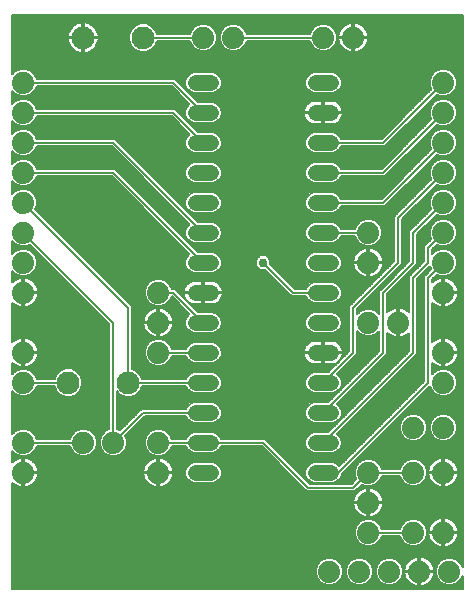
<source format=gbl>
G75*
%MOIN*%
%OFA0B0*%
%FSLAX25Y25*%
%IPPOS*%
%LPD*%
%AMOC8*
5,1,8,0,0,1.08239X$1,22.5*
%
%ADD10C,0.07400*%
%ADD11C,0.05200*%
%ADD12C,0.07600*%
%ADD13C,0.00600*%
%ADD14C,0.00800*%
%ADD15C,0.02978*%
D10*
X0009333Y0047275D03*
X0009333Y0057275D03*
X0009333Y0077275D03*
X0009333Y0087275D03*
X0009333Y0107275D03*
X0009333Y0117275D03*
X0009333Y0127275D03*
X0009333Y0137275D03*
X0009333Y0147275D03*
X0009333Y0157275D03*
X0009333Y0167275D03*
X0009333Y0177275D03*
X0054333Y0107275D03*
X0054333Y0097275D03*
X0054333Y0087275D03*
X0054333Y0057275D03*
X0054333Y0047275D03*
X0039333Y0057275D03*
X0029333Y0057275D03*
X0111333Y0014275D03*
X0121333Y0014275D03*
X0131333Y0014275D03*
X0141333Y0014275D03*
X0151333Y0014275D03*
X0149333Y0027275D03*
X0139333Y0027275D03*
X0124333Y0027275D03*
X0124333Y0037275D03*
X0124333Y0047275D03*
X0139333Y0047275D03*
X0149333Y0047275D03*
X0149333Y0062275D03*
X0139333Y0062275D03*
X0149333Y0077275D03*
X0149333Y0087275D03*
X0134333Y0097275D03*
X0124333Y0097275D03*
X0124333Y0117275D03*
X0124333Y0127275D03*
X0149333Y0127275D03*
X0149333Y0117275D03*
X0149333Y0107275D03*
X0149333Y0137275D03*
X0149333Y0147275D03*
X0149333Y0157275D03*
X0149333Y0167275D03*
X0149333Y0177275D03*
X0119333Y0192275D03*
X0109333Y0192275D03*
X0079333Y0192275D03*
X0069333Y0192275D03*
D11*
X0066733Y0177275D02*
X0071933Y0177275D01*
X0071933Y0167275D02*
X0066733Y0167275D01*
X0066733Y0157275D02*
X0071933Y0157275D01*
X0071933Y0147275D02*
X0066733Y0147275D01*
X0066733Y0137275D02*
X0071933Y0137275D01*
X0071933Y0127275D02*
X0066733Y0127275D01*
X0066733Y0117275D02*
X0071933Y0117275D01*
X0071933Y0107275D02*
X0066733Y0107275D01*
X0066733Y0097275D02*
X0071933Y0097275D01*
X0071933Y0087275D02*
X0066733Y0087275D01*
X0066733Y0077275D02*
X0071933Y0077275D01*
X0071933Y0067275D02*
X0066733Y0067275D01*
X0066733Y0057275D02*
X0071933Y0057275D01*
X0071933Y0047275D02*
X0066733Y0047275D01*
X0106733Y0047275D02*
X0111933Y0047275D01*
X0111933Y0057275D02*
X0106733Y0057275D01*
X0106733Y0067275D02*
X0111933Y0067275D01*
X0111933Y0077275D02*
X0106733Y0077275D01*
X0106733Y0087275D02*
X0111933Y0087275D01*
X0111933Y0097275D02*
X0106733Y0097275D01*
X0106733Y0107275D02*
X0111933Y0107275D01*
X0111933Y0117275D02*
X0106733Y0117275D01*
X0106733Y0127275D02*
X0111933Y0127275D01*
X0111933Y0137275D02*
X0106733Y0137275D01*
X0106733Y0147275D02*
X0111933Y0147275D01*
X0111933Y0157275D02*
X0106733Y0157275D01*
X0106733Y0167275D02*
X0111933Y0167275D01*
X0111933Y0177275D02*
X0106733Y0177275D01*
D12*
X0049333Y0192275D03*
X0029333Y0192275D03*
X0024333Y0077275D03*
X0044333Y0077275D03*
D13*
X0005633Y0043904D02*
X0005633Y0008575D01*
X0155734Y0008575D01*
X0155734Y0012880D01*
X0155233Y0011670D01*
X0153939Y0010376D01*
X0152248Y0009675D01*
X0150418Y0009675D01*
X0148728Y0010376D01*
X0147434Y0011670D01*
X0146733Y0013360D01*
X0146733Y0015190D01*
X0147434Y0016881D01*
X0148728Y0018175D01*
X0150418Y0018875D01*
X0152248Y0018875D01*
X0153939Y0018175D01*
X0155233Y0016881D01*
X0155734Y0015671D01*
X0155734Y0199936D01*
X0005633Y0199936D01*
X0005633Y0180081D01*
X0006728Y0181175D01*
X0008418Y0181875D01*
X0010248Y0181875D01*
X0011939Y0181175D01*
X0013233Y0179881D01*
X0013774Y0178575D01*
X0059872Y0178575D01*
X0067672Y0170775D01*
X0072630Y0170775D01*
X0073916Y0170243D01*
X0074900Y0169258D01*
X0075433Y0167972D01*
X0075433Y0166579D01*
X0074900Y0165293D01*
X0073916Y0164308D01*
X0072630Y0163775D01*
X0066037Y0163775D01*
X0064751Y0164308D01*
X0063766Y0165293D01*
X0063233Y0166579D01*
X0063233Y0167972D01*
X0063766Y0169258D01*
X0064639Y0170131D01*
X0058795Y0175975D01*
X0013774Y0175975D01*
X0013233Y0174670D01*
X0011939Y0173376D01*
X0010248Y0172675D01*
X0008418Y0172675D01*
X0006728Y0173376D01*
X0005633Y0174470D01*
X0005633Y0170081D01*
X0006728Y0171175D01*
X0008418Y0171875D01*
X0010248Y0171875D01*
X0011939Y0171175D01*
X0013233Y0169881D01*
X0013774Y0168575D01*
X0059872Y0168575D01*
X0067672Y0160775D01*
X0072630Y0160775D01*
X0073916Y0160243D01*
X0074900Y0159258D01*
X0075433Y0157972D01*
X0075433Y0156579D01*
X0074900Y0155293D01*
X0073916Y0154308D01*
X0072630Y0153775D01*
X0066037Y0153775D01*
X0064751Y0154308D01*
X0063766Y0155293D01*
X0063233Y0156579D01*
X0063233Y0157972D01*
X0063766Y0159258D01*
X0064639Y0160131D01*
X0058795Y0165975D01*
X0013774Y0165975D01*
X0013233Y0164670D01*
X0011939Y0163376D01*
X0010248Y0162675D01*
X0008418Y0162675D01*
X0006728Y0163376D01*
X0005633Y0164470D01*
X0005633Y0160081D01*
X0006728Y0161175D01*
X0008418Y0161875D01*
X0010248Y0161875D01*
X0011939Y0161175D01*
X0013233Y0159881D01*
X0013774Y0158575D01*
X0039872Y0158575D01*
X0067672Y0130775D01*
X0072630Y0130775D01*
X0073916Y0130243D01*
X0074900Y0129258D01*
X0075433Y0127972D01*
X0075433Y0126579D01*
X0074900Y0125293D01*
X0073916Y0124308D01*
X0072630Y0123775D01*
X0066037Y0123775D01*
X0064751Y0124308D01*
X0063766Y0125293D01*
X0063233Y0126579D01*
X0063233Y0127972D01*
X0063766Y0129258D01*
X0064639Y0130131D01*
X0038795Y0155975D01*
X0013774Y0155975D01*
X0013233Y0154670D01*
X0011939Y0153376D01*
X0010248Y0152675D01*
X0008418Y0152675D01*
X0006728Y0153376D01*
X0005633Y0154470D01*
X0005633Y0150081D01*
X0006728Y0151175D01*
X0008418Y0151875D01*
X0010248Y0151875D01*
X0011939Y0151175D01*
X0013233Y0149881D01*
X0013774Y0148575D01*
X0039872Y0148575D01*
X0067672Y0120775D01*
X0072630Y0120775D01*
X0073916Y0120243D01*
X0074900Y0119258D01*
X0075433Y0117972D01*
X0075433Y0116579D01*
X0074900Y0115293D01*
X0073916Y0114308D01*
X0072630Y0113775D01*
X0066037Y0113775D01*
X0064751Y0114308D01*
X0063766Y0115293D01*
X0063233Y0116579D01*
X0063233Y0117972D01*
X0063766Y0119258D01*
X0064639Y0120131D01*
X0038795Y0145975D01*
X0013774Y0145975D01*
X0013233Y0144670D01*
X0011939Y0143376D01*
X0010248Y0142675D01*
X0008418Y0142675D01*
X0006728Y0143376D01*
X0005633Y0144470D01*
X0005633Y0140081D01*
X0006728Y0141175D01*
X0008418Y0141875D01*
X0010248Y0141875D01*
X0011939Y0141175D01*
X0013233Y0139881D01*
X0013933Y0138190D01*
X0013933Y0136360D01*
X0013392Y0135055D01*
X0044872Y0103575D01*
X0045633Y0102814D01*
X0045633Y0081824D01*
X0046996Y0081260D01*
X0048318Y0079938D01*
X0048882Y0078575D01*
X0063483Y0078575D01*
X0063766Y0079258D01*
X0064751Y0080243D01*
X0066037Y0080775D01*
X0072630Y0080775D01*
X0073916Y0080243D01*
X0074900Y0079258D01*
X0075433Y0077972D01*
X0075433Y0076579D01*
X0074900Y0075293D01*
X0073916Y0074308D01*
X0072630Y0073775D01*
X0066037Y0073775D01*
X0064751Y0074308D01*
X0063766Y0075293D01*
X0063483Y0075975D01*
X0048882Y0075975D01*
X0048318Y0074613D01*
X0046996Y0073291D01*
X0045268Y0072575D01*
X0043398Y0072575D01*
X0041671Y0073291D01*
X0040633Y0074329D01*
X0040633Y0061716D01*
X0041554Y0061335D01*
X0048033Y0067814D01*
X0048795Y0068575D01*
X0063483Y0068575D01*
X0063766Y0069258D01*
X0064751Y0070243D01*
X0066037Y0070775D01*
X0072630Y0070775D01*
X0073916Y0070243D01*
X0074900Y0069258D01*
X0075433Y0067972D01*
X0075433Y0066579D01*
X0074900Y0065293D01*
X0073916Y0064308D01*
X0072630Y0063775D01*
X0066037Y0063775D01*
X0064751Y0064308D01*
X0063766Y0065293D01*
X0063483Y0065975D01*
X0049872Y0065975D01*
X0043392Y0059496D01*
X0043933Y0058190D01*
X0043933Y0056360D01*
X0043233Y0054670D01*
X0041939Y0053376D01*
X0040248Y0052675D01*
X0038418Y0052675D01*
X0036728Y0053376D01*
X0035434Y0054670D01*
X0034733Y0056360D01*
X0034733Y0058190D01*
X0035434Y0059881D01*
X0036728Y0061175D01*
X0038033Y0061716D01*
X0038033Y0096737D01*
X0011554Y0123216D01*
X0010248Y0122675D01*
X0008418Y0122675D01*
X0006728Y0123376D01*
X0005633Y0124470D01*
X0005633Y0120081D01*
X0006728Y0121175D01*
X0008418Y0121875D01*
X0010248Y0121875D01*
X0011939Y0121175D01*
X0013233Y0119881D01*
X0013933Y0118190D01*
X0013933Y0116360D01*
X0013233Y0114670D01*
X0011939Y0113376D01*
X0010248Y0112675D01*
X0008418Y0112675D01*
X0006728Y0113376D01*
X0005633Y0114470D01*
X0005633Y0110647D01*
X0006076Y0111089D01*
X0006713Y0111552D01*
X0007414Y0111909D01*
X0008162Y0112152D01*
X0008940Y0112275D01*
X0009033Y0112275D01*
X0009033Y0107576D01*
X0009633Y0107576D01*
X0009633Y0112275D01*
X0009727Y0112275D01*
X0010504Y0112152D01*
X0011253Y0111909D01*
X0011954Y0111552D01*
X0012591Y0111089D01*
X0013147Y0110533D01*
X0013610Y0109896D01*
X0013967Y0109195D01*
X0014210Y0108446D01*
X0014333Y0107669D01*
X0014333Y0107575D01*
X0009633Y0107575D01*
X0009633Y0106975D01*
X0009633Y0102275D01*
X0009727Y0102275D01*
X0010504Y0102399D01*
X0011253Y0102642D01*
X0011954Y0102999D01*
X0012591Y0103462D01*
X0013147Y0104018D01*
X0013610Y0104655D01*
X0013967Y0105356D01*
X0014210Y0106105D01*
X0014333Y0106882D01*
X0014333Y0106975D01*
X0009633Y0106975D01*
X0009033Y0106975D01*
X0009033Y0102275D01*
X0008940Y0102275D01*
X0008162Y0102399D01*
X0007414Y0102642D01*
X0006713Y0102999D01*
X0006076Y0103462D01*
X0005633Y0103904D01*
X0005633Y0090647D01*
X0006076Y0091089D01*
X0006713Y0091552D01*
X0007414Y0091909D01*
X0008162Y0092152D01*
X0008940Y0092275D01*
X0009033Y0092275D01*
X0009033Y0087576D01*
X0009633Y0087576D01*
X0009633Y0092275D01*
X0009727Y0092275D01*
X0010504Y0092152D01*
X0011253Y0091909D01*
X0011954Y0091552D01*
X0012591Y0091089D01*
X0013147Y0090533D01*
X0013610Y0089896D01*
X0013967Y0089195D01*
X0014210Y0088446D01*
X0014333Y0087669D01*
X0014333Y0087575D01*
X0009633Y0087575D01*
X0009633Y0086975D01*
X0009633Y0082275D01*
X0009727Y0082275D01*
X0010504Y0082399D01*
X0011253Y0082642D01*
X0011954Y0082999D01*
X0012591Y0083462D01*
X0013147Y0084018D01*
X0013610Y0084655D01*
X0013967Y0085356D01*
X0014210Y0086105D01*
X0014333Y0086882D01*
X0014333Y0086975D01*
X0009633Y0086975D01*
X0009033Y0086975D01*
X0009033Y0082275D01*
X0008940Y0082275D01*
X0008162Y0082399D01*
X0007414Y0082642D01*
X0006713Y0082999D01*
X0006076Y0083462D01*
X0005633Y0083904D01*
X0005633Y0080081D01*
X0006728Y0081175D01*
X0008418Y0081875D01*
X0010248Y0081875D01*
X0011939Y0081175D01*
X0013233Y0079881D01*
X0013774Y0078575D01*
X0019785Y0078575D01*
X0020349Y0079938D01*
X0021671Y0081260D01*
X0023398Y0081975D01*
X0025268Y0081975D01*
X0026996Y0081260D01*
X0028318Y0079938D01*
X0029033Y0078210D01*
X0029033Y0076341D01*
X0028318Y0074613D01*
X0026996Y0073291D01*
X0025268Y0072575D01*
X0023398Y0072575D01*
X0021671Y0073291D01*
X0020349Y0074613D01*
X0019785Y0075975D01*
X0013774Y0075975D01*
X0013233Y0074670D01*
X0011939Y0073376D01*
X0010248Y0072675D01*
X0008418Y0072675D01*
X0006728Y0073376D01*
X0005633Y0074470D01*
X0005633Y0060081D01*
X0006728Y0061175D01*
X0008418Y0061875D01*
X0010248Y0061875D01*
X0011939Y0061175D01*
X0013233Y0059881D01*
X0013774Y0058575D01*
X0024893Y0058575D01*
X0025434Y0059881D01*
X0026728Y0061175D01*
X0028418Y0061875D01*
X0030248Y0061875D01*
X0031939Y0061175D01*
X0033233Y0059881D01*
X0033933Y0058190D01*
X0033933Y0056360D01*
X0033233Y0054670D01*
X0031939Y0053376D01*
X0030248Y0052675D01*
X0028418Y0052675D01*
X0026728Y0053376D01*
X0025434Y0054670D01*
X0024893Y0055975D01*
X0013774Y0055975D01*
X0013233Y0054670D01*
X0011939Y0053376D01*
X0010248Y0052675D01*
X0008418Y0052675D01*
X0006728Y0053376D01*
X0005633Y0054470D01*
X0005633Y0050647D01*
X0006076Y0051089D01*
X0006713Y0051552D01*
X0007414Y0051909D01*
X0008162Y0052152D01*
X0008940Y0052275D01*
X0009033Y0052275D01*
X0009033Y0047576D01*
X0009633Y0047576D01*
X0009633Y0052275D01*
X0009727Y0052275D01*
X0010504Y0052152D01*
X0011253Y0051909D01*
X0011954Y0051552D01*
X0012591Y0051089D01*
X0013147Y0050533D01*
X0013610Y0049896D01*
X0013967Y0049195D01*
X0014210Y0048446D01*
X0014333Y0047669D01*
X0014333Y0047575D01*
X0009633Y0047575D01*
X0009633Y0046975D01*
X0009633Y0042275D01*
X0009727Y0042275D01*
X0010504Y0042399D01*
X0011253Y0042642D01*
X0011954Y0042999D01*
X0012591Y0043462D01*
X0013147Y0044018D01*
X0013610Y0044655D01*
X0013967Y0045356D01*
X0014210Y0046105D01*
X0014333Y0046882D01*
X0014333Y0046975D01*
X0009633Y0046975D01*
X0009033Y0046975D01*
X0009033Y0042275D01*
X0008940Y0042275D01*
X0008162Y0042399D01*
X0007414Y0042642D01*
X0006713Y0042999D01*
X0006076Y0043462D01*
X0005633Y0043904D01*
X0005633Y0043777D02*
X0005761Y0043777D01*
X0005633Y0043179D02*
X0006466Y0043179D01*
X0005633Y0042580D02*
X0007604Y0042580D01*
X0009033Y0042580D02*
X0009633Y0042580D01*
X0009633Y0043179D02*
X0009033Y0043179D01*
X0009033Y0043777D02*
X0009633Y0043777D01*
X0009633Y0044376D02*
X0009033Y0044376D01*
X0009033Y0044974D02*
X0009633Y0044974D01*
X0009633Y0045573D02*
X0009033Y0045573D01*
X0009033Y0046171D02*
X0009633Y0046171D01*
X0009633Y0046770D02*
X0009033Y0046770D01*
X0009633Y0047368D02*
X0054033Y0047368D01*
X0054033Y0047575D02*
X0054033Y0046975D01*
X0054633Y0046975D01*
X0054633Y0042275D01*
X0054727Y0042275D01*
X0055504Y0042399D01*
X0056253Y0042642D01*
X0056954Y0042999D01*
X0057591Y0043462D01*
X0058147Y0044018D01*
X0058610Y0044655D01*
X0058967Y0045356D01*
X0059210Y0046105D01*
X0059333Y0046882D01*
X0059333Y0046975D01*
X0054633Y0046975D01*
X0054633Y0047575D01*
X0059333Y0047575D01*
X0059333Y0047669D01*
X0059210Y0048446D01*
X0058967Y0049195D01*
X0058610Y0049896D01*
X0058147Y0050533D01*
X0057591Y0051089D01*
X0056954Y0051552D01*
X0056253Y0051909D01*
X0055504Y0052152D01*
X0054727Y0052275D01*
X0054633Y0052275D01*
X0054633Y0047576D01*
X0054033Y0047576D01*
X0054033Y0052275D01*
X0053940Y0052275D01*
X0053162Y0052152D01*
X0052414Y0051909D01*
X0051713Y0051552D01*
X0051076Y0051089D01*
X0050520Y0050533D01*
X0050057Y0049896D01*
X0049700Y0049195D01*
X0049456Y0048446D01*
X0049333Y0047669D01*
X0049333Y0047575D01*
X0054033Y0047575D01*
X0054033Y0047967D02*
X0054633Y0047967D01*
X0054633Y0048565D02*
X0054033Y0048565D01*
X0054033Y0049164D02*
X0054633Y0049164D01*
X0054633Y0049762D02*
X0054033Y0049762D01*
X0054033Y0050361D02*
X0054633Y0050361D01*
X0054633Y0050959D02*
X0054033Y0050959D01*
X0054033Y0051558D02*
X0054633Y0051558D01*
X0054633Y0052156D02*
X0054033Y0052156D01*
X0053418Y0052675D02*
X0055248Y0052675D01*
X0056939Y0053376D01*
X0058233Y0054670D01*
X0058774Y0055975D01*
X0063483Y0055975D01*
X0063766Y0055293D01*
X0064751Y0054308D01*
X0066037Y0053775D01*
X0072630Y0053775D01*
X0073916Y0054308D01*
X0074900Y0055293D01*
X0075183Y0055975D01*
X0088795Y0055975D01*
X0103033Y0041737D01*
X0103795Y0040975D01*
X0119872Y0040975D01*
X0122113Y0043216D01*
X0123418Y0042675D01*
X0125248Y0042675D01*
X0126939Y0043376D01*
X0128233Y0044670D01*
X0128774Y0045975D01*
X0134893Y0045975D01*
X0135434Y0044670D01*
X0136728Y0043376D01*
X0138418Y0042675D01*
X0140248Y0042675D01*
X0141939Y0043376D01*
X0143233Y0044670D01*
X0143933Y0046360D01*
X0143933Y0048190D01*
X0143233Y0049881D01*
X0141939Y0051175D01*
X0140248Y0051875D01*
X0138418Y0051875D01*
X0136728Y0051175D01*
X0135434Y0049881D01*
X0134893Y0048575D01*
X0128774Y0048575D01*
X0128233Y0049881D01*
X0126939Y0051175D01*
X0125248Y0051875D01*
X0123418Y0051875D01*
X0121728Y0051175D01*
X0120434Y0049881D01*
X0119733Y0048190D01*
X0119733Y0046360D01*
X0120274Y0045055D01*
X0118795Y0043575D01*
X0104872Y0043575D01*
X0089872Y0058575D01*
X0075183Y0058575D01*
X0074900Y0059258D01*
X0073916Y0060243D01*
X0072630Y0060775D01*
X0066037Y0060775D01*
X0064751Y0060243D01*
X0063766Y0059258D01*
X0063483Y0058575D01*
X0058774Y0058575D01*
X0058233Y0059881D01*
X0056939Y0061175D01*
X0055248Y0061875D01*
X0053418Y0061875D01*
X0051728Y0061175D01*
X0050434Y0059881D01*
X0049733Y0058190D01*
X0049733Y0056360D01*
X0050434Y0054670D01*
X0051728Y0053376D01*
X0053418Y0052675D01*
X0053227Y0052755D02*
X0040440Y0052755D01*
X0041885Y0053353D02*
X0051782Y0053353D01*
X0051152Y0053952D02*
X0042515Y0053952D01*
X0043114Y0054550D02*
X0050553Y0054550D01*
X0050235Y0055149D02*
X0043431Y0055149D01*
X0043679Y0055747D02*
X0049987Y0055747D01*
X0049739Y0056346D02*
X0043927Y0056346D01*
X0043933Y0056944D02*
X0049733Y0056944D01*
X0049733Y0057543D02*
X0043933Y0057543D01*
X0043933Y0058141D02*
X0049733Y0058141D01*
X0049961Y0058740D02*
X0043706Y0058740D01*
X0043458Y0059339D02*
X0050209Y0059339D01*
X0050490Y0059937D02*
X0043833Y0059937D01*
X0044432Y0060536D02*
X0051088Y0060536D01*
X0051687Y0061134D02*
X0045030Y0061134D01*
X0045629Y0061733D02*
X0053073Y0061733D01*
X0055593Y0061733D02*
X0111952Y0061733D01*
X0112550Y0062331D02*
X0046227Y0062331D01*
X0046826Y0062930D02*
X0113149Y0062930D01*
X0113747Y0063528D02*
X0047424Y0063528D01*
X0048023Y0064127D02*
X0065189Y0064127D01*
X0064334Y0064725D02*
X0048621Y0064725D01*
X0049220Y0065324D02*
X0063753Y0065324D01*
X0063506Y0065922D02*
X0049818Y0065922D01*
X0047937Y0067718D02*
X0040633Y0067718D01*
X0040633Y0068316D02*
X0048536Y0068316D01*
X0047339Y0067119D02*
X0040633Y0067119D01*
X0040633Y0066521D02*
X0046740Y0066521D01*
X0046142Y0065922D02*
X0040633Y0065922D01*
X0040633Y0065324D02*
X0045543Y0065324D01*
X0044945Y0064725D02*
X0040633Y0064725D01*
X0040633Y0064127D02*
X0044346Y0064127D01*
X0043747Y0063528D02*
X0040633Y0063528D01*
X0040633Y0062930D02*
X0043149Y0062930D01*
X0042550Y0062331D02*
X0040633Y0062331D01*
X0040633Y0061733D02*
X0041952Y0061733D01*
X0038033Y0061733D02*
X0030593Y0061733D01*
X0031980Y0061134D02*
X0036687Y0061134D01*
X0036088Y0060536D02*
X0032579Y0060536D01*
X0033177Y0059937D02*
X0035490Y0059937D01*
X0035209Y0059339D02*
X0033458Y0059339D01*
X0033706Y0058740D02*
X0034961Y0058740D01*
X0034733Y0058141D02*
X0033933Y0058141D01*
X0033933Y0057543D02*
X0034733Y0057543D01*
X0034733Y0056944D02*
X0033933Y0056944D01*
X0033927Y0056346D02*
X0034739Y0056346D01*
X0034987Y0055747D02*
X0033679Y0055747D01*
X0033431Y0055149D02*
X0035235Y0055149D01*
X0035553Y0054550D02*
X0033114Y0054550D01*
X0032515Y0053952D02*
X0036152Y0053952D01*
X0036782Y0053353D02*
X0031885Y0053353D01*
X0030440Y0052755D02*
X0038227Y0052755D01*
X0038033Y0062331D02*
X0005633Y0062331D01*
X0005633Y0061733D02*
X0008073Y0061733D01*
X0006687Y0061134D02*
X0005633Y0061134D01*
X0005633Y0060536D02*
X0006088Y0060536D01*
X0005633Y0062930D02*
X0038033Y0062930D01*
X0038033Y0063528D02*
X0005633Y0063528D01*
X0005633Y0064127D02*
X0038033Y0064127D01*
X0038033Y0064725D02*
X0005633Y0064725D01*
X0005633Y0065324D02*
X0038033Y0065324D01*
X0038033Y0065922D02*
X0005633Y0065922D01*
X0005633Y0066521D02*
X0038033Y0066521D01*
X0038033Y0067119D02*
X0005633Y0067119D01*
X0005633Y0067718D02*
X0038033Y0067718D01*
X0038033Y0068316D02*
X0005633Y0068316D01*
X0005633Y0068915D02*
X0038033Y0068915D01*
X0038033Y0069513D02*
X0005633Y0069513D01*
X0005633Y0070112D02*
X0038033Y0070112D01*
X0038033Y0070710D02*
X0005633Y0070710D01*
X0005633Y0071309D02*
X0038033Y0071309D01*
X0038033Y0071907D02*
X0005633Y0071907D01*
X0005633Y0072506D02*
X0038033Y0072506D01*
X0038033Y0073104D02*
X0026545Y0073104D01*
X0027407Y0073703D02*
X0038033Y0073703D01*
X0038033Y0074301D02*
X0028006Y0074301D01*
X0028437Y0074900D02*
X0038033Y0074900D01*
X0038033Y0075498D02*
X0028684Y0075498D01*
X0028932Y0076097D02*
X0038033Y0076097D01*
X0038033Y0076695D02*
X0029033Y0076695D01*
X0029033Y0077294D02*
X0038033Y0077294D01*
X0038033Y0077892D02*
X0029033Y0077892D01*
X0028917Y0078491D02*
X0038033Y0078491D01*
X0038033Y0079089D02*
X0028669Y0079089D01*
X0028421Y0079688D02*
X0038033Y0079688D01*
X0038033Y0080286D02*
X0027969Y0080286D01*
X0027371Y0080885D02*
X0038033Y0080885D01*
X0038033Y0081483D02*
X0026456Y0081483D01*
X0022211Y0081483D02*
X0011195Y0081483D01*
X0012229Y0080885D02*
X0021296Y0080885D01*
X0020697Y0080286D02*
X0012828Y0080286D01*
X0013313Y0079688D02*
X0020245Y0079688D01*
X0019997Y0079089D02*
X0013561Y0079089D01*
X0013576Y0075498D02*
X0019982Y0075498D01*
X0020230Y0074900D02*
X0013328Y0074900D01*
X0012865Y0074301D02*
X0020661Y0074301D01*
X0021259Y0073703D02*
X0012266Y0073703D01*
X0011284Y0073104D02*
X0022122Y0073104D01*
X0028073Y0061733D02*
X0010593Y0061733D01*
X0011980Y0061134D02*
X0026687Y0061134D01*
X0026088Y0060536D02*
X0012579Y0060536D01*
X0013177Y0059937D02*
X0025490Y0059937D01*
X0025209Y0059339D02*
X0013458Y0059339D01*
X0013706Y0058740D02*
X0024961Y0058740D01*
X0024987Y0055747D02*
X0013679Y0055747D01*
X0013431Y0055149D02*
X0025235Y0055149D01*
X0025553Y0054550D02*
X0013114Y0054550D01*
X0012515Y0053952D02*
X0026152Y0053952D01*
X0026782Y0053353D02*
X0011885Y0053353D01*
X0010440Y0052755D02*
X0028227Y0052755D01*
X0040633Y0068915D02*
X0063624Y0068915D01*
X0064021Y0069513D02*
X0040633Y0069513D01*
X0040633Y0070112D02*
X0064620Y0070112D01*
X0065880Y0070710D02*
X0040633Y0070710D01*
X0040633Y0071309D02*
X0111528Y0071309D01*
X0110995Y0070775D02*
X0106037Y0070775D01*
X0104751Y0070243D01*
X0103766Y0069258D01*
X0103233Y0067972D01*
X0103233Y0066579D01*
X0103766Y0065293D01*
X0104751Y0064308D01*
X0106037Y0063775D01*
X0112630Y0063775D01*
X0113916Y0064308D01*
X0114900Y0065293D01*
X0115433Y0066579D01*
X0115433Y0067972D01*
X0114900Y0069258D01*
X0114027Y0070131D01*
X0129872Y0085975D01*
X0130633Y0086737D01*
X0130633Y0093904D01*
X0131076Y0093462D01*
X0131713Y0092999D01*
X0132414Y0092642D01*
X0133162Y0092399D01*
X0133940Y0092275D01*
X0134033Y0092275D01*
X0134033Y0096975D01*
X0134633Y0096975D01*
X0134633Y0092275D01*
X0134727Y0092275D01*
X0135504Y0092399D01*
X0136253Y0092642D01*
X0136954Y0092999D01*
X0137591Y0093462D01*
X0138033Y0093904D01*
X0138033Y0087814D01*
X0110995Y0060775D01*
X0106037Y0060775D01*
X0104751Y0060243D01*
X0103766Y0059258D01*
X0103233Y0057972D01*
X0103233Y0056579D01*
X0103766Y0055293D01*
X0104751Y0054308D01*
X0106037Y0053775D01*
X0112630Y0053775D01*
X0113916Y0054308D01*
X0114900Y0055293D01*
X0115433Y0056579D01*
X0115433Y0057972D01*
X0114900Y0059258D01*
X0114027Y0060131D01*
X0139872Y0085975D01*
X0140633Y0086737D01*
X0140633Y0111737D01*
X0144872Y0115975D01*
X0144887Y0115990D01*
X0145274Y0115055D01*
X0143795Y0113575D01*
X0143795Y0113575D01*
X0143033Y0112814D01*
X0143033Y0077814D01*
X0114689Y0049470D01*
X0113916Y0050243D01*
X0112630Y0050775D01*
X0106037Y0050775D01*
X0104751Y0050243D01*
X0103766Y0049258D01*
X0103233Y0047972D01*
X0103233Y0046579D01*
X0103766Y0045293D01*
X0104751Y0044308D01*
X0106037Y0043775D01*
X0112630Y0043775D01*
X0113916Y0044308D01*
X0114900Y0045293D01*
X0115403Y0046507D01*
X0115633Y0046737D01*
X0144887Y0075990D01*
X0145434Y0074670D01*
X0146728Y0073376D01*
X0148418Y0072675D01*
X0150248Y0072675D01*
X0151939Y0073376D01*
X0153233Y0074670D01*
X0153933Y0076360D01*
X0153933Y0078190D01*
X0153233Y0079881D01*
X0151939Y0081175D01*
X0150248Y0081875D01*
X0148418Y0081875D01*
X0146728Y0081175D01*
X0145633Y0080081D01*
X0145633Y0083904D01*
X0146076Y0083462D01*
X0146713Y0082999D01*
X0147414Y0082642D01*
X0148162Y0082399D01*
X0148940Y0082275D01*
X0149033Y0082275D01*
X0149033Y0086975D01*
X0149633Y0086975D01*
X0149633Y0082275D01*
X0149727Y0082275D01*
X0150504Y0082399D01*
X0151253Y0082642D01*
X0151954Y0082999D01*
X0152591Y0083462D01*
X0153147Y0084018D01*
X0153610Y0084655D01*
X0153967Y0085356D01*
X0154210Y0086105D01*
X0154333Y0086882D01*
X0154333Y0086975D01*
X0149633Y0086975D01*
X0149633Y0087575D01*
X0154333Y0087575D01*
X0154333Y0087669D01*
X0154210Y0088446D01*
X0153967Y0089195D01*
X0153610Y0089896D01*
X0153147Y0090533D01*
X0152591Y0091089D01*
X0151954Y0091552D01*
X0151253Y0091909D01*
X0150504Y0092152D01*
X0149727Y0092275D01*
X0149633Y0092275D01*
X0149633Y0087576D01*
X0149033Y0087576D01*
X0149033Y0092275D01*
X0148940Y0092275D01*
X0148162Y0092152D01*
X0147414Y0091909D01*
X0146713Y0091552D01*
X0146076Y0091089D01*
X0145633Y0090647D01*
X0145633Y0103904D01*
X0146076Y0103462D01*
X0146713Y0102999D01*
X0147414Y0102642D01*
X0148162Y0102399D01*
X0148940Y0102275D01*
X0149033Y0102275D01*
X0149033Y0106975D01*
X0149633Y0106975D01*
X0149633Y0102275D01*
X0149727Y0102275D01*
X0150504Y0102399D01*
X0151253Y0102642D01*
X0151954Y0102999D01*
X0152591Y0103462D01*
X0153147Y0104018D01*
X0153610Y0104655D01*
X0153967Y0105356D01*
X0154210Y0106105D01*
X0154333Y0106882D01*
X0154333Y0106975D01*
X0149633Y0106975D01*
X0149633Y0107575D01*
X0154333Y0107575D01*
X0154333Y0107669D01*
X0154210Y0108446D01*
X0153967Y0109195D01*
X0153610Y0109896D01*
X0153147Y0110533D01*
X0152591Y0111089D01*
X0151954Y0111552D01*
X0151253Y0111909D01*
X0150504Y0112152D01*
X0149727Y0112275D01*
X0149633Y0112275D01*
X0149633Y0107576D01*
X0149033Y0107576D01*
X0149033Y0112275D01*
X0148940Y0112275D01*
X0148162Y0112152D01*
X0147414Y0111909D01*
X0146713Y0111552D01*
X0146076Y0111089D01*
X0145633Y0110647D01*
X0145633Y0111737D01*
X0147113Y0113216D01*
X0148418Y0112675D01*
X0150248Y0112675D01*
X0151939Y0113376D01*
X0153233Y0114670D01*
X0153933Y0116360D01*
X0153933Y0118190D01*
X0153233Y0119881D01*
X0151939Y0121175D01*
X0150248Y0121875D01*
X0148418Y0121875D01*
X0146728Y0121175D01*
X0145633Y0120081D01*
X0145633Y0121737D01*
X0147113Y0123216D01*
X0148418Y0122675D01*
X0150248Y0122675D01*
X0151939Y0123376D01*
X0153233Y0124670D01*
X0153933Y0126360D01*
X0153933Y0128190D01*
X0153233Y0129881D01*
X0151939Y0131175D01*
X0150248Y0131875D01*
X0148418Y0131875D01*
X0146728Y0131175D01*
X0145434Y0129881D01*
X0144733Y0128190D01*
X0144733Y0126360D01*
X0145274Y0125055D01*
X0143033Y0122814D01*
X0143033Y0117814D01*
X0138033Y0112814D01*
X0138033Y0100647D01*
X0137591Y0101089D01*
X0136954Y0101552D01*
X0136253Y0101909D01*
X0135504Y0102152D01*
X0134727Y0102275D01*
X0134633Y0102275D01*
X0134633Y0097576D01*
X0134033Y0097576D01*
X0134033Y0102275D01*
X0133940Y0102275D01*
X0133162Y0102152D01*
X0132414Y0101909D01*
X0131713Y0101552D01*
X0131076Y0101089D01*
X0130633Y0100647D01*
X0130633Y0106737D01*
X0139872Y0115975D01*
X0140633Y0116737D01*
X0140633Y0126737D01*
X0147113Y0133216D01*
X0148418Y0132675D01*
X0150248Y0132675D01*
X0151939Y0133376D01*
X0153233Y0134670D01*
X0153933Y0136360D01*
X0153933Y0138190D01*
X0153233Y0139881D01*
X0151939Y0141175D01*
X0150248Y0141875D01*
X0148418Y0141875D01*
X0146728Y0141175D01*
X0145434Y0139881D01*
X0144733Y0138190D01*
X0144733Y0136360D01*
X0145274Y0135055D01*
X0138033Y0127814D01*
X0138033Y0117814D01*
X0128795Y0108575D01*
X0128033Y0107814D01*
X0128033Y0100081D01*
X0126939Y0101175D01*
X0125248Y0101875D01*
X0123418Y0101875D01*
X0121728Y0101175D01*
X0120633Y0100081D01*
X0120633Y0101737D01*
X0134872Y0115975D01*
X0135633Y0116737D01*
X0135633Y0131737D01*
X0147113Y0143216D01*
X0148418Y0142675D01*
X0150248Y0142675D01*
X0151939Y0143376D01*
X0153233Y0144670D01*
X0153933Y0146360D01*
X0153933Y0148190D01*
X0153233Y0149881D01*
X0151939Y0151175D01*
X0150248Y0151875D01*
X0148418Y0151875D01*
X0146728Y0151175D01*
X0145434Y0149881D01*
X0144733Y0148190D01*
X0144733Y0146360D01*
X0145274Y0145055D01*
X0133033Y0132814D01*
X0133033Y0117814D01*
X0118033Y0102814D01*
X0118033Y0087814D01*
X0110995Y0080775D01*
X0106037Y0080775D01*
X0104751Y0080243D01*
X0103766Y0079258D01*
X0103233Y0077972D01*
X0103233Y0076579D01*
X0103766Y0075293D01*
X0104751Y0074308D01*
X0106037Y0073775D01*
X0112630Y0073775D01*
X0113916Y0074308D01*
X0114900Y0075293D01*
X0115433Y0076579D01*
X0115433Y0077972D01*
X0114900Y0079258D01*
X0114027Y0080131D01*
X0119872Y0085975D01*
X0120633Y0086737D01*
X0120633Y0094470D01*
X0121728Y0093376D01*
X0123418Y0092675D01*
X0125248Y0092675D01*
X0126939Y0093376D01*
X0128033Y0094470D01*
X0128033Y0087814D01*
X0110995Y0070775D01*
X0112127Y0071907D02*
X0040633Y0071907D01*
X0040633Y0072506D02*
X0112725Y0072506D01*
X0113324Y0073104D02*
X0046545Y0073104D01*
X0047407Y0073703D02*
X0113922Y0073703D01*
X0113899Y0074301D02*
X0114521Y0074301D01*
X0114507Y0074900D02*
X0115119Y0074900D01*
X0114986Y0075498D02*
X0115718Y0075498D01*
X0115233Y0076097D02*
X0116316Y0076097D01*
X0116915Y0076695D02*
X0115433Y0076695D01*
X0115433Y0077294D02*
X0117513Y0077294D01*
X0118112Y0077892D02*
X0115433Y0077892D01*
X0115218Y0078491D02*
X0118710Y0078491D01*
X0119309Y0079089D02*
X0114970Y0079089D01*
X0114471Y0079688D02*
X0119907Y0079688D01*
X0120506Y0080286D02*
X0114183Y0080286D01*
X0114781Y0080885D02*
X0121104Y0080885D01*
X0121703Y0081483D02*
X0115380Y0081483D01*
X0115978Y0082082D02*
X0122301Y0082082D01*
X0122900Y0082680D02*
X0116577Y0082680D01*
X0117175Y0083279D02*
X0123498Y0083279D01*
X0124097Y0083877D02*
X0117774Y0083877D01*
X0118372Y0084476D02*
X0124695Y0084476D01*
X0125294Y0085075D02*
X0118971Y0085075D01*
X0119569Y0085673D02*
X0125892Y0085673D01*
X0126491Y0086272D02*
X0120168Y0086272D01*
X0120633Y0086870D02*
X0127089Y0086870D01*
X0127688Y0087469D02*
X0120633Y0087469D01*
X0120633Y0088067D02*
X0128033Y0088067D01*
X0128033Y0088666D02*
X0120633Y0088666D01*
X0120633Y0089264D02*
X0128033Y0089264D01*
X0128033Y0089863D02*
X0120633Y0089863D01*
X0120633Y0090461D02*
X0128033Y0090461D01*
X0128033Y0091060D02*
X0120633Y0091060D01*
X0120633Y0091658D02*
X0128033Y0091658D01*
X0128033Y0092257D02*
X0120633Y0092257D01*
X0120633Y0092855D02*
X0122985Y0092855D01*
X0121650Y0093454D02*
X0120633Y0093454D01*
X0120633Y0094052D02*
X0121051Y0094052D01*
X0118033Y0094052D02*
X0113298Y0094052D01*
X0113916Y0094308D02*
X0112630Y0093775D01*
X0106037Y0093775D01*
X0104751Y0094308D01*
X0103766Y0095293D01*
X0103233Y0096579D01*
X0103233Y0097972D01*
X0103766Y0099258D01*
X0104751Y0100243D01*
X0106037Y0100775D01*
X0112630Y0100775D01*
X0113916Y0100243D01*
X0114900Y0099258D01*
X0115433Y0097972D01*
X0115433Y0096579D01*
X0114900Y0095293D01*
X0113916Y0094308D01*
X0114258Y0094651D02*
X0118033Y0094651D01*
X0118033Y0095249D02*
X0114857Y0095249D01*
X0115130Y0095848D02*
X0118033Y0095848D01*
X0118033Y0096446D02*
X0115378Y0096446D01*
X0115433Y0097045D02*
X0118033Y0097045D01*
X0118033Y0097643D02*
X0115433Y0097643D01*
X0115321Y0098242D02*
X0118033Y0098242D01*
X0118033Y0098840D02*
X0115074Y0098840D01*
X0114720Y0099439D02*
X0118033Y0099439D01*
X0118033Y0100037D02*
X0114121Y0100037D01*
X0112967Y0100636D02*
X0118033Y0100636D01*
X0118033Y0101234D02*
X0067213Y0101234D01*
X0067672Y0100775D02*
X0059872Y0108575D01*
X0058774Y0108575D01*
X0058233Y0109881D01*
X0056939Y0111175D01*
X0055248Y0111875D01*
X0053418Y0111875D01*
X0051728Y0111175D01*
X0050434Y0109881D01*
X0049733Y0108190D01*
X0049733Y0106360D01*
X0050434Y0104670D01*
X0051728Y0103376D01*
X0053418Y0102675D01*
X0055248Y0102675D01*
X0056939Y0103376D01*
X0058233Y0104670D01*
X0058774Y0105975D01*
X0058795Y0105975D01*
X0064639Y0100131D01*
X0063766Y0099258D01*
X0063233Y0097972D01*
X0063233Y0096579D01*
X0063766Y0095293D01*
X0064751Y0094308D01*
X0066037Y0093775D01*
X0072630Y0093775D01*
X0073916Y0094308D01*
X0074900Y0095293D01*
X0075433Y0096579D01*
X0075433Y0097972D01*
X0074900Y0099258D01*
X0073916Y0100243D01*
X0072630Y0100775D01*
X0067672Y0100775D01*
X0066614Y0101833D02*
X0118033Y0101833D01*
X0118033Y0102431D02*
X0066016Y0102431D01*
X0065417Y0103030D02*
X0118249Y0103030D01*
X0118848Y0103628D02*
X0073320Y0103628D01*
X0073071Y0103525D02*
X0073781Y0103819D01*
X0074419Y0104246D01*
X0074963Y0104789D01*
X0075389Y0105428D01*
X0075683Y0106138D01*
X0075833Y0106891D01*
X0075833Y0106975D01*
X0069633Y0106975D01*
X0069633Y0103375D01*
X0072317Y0103375D01*
X0073071Y0103525D01*
X0074391Y0104227D02*
X0104947Y0104227D01*
X0104751Y0104308D02*
X0106037Y0103775D01*
X0112630Y0103775D01*
X0113916Y0104308D01*
X0114900Y0105293D01*
X0115433Y0106579D01*
X0115433Y0107972D01*
X0114900Y0109258D01*
X0113916Y0110243D01*
X0112630Y0110775D01*
X0106037Y0110775D01*
X0104751Y0110243D01*
X0103766Y0109258D01*
X0103483Y0108575D01*
X0099872Y0108575D01*
X0091722Y0116725D01*
X0091722Y0118265D01*
X0090323Y0119664D01*
X0088344Y0119664D01*
X0086944Y0118265D01*
X0086944Y0116286D01*
X0088344Y0114887D01*
X0089884Y0114887D01*
X0098033Y0106737D01*
X0098795Y0105975D01*
X0103483Y0105975D01*
X0103766Y0105293D01*
X0104751Y0104308D01*
X0104234Y0104825D02*
X0074987Y0104825D01*
X0075387Y0105424D02*
X0103712Y0105424D01*
X0103665Y0109015D02*
X0099432Y0109015D01*
X0098834Y0109613D02*
X0104122Y0109613D01*
X0104720Y0110212D02*
X0098235Y0110212D01*
X0097637Y0110810D02*
X0126030Y0110810D01*
X0125431Y0110212D02*
X0113947Y0110212D01*
X0114545Y0109613D02*
X0124833Y0109613D01*
X0124234Y0109015D02*
X0115001Y0109015D01*
X0115249Y0108416D02*
X0123636Y0108416D01*
X0123037Y0107818D02*
X0115433Y0107818D01*
X0115433Y0107219D02*
X0122439Y0107219D01*
X0121840Y0106621D02*
X0115433Y0106621D01*
X0115203Y0106022D02*
X0121242Y0106022D01*
X0120643Y0105424D02*
X0114955Y0105424D01*
X0114433Y0104825D02*
X0120045Y0104825D01*
X0119446Y0104227D02*
X0113719Y0104227D01*
X0120729Y0101833D02*
X0123315Y0101833D01*
X0121870Y0101234D02*
X0120633Y0101234D01*
X0120633Y0100636D02*
X0121188Y0100636D01*
X0121328Y0102431D02*
X0128033Y0102431D01*
X0128033Y0101833D02*
X0125351Y0101833D01*
X0126796Y0101234D02*
X0128033Y0101234D01*
X0128033Y0100636D02*
X0127478Y0100636D01*
X0128033Y0103030D02*
X0121926Y0103030D01*
X0122525Y0103628D02*
X0128033Y0103628D01*
X0128033Y0104227D02*
X0123123Y0104227D01*
X0123722Y0104825D02*
X0128033Y0104825D01*
X0128033Y0105424D02*
X0124320Y0105424D01*
X0124919Y0106022D02*
X0128033Y0106022D01*
X0128033Y0106621D02*
X0125517Y0106621D01*
X0126116Y0107219D02*
X0128033Y0107219D01*
X0128037Y0107818D02*
X0126714Y0107818D01*
X0127313Y0108416D02*
X0128636Y0108416D01*
X0129234Y0109015D02*
X0127911Y0109015D01*
X0128510Y0109613D02*
X0129833Y0109613D01*
X0130431Y0110212D02*
X0129108Y0110212D01*
X0129707Y0110810D02*
X0131030Y0110810D01*
X0131628Y0111409D02*
X0130305Y0111409D01*
X0130904Y0112008D02*
X0132227Y0112008D01*
X0132825Y0112606D02*
X0131502Y0112606D01*
X0132101Y0113205D02*
X0133424Y0113205D01*
X0134022Y0113803D02*
X0132699Y0113803D01*
X0133298Y0114402D02*
X0134621Y0114402D01*
X0135219Y0115000D02*
X0133896Y0115000D01*
X0134495Y0115599D02*
X0135818Y0115599D01*
X0136416Y0116197D02*
X0135093Y0116197D01*
X0135633Y0116796D02*
X0137015Y0116796D01*
X0137613Y0117394D02*
X0135633Y0117394D01*
X0135633Y0117993D02*
X0138033Y0117993D01*
X0138033Y0118591D02*
X0135633Y0118591D01*
X0135633Y0119190D02*
X0138033Y0119190D01*
X0138033Y0119788D02*
X0135633Y0119788D01*
X0135633Y0120387D02*
X0138033Y0120387D01*
X0138033Y0120985D02*
X0135633Y0120985D01*
X0135633Y0121584D02*
X0138033Y0121584D01*
X0138033Y0122182D02*
X0135633Y0122182D01*
X0135633Y0122781D02*
X0138033Y0122781D01*
X0138033Y0123379D02*
X0135633Y0123379D01*
X0135633Y0123978D02*
X0138033Y0123978D01*
X0138033Y0124576D02*
X0135633Y0124576D01*
X0135633Y0125175D02*
X0138033Y0125175D01*
X0138033Y0125773D02*
X0135633Y0125773D01*
X0135633Y0126372D02*
X0138033Y0126372D01*
X0138033Y0126970D02*
X0135633Y0126970D01*
X0135633Y0127569D02*
X0138033Y0127569D01*
X0138387Y0128167D02*
X0135633Y0128167D01*
X0135633Y0128766D02*
X0138985Y0128766D01*
X0139584Y0129364D02*
X0135633Y0129364D01*
X0135633Y0129963D02*
X0140182Y0129963D01*
X0140781Y0130561D02*
X0135633Y0130561D01*
X0135633Y0131160D02*
X0141379Y0131160D01*
X0141978Y0131758D02*
X0135655Y0131758D01*
X0136253Y0132357D02*
X0142576Y0132357D01*
X0143175Y0132955D02*
X0136852Y0132955D01*
X0137450Y0133554D02*
X0143773Y0133554D01*
X0144372Y0134152D02*
X0138049Y0134152D01*
X0138647Y0134751D02*
X0144970Y0134751D01*
X0145152Y0135349D02*
X0139246Y0135349D01*
X0139844Y0135948D02*
X0144904Y0135948D01*
X0144733Y0136546D02*
X0140443Y0136546D01*
X0141041Y0137145D02*
X0144733Y0137145D01*
X0144733Y0137744D02*
X0141640Y0137744D01*
X0142238Y0138342D02*
X0144796Y0138342D01*
X0145044Y0138941D02*
X0142837Y0138941D01*
X0143435Y0139539D02*
X0145292Y0139539D01*
X0145690Y0140138D02*
X0144034Y0140138D01*
X0144632Y0140736D02*
X0146289Y0140736D01*
X0147112Y0141335D02*
X0145231Y0141335D01*
X0145829Y0141933D02*
X0155734Y0141933D01*
X0155734Y0141335D02*
X0151554Y0141335D01*
X0152378Y0140736D02*
X0155734Y0140736D01*
X0155734Y0140138D02*
X0152977Y0140138D01*
X0153375Y0139539D02*
X0155734Y0139539D01*
X0155734Y0138941D02*
X0153623Y0138941D01*
X0153871Y0138342D02*
X0155734Y0138342D01*
X0155734Y0137744D02*
X0153933Y0137744D01*
X0153933Y0137145D02*
X0155734Y0137145D01*
X0155734Y0136546D02*
X0153933Y0136546D01*
X0153762Y0135948D02*
X0155734Y0135948D01*
X0155734Y0135349D02*
X0153515Y0135349D01*
X0153267Y0134751D02*
X0155734Y0134751D01*
X0155734Y0134152D02*
X0152716Y0134152D01*
X0152117Y0133554D02*
X0155734Y0133554D01*
X0155734Y0132955D02*
X0150924Y0132955D01*
X0150531Y0131758D02*
X0155734Y0131758D01*
X0155734Y0131160D02*
X0151954Y0131160D01*
X0152553Y0130561D02*
X0155734Y0130561D01*
X0155734Y0129963D02*
X0153151Y0129963D01*
X0153447Y0129364D02*
X0155734Y0129364D01*
X0155734Y0128766D02*
X0153695Y0128766D01*
X0153933Y0128167D02*
X0155734Y0128167D01*
X0155734Y0127569D02*
X0153933Y0127569D01*
X0153933Y0126970D02*
X0155734Y0126970D01*
X0155734Y0126372D02*
X0153933Y0126372D01*
X0153690Y0125773D02*
X0155734Y0125773D01*
X0155734Y0125175D02*
X0153442Y0125175D01*
X0153139Y0124576D02*
X0155734Y0124576D01*
X0155734Y0123978D02*
X0152541Y0123978D01*
X0151942Y0123379D02*
X0155734Y0123379D01*
X0155734Y0122781D02*
X0150502Y0122781D01*
X0150953Y0121584D02*
X0155734Y0121584D01*
X0155734Y0122182D02*
X0146079Y0122182D01*
X0145633Y0121584D02*
X0147714Y0121584D01*
X0148164Y0122781D02*
X0146677Y0122781D01*
X0146538Y0120985D02*
X0145633Y0120985D01*
X0145633Y0120387D02*
X0145939Y0120387D01*
X0143033Y0120387D02*
X0140633Y0120387D01*
X0140633Y0120985D02*
X0143033Y0120985D01*
X0143033Y0121584D02*
X0140633Y0121584D01*
X0140633Y0122182D02*
X0143033Y0122182D01*
X0143033Y0122781D02*
X0140633Y0122781D01*
X0140633Y0123379D02*
X0143599Y0123379D01*
X0144197Y0123978D02*
X0140633Y0123978D01*
X0140633Y0124576D02*
X0144796Y0124576D01*
X0145224Y0125175D02*
X0140633Y0125175D01*
X0140633Y0125773D02*
X0144977Y0125773D01*
X0144733Y0126372D02*
X0140633Y0126372D01*
X0140867Y0126970D02*
X0144733Y0126970D01*
X0144733Y0127569D02*
X0141465Y0127569D01*
X0142064Y0128167D02*
X0144733Y0128167D01*
X0144972Y0128766D02*
X0142662Y0128766D01*
X0143261Y0129364D02*
X0145220Y0129364D01*
X0145515Y0129963D02*
X0143859Y0129963D01*
X0144458Y0130561D02*
X0146114Y0130561D01*
X0146712Y0131160D02*
X0145056Y0131160D01*
X0145655Y0131758D02*
X0148136Y0131758D01*
X0147742Y0132955D02*
X0146852Y0132955D01*
X0146253Y0132357D02*
X0155734Y0132357D01*
X0155734Y0142532D02*
X0146428Y0142532D01*
X0147026Y0143130D02*
X0147321Y0143130D01*
X0145145Y0144926D02*
X0138822Y0144926D01*
X0139420Y0145524D02*
X0145080Y0145524D01*
X0144832Y0146123D02*
X0140019Y0146123D01*
X0140617Y0146721D02*
X0144733Y0146721D01*
X0144733Y0147320D02*
X0141216Y0147320D01*
X0141815Y0147918D02*
X0144733Y0147918D01*
X0144868Y0148517D02*
X0142413Y0148517D01*
X0143012Y0149115D02*
X0145116Y0149115D01*
X0145364Y0149714D02*
X0143610Y0149714D01*
X0144209Y0150312D02*
X0145865Y0150312D01*
X0146463Y0150911D02*
X0144807Y0150911D01*
X0145406Y0151509D02*
X0147534Y0151509D01*
X0148344Y0152706D02*
X0146603Y0152706D01*
X0147113Y0153216D02*
X0148418Y0152675D01*
X0150248Y0152675D01*
X0151939Y0153376D01*
X0153233Y0154670D01*
X0153933Y0156360D01*
X0153933Y0158190D01*
X0153233Y0159881D01*
X0151939Y0161175D01*
X0150248Y0161875D01*
X0148418Y0161875D01*
X0146728Y0161175D01*
X0145434Y0159881D01*
X0144733Y0158190D01*
X0144733Y0156360D01*
X0145274Y0155055D01*
X0128795Y0138575D01*
X0115183Y0138575D01*
X0114900Y0139258D01*
X0113916Y0140243D01*
X0112630Y0140775D01*
X0106037Y0140775D01*
X0104751Y0140243D01*
X0103766Y0139258D01*
X0103233Y0137972D01*
X0103233Y0136579D01*
X0103766Y0135293D01*
X0104751Y0134308D01*
X0106037Y0133775D01*
X0112630Y0133775D01*
X0113916Y0134308D01*
X0114900Y0135293D01*
X0115183Y0135975D01*
X0129872Y0135975D01*
X0147113Y0153216D01*
X0146004Y0152108D02*
X0155734Y0152108D01*
X0155734Y0152706D02*
X0150323Y0152706D01*
X0151132Y0151509D02*
X0155734Y0151509D01*
X0155734Y0150911D02*
X0152203Y0150911D01*
X0152802Y0150312D02*
X0155734Y0150312D01*
X0155734Y0149714D02*
X0153302Y0149714D01*
X0153550Y0149115D02*
X0155734Y0149115D01*
X0155734Y0148517D02*
X0153798Y0148517D01*
X0153933Y0147918D02*
X0155734Y0147918D01*
X0155734Y0147320D02*
X0153933Y0147320D01*
X0153933Y0146721D02*
X0155734Y0146721D01*
X0155734Y0146123D02*
X0153835Y0146123D01*
X0153587Y0145524D02*
X0155734Y0145524D01*
X0155734Y0144926D02*
X0153339Y0144926D01*
X0152890Y0144327D02*
X0155734Y0144327D01*
X0155734Y0143729D02*
X0152292Y0143729D01*
X0151346Y0143130D02*
X0155734Y0143130D01*
X0155734Y0153305D02*
X0151768Y0153305D01*
X0152467Y0153903D02*
X0155734Y0153903D01*
X0155734Y0154502D02*
X0153065Y0154502D01*
X0153411Y0155100D02*
X0155734Y0155100D01*
X0155734Y0155699D02*
X0153659Y0155699D01*
X0153907Y0156297D02*
X0155734Y0156297D01*
X0155734Y0156896D02*
X0153933Y0156896D01*
X0153933Y0157494D02*
X0155734Y0157494D01*
X0155734Y0158093D02*
X0153933Y0158093D01*
X0153726Y0158691D02*
X0155734Y0158691D01*
X0155734Y0159290D02*
X0153478Y0159290D01*
X0153226Y0159888D02*
X0155734Y0159888D01*
X0155734Y0160487D02*
X0152627Y0160487D01*
X0152029Y0161085D02*
X0155734Y0161085D01*
X0155734Y0161684D02*
X0150711Y0161684D01*
X0150248Y0162675D02*
X0148418Y0162675D01*
X0147113Y0163216D01*
X0129872Y0145975D01*
X0115183Y0145975D01*
X0114900Y0145293D01*
X0113916Y0144308D01*
X0112630Y0143775D01*
X0106037Y0143775D01*
X0104751Y0144308D01*
X0103766Y0145293D01*
X0103233Y0146579D01*
X0103233Y0147972D01*
X0103766Y0149258D01*
X0104751Y0150243D01*
X0106037Y0150775D01*
X0112630Y0150775D01*
X0113916Y0150243D01*
X0114900Y0149258D01*
X0115183Y0148575D01*
X0128795Y0148575D01*
X0145274Y0165055D01*
X0144733Y0166360D01*
X0144733Y0168190D01*
X0145434Y0169881D01*
X0146728Y0171175D01*
X0148418Y0171875D01*
X0150248Y0171875D01*
X0151939Y0171175D01*
X0153233Y0169881D01*
X0153933Y0168190D01*
X0153933Y0166360D01*
X0153233Y0164670D01*
X0151939Y0163376D01*
X0150248Y0162675D01*
X0150744Y0162881D02*
X0155734Y0162881D01*
X0155734Y0163479D02*
X0152043Y0163479D01*
X0152641Y0164078D02*
X0155734Y0164078D01*
X0155734Y0164677D02*
X0153236Y0164677D01*
X0153484Y0165275D02*
X0155734Y0165275D01*
X0155734Y0165874D02*
X0153732Y0165874D01*
X0153933Y0166472D02*
X0155734Y0166472D01*
X0155734Y0167071D02*
X0153933Y0167071D01*
X0153933Y0167669D02*
X0155734Y0167669D01*
X0155734Y0168268D02*
X0153901Y0168268D01*
X0153653Y0168866D02*
X0155734Y0168866D01*
X0155734Y0169465D02*
X0153406Y0169465D01*
X0153051Y0170063D02*
X0155734Y0170063D01*
X0155734Y0170662D02*
X0152453Y0170662D01*
X0151734Y0171260D02*
X0155734Y0171260D01*
X0155734Y0171859D02*
X0150289Y0171859D01*
X0150248Y0172675D02*
X0151939Y0173376D01*
X0153233Y0174670D01*
X0153933Y0176360D01*
X0153933Y0178190D01*
X0153233Y0179881D01*
X0151939Y0181175D01*
X0150248Y0181875D01*
X0148418Y0181875D01*
X0146728Y0181175D01*
X0145434Y0179881D01*
X0144733Y0178190D01*
X0144733Y0176360D01*
X0145274Y0175055D01*
X0128795Y0158575D01*
X0115183Y0158575D01*
X0114900Y0159258D01*
X0113916Y0160243D01*
X0112630Y0160775D01*
X0106037Y0160775D01*
X0104751Y0160243D01*
X0103766Y0159258D01*
X0103233Y0157972D01*
X0103233Y0156579D01*
X0103766Y0155293D01*
X0104751Y0154308D01*
X0106037Y0153775D01*
X0112630Y0153775D01*
X0113916Y0154308D01*
X0114900Y0155293D01*
X0115183Y0155975D01*
X0129872Y0155975D01*
X0147113Y0173216D01*
X0148418Y0172675D01*
X0150248Y0172675D01*
X0151166Y0173056D02*
X0155734Y0173056D01*
X0155734Y0173654D02*
X0152217Y0173654D01*
X0152816Y0174253D02*
X0155734Y0174253D01*
X0155734Y0174851D02*
X0153308Y0174851D01*
X0153556Y0175450D02*
X0155734Y0175450D01*
X0155734Y0176048D02*
X0153804Y0176048D01*
X0153933Y0176647D02*
X0155734Y0176647D01*
X0155734Y0177245D02*
X0153933Y0177245D01*
X0153933Y0177844D02*
X0155734Y0177844D01*
X0155734Y0178442D02*
X0153829Y0178442D01*
X0153581Y0179041D02*
X0155734Y0179041D01*
X0155734Y0179639D02*
X0153333Y0179639D01*
X0152876Y0180238D02*
X0155734Y0180238D01*
X0155734Y0180836D02*
X0152278Y0180836D01*
X0151312Y0181435D02*
X0155734Y0181435D01*
X0155734Y0182033D02*
X0005633Y0182033D01*
X0005633Y0181435D02*
X0007355Y0181435D01*
X0006389Y0180836D02*
X0005633Y0180836D01*
X0005633Y0180238D02*
X0005790Y0180238D01*
X0005633Y0182632D02*
X0155734Y0182632D01*
X0155734Y0183230D02*
X0005633Y0183230D01*
X0005633Y0183829D02*
X0155734Y0183829D01*
X0155734Y0184427D02*
X0005633Y0184427D01*
X0005633Y0185026D02*
X0155734Y0185026D01*
X0155734Y0185624D02*
X0005633Y0185624D01*
X0005633Y0186223D02*
X0155734Y0186223D01*
X0155734Y0186821D02*
X0005633Y0186821D01*
X0005633Y0187420D02*
X0027773Y0187420D01*
X0028139Y0187301D02*
X0028932Y0187175D01*
X0029033Y0187175D01*
X0029033Y0191975D01*
X0029633Y0191975D01*
X0029633Y0187175D01*
X0029735Y0187175D01*
X0030528Y0187301D01*
X0031291Y0187549D01*
X0032006Y0187914D01*
X0032656Y0188385D01*
X0033223Y0188953D01*
X0033695Y0189602D01*
X0034060Y0190318D01*
X0034308Y0191081D01*
X0034433Y0191874D01*
X0034433Y0191975D01*
X0029633Y0191975D01*
X0029633Y0192575D01*
X0034433Y0192575D01*
X0034433Y0192677D01*
X0034308Y0193470D01*
X0034060Y0194233D01*
X0033695Y0194948D01*
X0033223Y0195598D01*
X0032656Y0196166D01*
X0032006Y0196637D01*
X0031291Y0197002D01*
X0030528Y0197250D01*
X0029735Y0197375D01*
X0029633Y0197375D01*
X0029633Y0192576D01*
X0029033Y0192576D01*
X0029033Y0197375D01*
X0028932Y0197375D01*
X0028139Y0197250D01*
X0027376Y0197002D01*
X0026660Y0196637D01*
X0026011Y0196166D01*
X0025443Y0195598D01*
X0024971Y0194948D01*
X0024607Y0194233D01*
X0024359Y0193470D01*
X0024233Y0192677D01*
X0024233Y0192575D01*
X0029033Y0192575D01*
X0029033Y0191975D01*
X0024233Y0191975D01*
X0024233Y0191874D01*
X0024359Y0191081D01*
X0024607Y0190318D01*
X0024971Y0189602D01*
X0025443Y0188953D01*
X0026011Y0188385D01*
X0026660Y0187914D01*
X0027376Y0187549D01*
X0028139Y0187301D01*
X0029033Y0187420D02*
X0029633Y0187420D01*
X0029633Y0188018D02*
X0029033Y0188018D01*
X0029033Y0188617D02*
X0029633Y0188617D01*
X0029633Y0189215D02*
X0029033Y0189215D01*
X0029033Y0189814D02*
X0029633Y0189814D01*
X0029633Y0190412D02*
X0029033Y0190412D01*
X0029033Y0191011D02*
X0029633Y0191011D01*
X0029633Y0191610D02*
X0029033Y0191610D01*
X0029033Y0192208D02*
X0005633Y0192208D01*
X0005633Y0191610D02*
X0024275Y0191610D01*
X0024382Y0191011D02*
X0005633Y0191011D01*
X0005633Y0190412D02*
X0024576Y0190412D01*
X0024864Y0189814D02*
X0005633Y0189814D01*
X0005633Y0189215D02*
X0025253Y0189215D01*
X0025779Y0188617D02*
X0005633Y0188617D01*
X0005633Y0188018D02*
X0026516Y0188018D01*
X0030893Y0187420D02*
X0118097Y0187420D01*
X0118162Y0187399D02*
X0118940Y0187275D01*
X0119033Y0187275D01*
X0119033Y0191975D01*
X0119633Y0191975D01*
X0119633Y0187275D01*
X0119727Y0187275D01*
X0120504Y0187399D01*
X0121253Y0187642D01*
X0121954Y0187999D01*
X0122591Y0188462D01*
X0123147Y0189018D01*
X0123610Y0189655D01*
X0123967Y0190356D01*
X0124210Y0191105D01*
X0124333Y0191882D01*
X0124333Y0191975D01*
X0119633Y0191975D01*
X0119633Y0192575D01*
X0124333Y0192575D01*
X0124333Y0192669D01*
X0124210Y0193446D01*
X0123967Y0194195D01*
X0123610Y0194896D01*
X0123147Y0195533D01*
X0122591Y0196089D01*
X0121954Y0196552D01*
X0121253Y0196909D01*
X0120504Y0197152D01*
X0119727Y0197275D01*
X0119633Y0197275D01*
X0119633Y0192576D01*
X0119033Y0192576D01*
X0119033Y0197275D01*
X0118940Y0197275D01*
X0118162Y0197152D01*
X0117414Y0196909D01*
X0116713Y0196552D01*
X0116076Y0196089D01*
X0115520Y0195533D01*
X0115057Y0194896D01*
X0114700Y0194195D01*
X0114456Y0193446D01*
X0114333Y0192669D01*
X0114333Y0192575D01*
X0119033Y0192575D01*
X0119033Y0191975D01*
X0114333Y0191975D01*
X0114333Y0191882D01*
X0114456Y0191105D01*
X0114700Y0190356D01*
X0115057Y0189655D01*
X0115520Y0189018D01*
X0116076Y0188462D01*
X0116713Y0187999D01*
X0117414Y0187642D01*
X0118162Y0187399D01*
X0119033Y0187420D02*
X0119633Y0187420D01*
X0119633Y0188018D02*
X0119033Y0188018D01*
X0119033Y0188617D02*
X0119633Y0188617D01*
X0119633Y0189215D02*
X0119033Y0189215D01*
X0119033Y0189814D02*
X0119633Y0189814D01*
X0119633Y0190412D02*
X0119033Y0190412D01*
X0119033Y0191011D02*
X0119633Y0191011D01*
X0119633Y0191610D02*
X0119033Y0191610D01*
X0119033Y0192208D02*
X0113933Y0192208D01*
X0113933Y0191610D02*
X0114376Y0191610D01*
X0113933Y0191360D02*
X0113233Y0189670D01*
X0111939Y0188376D01*
X0110248Y0187675D01*
X0108418Y0187675D01*
X0106728Y0188376D01*
X0105434Y0189670D01*
X0104893Y0190975D01*
X0083774Y0190975D01*
X0083233Y0189670D01*
X0081939Y0188376D01*
X0080248Y0187675D01*
X0078418Y0187675D01*
X0076728Y0188376D01*
X0075434Y0189670D01*
X0074733Y0191360D01*
X0074733Y0193190D01*
X0075434Y0194881D01*
X0076728Y0196175D01*
X0078418Y0196875D01*
X0080248Y0196875D01*
X0081939Y0196175D01*
X0083233Y0194881D01*
X0083774Y0193575D01*
X0104893Y0193575D01*
X0105434Y0194881D01*
X0106728Y0196175D01*
X0108418Y0196875D01*
X0110248Y0196875D01*
X0111939Y0196175D01*
X0113233Y0194881D01*
X0113933Y0193190D01*
X0113933Y0191360D01*
X0113789Y0191011D02*
X0114487Y0191011D01*
X0114681Y0190412D02*
X0113541Y0190412D01*
X0113293Y0189814D02*
X0114976Y0189814D01*
X0115376Y0189215D02*
X0112779Y0189215D01*
X0112180Y0188617D02*
X0115921Y0188617D01*
X0116686Y0188018D02*
X0111076Y0188018D01*
X0107590Y0188018D02*
X0081076Y0188018D01*
X0082180Y0188617D02*
X0106486Y0188617D01*
X0105888Y0189215D02*
X0082779Y0189215D01*
X0083293Y0189814D02*
X0105374Y0189814D01*
X0105126Y0190412D02*
X0083541Y0190412D01*
X0083597Y0194004D02*
X0105070Y0194004D01*
X0105318Y0194602D02*
X0083349Y0194602D01*
X0082914Y0195201D02*
X0105753Y0195201D01*
X0106352Y0195799D02*
X0082315Y0195799D01*
X0081402Y0196398D02*
X0107265Y0196398D01*
X0111402Y0196398D02*
X0116500Y0196398D01*
X0115786Y0195799D02*
X0112315Y0195799D01*
X0112914Y0195201D02*
X0115278Y0195201D01*
X0114907Y0194602D02*
X0113349Y0194602D01*
X0113597Y0194004D02*
X0114638Y0194004D01*
X0114450Y0193405D02*
X0113844Y0193405D01*
X0113933Y0192807D02*
X0114355Y0192807D01*
X0117682Y0196996D02*
X0031302Y0196996D01*
X0032336Y0196398D02*
X0047003Y0196398D01*
X0046671Y0196260D02*
X0045349Y0194938D01*
X0044633Y0193210D01*
X0044633Y0191341D01*
X0045349Y0189613D01*
X0046671Y0188291D01*
X0048398Y0187575D01*
X0050268Y0187575D01*
X0051996Y0188291D01*
X0053318Y0189613D01*
X0053882Y0190975D01*
X0064893Y0190975D01*
X0065434Y0189670D01*
X0066728Y0188376D01*
X0068418Y0187675D01*
X0070248Y0187675D01*
X0071939Y0188376D01*
X0073233Y0189670D01*
X0073933Y0191360D01*
X0073933Y0193190D01*
X0073233Y0194881D01*
X0071939Y0196175D01*
X0070248Y0196875D01*
X0068418Y0196875D01*
X0066728Y0196175D01*
X0065434Y0194881D01*
X0064893Y0193575D01*
X0053882Y0193575D01*
X0053318Y0194938D01*
X0051996Y0196260D01*
X0050268Y0196975D01*
X0048398Y0196975D01*
X0046671Y0196260D01*
X0046210Y0195799D02*
X0033022Y0195799D01*
X0033512Y0195201D02*
X0045612Y0195201D01*
X0045210Y0194602D02*
X0033872Y0194602D01*
X0034134Y0194004D02*
X0044962Y0194004D01*
X0044714Y0193405D02*
X0034318Y0193405D01*
X0034413Y0192807D02*
X0044633Y0192807D01*
X0044633Y0192208D02*
X0029633Y0192208D01*
X0029633Y0192807D02*
X0029033Y0192807D01*
X0029033Y0193405D02*
X0029633Y0193405D01*
X0029633Y0194004D02*
X0029033Y0194004D01*
X0029033Y0194602D02*
X0029633Y0194602D01*
X0029633Y0195201D02*
X0029033Y0195201D01*
X0029033Y0195799D02*
X0029633Y0195799D01*
X0029633Y0196398D02*
X0029033Y0196398D01*
X0029033Y0196996D02*
X0029633Y0196996D01*
X0027364Y0196996D02*
X0005633Y0196996D01*
X0005633Y0196398D02*
X0026330Y0196398D01*
X0025644Y0195799D02*
X0005633Y0195799D01*
X0005633Y0195201D02*
X0025155Y0195201D01*
X0024795Y0194602D02*
X0005633Y0194602D01*
X0005633Y0194004D02*
X0024532Y0194004D01*
X0024349Y0193405D02*
X0005633Y0193405D01*
X0005633Y0192807D02*
X0024254Y0192807D01*
X0032151Y0188018D02*
X0047329Y0188018D01*
X0046345Y0188617D02*
X0032887Y0188617D01*
X0033414Y0189215D02*
X0045747Y0189215D01*
X0045266Y0189814D02*
X0033803Y0189814D01*
X0034090Y0190412D02*
X0045018Y0190412D01*
X0044770Y0191011D02*
X0034285Y0191011D01*
X0034391Y0191610D02*
X0044633Y0191610D01*
X0051338Y0188018D02*
X0067590Y0188018D01*
X0066486Y0188617D02*
X0052322Y0188617D01*
X0052920Y0189215D02*
X0065888Y0189215D01*
X0065374Y0189814D02*
X0053401Y0189814D01*
X0053649Y0190412D02*
X0065126Y0190412D01*
X0065070Y0194004D02*
X0053705Y0194004D01*
X0053457Y0194602D02*
X0065318Y0194602D01*
X0065753Y0195201D02*
X0053055Y0195201D01*
X0052456Y0195799D02*
X0066352Y0195799D01*
X0067265Y0196398D02*
X0051663Y0196398D01*
X0064751Y0180243D02*
X0063766Y0179258D01*
X0063233Y0177972D01*
X0063233Y0176579D01*
X0063766Y0175293D01*
X0064751Y0174308D01*
X0066037Y0173775D01*
X0072630Y0173775D01*
X0073916Y0174308D01*
X0074900Y0175293D01*
X0075433Y0176579D01*
X0075433Y0177972D01*
X0074900Y0179258D01*
X0073916Y0180243D01*
X0072630Y0180775D01*
X0066037Y0180775D01*
X0064751Y0180243D01*
X0064746Y0180238D02*
X0012876Y0180238D01*
X0013333Y0179639D02*
X0064147Y0179639D01*
X0063676Y0179041D02*
X0013581Y0179041D01*
X0012278Y0180836D02*
X0146389Y0180836D01*
X0145790Y0180238D02*
X0113921Y0180238D01*
X0113916Y0180243D02*
X0112630Y0180775D01*
X0106037Y0180775D01*
X0104751Y0180243D01*
X0103766Y0179258D01*
X0103233Y0177972D01*
X0103233Y0176579D01*
X0103766Y0175293D01*
X0104751Y0174308D01*
X0106037Y0173775D01*
X0112630Y0173775D01*
X0113916Y0174308D01*
X0114900Y0175293D01*
X0115433Y0176579D01*
X0115433Y0177972D01*
X0114900Y0179258D01*
X0113916Y0180243D01*
X0114519Y0179639D02*
X0145333Y0179639D01*
X0145086Y0179041D02*
X0114990Y0179041D01*
X0115238Y0178442D02*
X0144838Y0178442D01*
X0144733Y0177844D02*
X0115433Y0177844D01*
X0115433Y0177245D02*
X0144733Y0177245D01*
X0144733Y0176647D02*
X0115433Y0176647D01*
X0115213Y0176048D02*
X0144863Y0176048D01*
X0145111Y0175450D02*
X0114965Y0175450D01*
X0114459Y0174851D02*
X0145071Y0174851D01*
X0144472Y0174253D02*
X0113782Y0174253D01*
X0113071Y0171026D02*
X0112317Y0171175D01*
X0109633Y0171175D01*
X0109633Y0167576D01*
X0109033Y0167576D01*
X0109033Y0171175D01*
X0106349Y0171175D01*
X0105596Y0171026D01*
X0104886Y0170732D01*
X0104247Y0170305D01*
X0103704Y0169762D01*
X0103277Y0169123D01*
X0102983Y0168413D01*
X0102833Y0167660D01*
X0102833Y0167575D01*
X0109033Y0167575D01*
X0109033Y0166975D01*
X0109633Y0166975D01*
X0109633Y0163375D01*
X0112317Y0163375D01*
X0113071Y0163525D01*
X0113781Y0163819D01*
X0114419Y0164246D01*
X0114963Y0164789D01*
X0115389Y0165428D01*
X0115683Y0166138D01*
X0115833Y0166891D01*
X0115833Y0166975D01*
X0109633Y0166975D01*
X0109633Y0167575D01*
X0115833Y0167575D01*
X0115833Y0167660D01*
X0115683Y0168413D01*
X0115389Y0169123D01*
X0114963Y0169762D01*
X0114419Y0170305D01*
X0113781Y0170732D01*
X0113071Y0171026D01*
X0113885Y0170662D02*
X0140881Y0170662D01*
X0141480Y0171260D02*
X0067187Y0171260D01*
X0066589Y0171859D02*
X0142078Y0171859D01*
X0142677Y0172457D02*
X0065990Y0172457D01*
X0065392Y0173056D02*
X0143275Y0173056D01*
X0143874Y0173654D02*
X0064793Y0173654D01*
X0064885Y0174253D02*
X0064195Y0174253D01*
X0064208Y0174851D02*
X0063596Y0174851D01*
X0063701Y0175450D02*
X0062998Y0175450D01*
X0063453Y0176048D02*
X0062399Y0176048D01*
X0061801Y0176647D02*
X0063233Y0176647D01*
X0063233Y0177245D02*
X0061202Y0177245D01*
X0060604Y0177844D02*
X0063233Y0177844D01*
X0063428Y0178442D02*
X0060005Y0178442D01*
X0059321Y0175450D02*
X0013556Y0175450D01*
X0013308Y0174851D02*
X0059919Y0174851D01*
X0060518Y0174253D02*
X0012816Y0174253D01*
X0012217Y0173654D02*
X0061116Y0173654D01*
X0061715Y0173056D02*
X0011166Y0173056D01*
X0010289Y0171859D02*
X0062912Y0171859D01*
X0062313Y0172457D02*
X0005633Y0172457D01*
X0005633Y0171859D02*
X0008378Y0171859D01*
X0007500Y0173056D02*
X0005633Y0173056D01*
X0005633Y0173654D02*
X0006449Y0173654D01*
X0005851Y0174253D02*
X0005633Y0174253D01*
X0005633Y0171260D02*
X0006933Y0171260D01*
X0006214Y0170662D02*
X0005633Y0170662D01*
X0011734Y0171260D02*
X0063510Y0171260D01*
X0064109Y0170662D02*
X0012453Y0170662D01*
X0013051Y0170063D02*
X0064571Y0170063D01*
X0063973Y0169465D02*
X0013406Y0169465D01*
X0013653Y0168866D02*
X0063604Y0168866D01*
X0063356Y0168268D02*
X0060180Y0168268D01*
X0060778Y0167669D02*
X0063233Y0167669D01*
X0063233Y0167071D02*
X0061377Y0167071D01*
X0061975Y0166472D02*
X0063278Y0166472D01*
X0063526Y0165874D02*
X0062574Y0165874D01*
X0063172Y0165275D02*
X0063784Y0165275D01*
X0063771Y0164677D02*
X0064383Y0164677D01*
X0064369Y0164078D02*
X0065307Y0164078D01*
X0064968Y0163479D02*
X0105826Y0163479D01*
X0105596Y0163525D02*
X0106349Y0163375D01*
X0109033Y0163375D01*
X0109033Y0166975D01*
X0102833Y0166975D01*
X0102833Y0166891D01*
X0102983Y0166138D01*
X0103277Y0165428D01*
X0103704Y0164789D01*
X0104247Y0164246D01*
X0104886Y0163819D01*
X0105596Y0163525D01*
X0104499Y0164078D02*
X0073360Y0164078D01*
X0074284Y0164677D02*
X0103817Y0164677D01*
X0103379Y0165275D02*
X0074883Y0165275D01*
X0075141Y0165874D02*
X0103093Y0165874D01*
X0102917Y0166472D02*
X0075389Y0166472D01*
X0075433Y0167071D02*
X0109033Y0167071D01*
X0109033Y0167669D02*
X0109633Y0167669D01*
X0109633Y0167071D02*
X0137290Y0167071D01*
X0137888Y0167669D02*
X0115831Y0167669D01*
X0115712Y0168268D02*
X0138487Y0168268D01*
X0139085Y0168866D02*
X0115496Y0168866D01*
X0115161Y0169465D02*
X0139684Y0169465D01*
X0140282Y0170063D02*
X0114661Y0170063D01*
X0115750Y0166472D02*
X0136691Y0166472D01*
X0136093Y0165874D02*
X0115574Y0165874D01*
X0115287Y0165275D02*
X0135494Y0165275D01*
X0134896Y0164677D02*
X0114850Y0164677D01*
X0114168Y0164078D02*
X0134297Y0164078D01*
X0133699Y0163479D02*
X0112840Y0163479D01*
X0113326Y0160487D02*
X0130706Y0160487D01*
X0130108Y0159888D02*
X0114270Y0159888D01*
X0114869Y0159290D02*
X0129509Y0159290D01*
X0128911Y0158691D02*
X0115135Y0158691D01*
X0115069Y0155699D02*
X0135918Y0155699D01*
X0135320Y0155100D02*
X0114708Y0155100D01*
X0114109Y0154502D02*
X0134721Y0154502D01*
X0134123Y0153903D02*
X0112938Y0153903D01*
X0113748Y0150312D02*
X0130532Y0150312D01*
X0131130Y0150911D02*
X0047537Y0150911D01*
X0048135Y0150312D02*
X0064919Y0150312D01*
X0064751Y0150243D02*
X0063766Y0149258D01*
X0063233Y0147972D01*
X0063233Y0146579D01*
X0063766Y0145293D01*
X0064751Y0144308D01*
X0066037Y0143775D01*
X0072630Y0143775D01*
X0073916Y0144308D01*
X0074900Y0145293D01*
X0075433Y0146579D01*
X0075433Y0147972D01*
X0074900Y0149258D01*
X0073916Y0150243D01*
X0072630Y0150775D01*
X0066037Y0150775D01*
X0064751Y0150243D01*
X0064222Y0149714D02*
X0048734Y0149714D01*
X0049332Y0149115D02*
X0063707Y0149115D01*
X0063459Y0148517D02*
X0049931Y0148517D01*
X0050529Y0147918D02*
X0063233Y0147918D01*
X0063233Y0147320D02*
X0051128Y0147320D01*
X0051726Y0146721D02*
X0063233Y0146721D01*
X0063422Y0146123D02*
X0052325Y0146123D01*
X0052923Y0145524D02*
X0063670Y0145524D01*
X0064133Y0144926D02*
X0053522Y0144926D01*
X0054120Y0144327D02*
X0064732Y0144327D01*
X0066037Y0140775D02*
X0064751Y0140243D01*
X0063766Y0139258D01*
X0063233Y0137972D01*
X0063233Y0136579D01*
X0063766Y0135293D01*
X0064751Y0134308D01*
X0066037Y0133775D01*
X0072630Y0133775D01*
X0073916Y0134308D01*
X0074900Y0135293D01*
X0075433Y0136579D01*
X0075433Y0137972D01*
X0074900Y0139258D01*
X0073916Y0140243D01*
X0072630Y0140775D01*
X0066037Y0140775D01*
X0065942Y0140736D02*
X0057711Y0140736D01*
X0057113Y0141335D02*
X0131554Y0141335D01*
X0132152Y0141933D02*
X0056514Y0141933D01*
X0055916Y0142532D02*
X0132751Y0142532D01*
X0133349Y0143130D02*
X0055317Y0143130D01*
X0054719Y0143729D02*
X0133948Y0143729D01*
X0134547Y0144327D02*
X0113935Y0144327D01*
X0114533Y0144926D02*
X0135145Y0144926D01*
X0135744Y0145524D02*
X0114996Y0145524D01*
X0114960Y0149115D02*
X0129335Y0149115D01*
X0129933Y0149714D02*
X0114445Y0149714D01*
X0112725Y0140736D02*
X0130955Y0140736D01*
X0130357Y0140138D02*
X0114021Y0140138D01*
X0114620Y0139539D02*
X0129758Y0139539D01*
X0129160Y0138941D02*
X0115032Y0138941D01*
X0115172Y0135948D02*
X0136167Y0135948D01*
X0135569Y0135349D02*
X0114924Y0135349D01*
X0114359Y0134751D02*
X0134970Y0134751D01*
X0134372Y0134152D02*
X0113540Y0134152D01*
X0112630Y0130775D02*
X0113916Y0130243D01*
X0114900Y0129258D01*
X0115183Y0128575D01*
X0119893Y0128575D01*
X0120434Y0129881D01*
X0121728Y0131175D01*
X0123418Y0131875D01*
X0125248Y0131875D01*
X0126939Y0131175D01*
X0128233Y0129881D01*
X0128933Y0128190D01*
X0128933Y0126360D01*
X0128233Y0124670D01*
X0126939Y0123376D01*
X0125248Y0122675D01*
X0123418Y0122675D01*
X0121728Y0123376D01*
X0120434Y0124670D01*
X0119893Y0125975D01*
X0115183Y0125975D01*
X0114900Y0125293D01*
X0113916Y0124308D01*
X0112630Y0123775D01*
X0106037Y0123775D01*
X0104751Y0124308D01*
X0103766Y0125293D01*
X0103233Y0126579D01*
X0103233Y0127972D01*
X0103766Y0129258D01*
X0104751Y0130243D01*
X0106037Y0130775D01*
X0112630Y0130775D01*
X0113146Y0130561D02*
X0121114Y0130561D01*
X0120515Y0129963D02*
X0114196Y0129963D01*
X0114794Y0129364D02*
X0120220Y0129364D01*
X0119972Y0128766D02*
X0115104Y0128766D01*
X0115099Y0125773D02*
X0119977Y0125773D01*
X0120224Y0125175D02*
X0114782Y0125175D01*
X0114184Y0124576D02*
X0120527Y0124576D01*
X0121126Y0123978D02*
X0113118Y0123978D01*
X0112630Y0120775D02*
X0113916Y0120243D01*
X0114900Y0119258D01*
X0115433Y0117972D01*
X0115433Y0116579D01*
X0114900Y0115293D01*
X0113916Y0114308D01*
X0112630Y0113775D01*
X0106037Y0113775D01*
X0104751Y0114308D01*
X0103766Y0115293D01*
X0103233Y0116579D01*
X0103233Y0117972D01*
X0103766Y0119258D01*
X0104751Y0120243D01*
X0106037Y0120775D01*
X0112630Y0120775D01*
X0113568Y0120387D02*
X0120413Y0120387D01*
X0120520Y0120533D02*
X0120057Y0119896D01*
X0119700Y0119195D01*
X0119456Y0118446D01*
X0119333Y0117669D01*
X0119333Y0117575D01*
X0124033Y0117575D01*
X0124033Y0116975D01*
X0124633Y0116975D01*
X0124633Y0112275D01*
X0124727Y0112275D01*
X0125504Y0112399D01*
X0126253Y0112642D01*
X0126954Y0112999D01*
X0127591Y0113462D01*
X0128147Y0114018D01*
X0128610Y0114655D01*
X0128967Y0115356D01*
X0129210Y0116105D01*
X0129333Y0116882D01*
X0129333Y0116975D01*
X0124633Y0116975D01*
X0124633Y0117575D01*
X0129333Y0117575D01*
X0129333Y0117669D01*
X0129210Y0118446D01*
X0128967Y0119195D01*
X0128610Y0119896D01*
X0128147Y0120533D01*
X0127591Y0121089D01*
X0126954Y0121552D01*
X0126253Y0121909D01*
X0125504Y0122152D01*
X0124727Y0122275D01*
X0124633Y0122275D01*
X0124633Y0117576D01*
X0124033Y0117576D01*
X0124033Y0122275D01*
X0123940Y0122275D01*
X0123162Y0122152D01*
X0122414Y0121909D01*
X0121713Y0121552D01*
X0121076Y0121089D01*
X0120520Y0120533D01*
X0120972Y0120985D02*
X0067462Y0120985D01*
X0066864Y0121584D02*
X0121775Y0121584D01*
X0123351Y0122182D02*
X0066265Y0122182D01*
X0065667Y0122781D02*
X0123164Y0122781D01*
X0124033Y0122182D02*
X0124633Y0122182D01*
X0124633Y0121584D02*
X0124033Y0121584D01*
X0124033Y0120985D02*
X0124633Y0120985D01*
X0124633Y0120387D02*
X0124033Y0120387D01*
X0124033Y0119788D02*
X0124633Y0119788D01*
X0124633Y0119190D02*
X0124033Y0119190D01*
X0124033Y0118591D02*
X0124633Y0118591D01*
X0124633Y0117993D02*
X0124033Y0117993D01*
X0124033Y0117394D02*
X0115433Y0117394D01*
X0115433Y0116796D02*
X0119347Y0116796D01*
X0119333Y0116882D02*
X0119456Y0116105D01*
X0119700Y0115356D01*
X0120057Y0114655D01*
X0120520Y0114018D01*
X0121076Y0113462D01*
X0121713Y0112999D01*
X0122414Y0112642D01*
X0123162Y0112399D01*
X0123940Y0112275D01*
X0124033Y0112275D01*
X0124033Y0116975D01*
X0119333Y0116975D01*
X0119333Y0116882D01*
X0119442Y0116197D02*
X0115275Y0116197D01*
X0115027Y0115599D02*
X0119621Y0115599D01*
X0119881Y0115000D02*
X0114608Y0115000D01*
X0114009Y0114402D02*
X0120241Y0114402D01*
X0120735Y0113803D02*
X0112696Y0113803D01*
X0115425Y0117993D02*
X0119385Y0117993D01*
X0119504Y0118591D02*
X0115177Y0118591D01*
X0114929Y0119190D02*
X0119698Y0119190D01*
X0120002Y0119788D02*
X0114370Y0119788D01*
X0121724Y0123379D02*
X0065068Y0123379D01*
X0065549Y0123978D02*
X0064470Y0123978D01*
X0064483Y0124576D02*
X0063871Y0124576D01*
X0063884Y0125175D02*
X0063273Y0125175D01*
X0063567Y0125773D02*
X0062674Y0125773D01*
X0062075Y0126372D02*
X0063319Y0126372D01*
X0063233Y0126970D02*
X0061477Y0126970D01*
X0060878Y0127569D02*
X0063233Y0127569D01*
X0063314Y0128167D02*
X0060280Y0128167D01*
X0059681Y0128766D02*
X0063562Y0128766D01*
X0063872Y0129364D02*
X0059083Y0129364D01*
X0058484Y0129963D02*
X0064471Y0129963D01*
X0064209Y0130561D02*
X0057886Y0130561D01*
X0057287Y0131160D02*
X0063610Y0131160D01*
X0063012Y0131758D02*
X0056689Y0131758D01*
X0056090Y0132357D02*
X0062413Y0132357D01*
X0061815Y0132955D02*
X0055492Y0132955D01*
X0054893Y0133554D02*
X0061216Y0133554D01*
X0060618Y0134152D02*
X0054295Y0134152D01*
X0053696Y0134751D02*
X0060019Y0134751D01*
X0059421Y0135349D02*
X0053098Y0135349D01*
X0052499Y0135948D02*
X0058822Y0135948D01*
X0058224Y0136546D02*
X0051901Y0136546D01*
X0051302Y0137145D02*
X0057625Y0137145D01*
X0057027Y0137744D02*
X0050704Y0137744D01*
X0050105Y0138342D02*
X0056428Y0138342D01*
X0055830Y0138941D02*
X0049507Y0138941D01*
X0048908Y0139539D02*
X0055231Y0139539D01*
X0054633Y0140138D02*
X0048310Y0140138D01*
X0047711Y0140736D02*
X0054034Y0140736D01*
X0053436Y0141335D02*
X0047113Y0141335D01*
X0046514Y0141933D02*
X0052837Y0141933D01*
X0052239Y0142532D02*
X0045916Y0142532D01*
X0045317Y0143130D02*
X0051640Y0143130D01*
X0051042Y0143729D02*
X0044719Y0143729D01*
X0044120Y0144327D02*
X0050443Y0144327D01*
X0049845Y0144926D02*
X0043522Y0144926D01*
X0042923Y0145524D02*
X0049246Y0145524D01*
X0048648Y0146123D02*
X0042325Y0146123D01*
X0041726Y0146721D02*
X0048049Y0146721D01*
X0047451Y0147320D02*
X0041128Y0147320D01*
X0040529Y0147918D02*
X0046852Y0147918D01*
X0046254Y0148517D02*
X0039931Y0148517D01*
X0039246Y0145524D02*
X0013587Y0145524D01*
X0013339Y0144926D02*
X0039845Y0144926D01*
X0040443Y0144327D02*
X0012890Y0144327D01*
X0012292Y0143729D02*
X0041042Y0143729D01*
X0041640Y0143130D02*
X0011346Y0143130D01*
X0011554Y0141335D02*
X0043436Y0141335D01*
X0042837Y0141933D02*
X0005633Y0141933D01*
X0005633Y0141335D02*
X0007112Y0141335D01*
X0006289Y0140736D02*
X0005633Y0140736D01*
X0005633Y0140138D02*
X0005690Y0140138D01*
X0005633Y0142532D02*
X0042239Y0142532D01*
X0044034Y0140736D02*
X0012378Y0140736D01*
X0012977Y0140138D02*
X0044633Y0140138D01*
X0045231Y0139539D02*
X0013375Y0139539D01*
X0013623Y0138941D02*
X0045830Y0138941D01*
X0046428Y0138342D02*
X0013871Y0138342D01*
X0013933Y0137744D02*
X0047027Y0137744D01*
X0047625Y0137145D02*
X0013933Y0137145D01*
X0013933Y0136546D02*
X0048224Y0136546D01*
X0048822Y0135948D02*
X0013762Y0135948D01*
X0013515Y0135349D02*
X0049421Y0135349D01*
X0050019Y0134751D02*
X0013696Y0134751D01*
X0014295Y0134152D02*
X0050618Y0134152D01*
X0051216Y0133554D02*
X0014893Y0133554D01*
X0015492Y0132955D02*
X0051815Y0132955D01*
X0052413Y0132357D02*
X0016090Y0132357D01*
X0016689Y0131758D02*
X0053012Y0131758D01*
X0053610Y0131160D02*
X0017287Y0131160D01*
X0017886Y0130561D02*
X0054209Y0130561D01*
X0054807Y0129963D02*
X0018484Y0129963D01*
X0019083Y0129364D02*
X0055406Y0129364D01*
X0056004Y0128766D02*
X0019681Y0128766D01*
X0020280Y0128167D02*
X0056603Y0128167D01*
X0057202Y0127569D02*
X0020878Y0127569D01*
X0021477Y0126970D02*
X0057800Y0126970D01*
X0058399Y0126372D02*
X0022075Y0126372D01*
X0022674Y0125773D02*
X0058997Y0125773D01*
X0059596Y0125175D02*
X0023273Y0125175D01*
X0023871Y0124576D02*
X0060194Y0124576D01*
X0060793Y0123978D02*
X0024470Y0123978D01*
X0025068Y0123379D02*
X0061391Y0123379D01*
X0061990Y0122781D02*
X0025667Y0122781D01*
X0026265Y0122182D02*
X0062588Y0122182D01*
X0063187Y0121584D02*
X0026864Y0121584D01*
X0027462Y0120985D02*
X0063785Y0120985D01*
X0064384Y0120387D02*
X0028061Y0120387D01*
X0028659Y0119788D02*
X0064296Y0119788D01*
X0063738Y0119190D02*
X0029258Y0119190D01*
X0029856Y0118591D02*
X0063490Y0118591D01*
X0063242Y0117993D02*
X0030455Y0117993D01*
X0031053Y0117394D02*
X0063233Y0117394D01*
X0063233Y0116796D02*
X0031652Y0116796D01*
X0032250Y0116197D02*
X0063392Y0116197D01*
X0063640Y0115599D02*
X0032849Y0115599D01*
X0033447Y0115000D02*
X0064059Y0115000D01*
X0064657Y0114402D02*
X0034046Y0114402D01*
X0034644Y0113803D02*
X0065971Y0113803D01*
X0066349Y0111175D02*
X0065596Y0111026D01*
X0064886Y0110732D01*
X0064247Y0110305D01*
X0063704Y0109762D01*
X0063277Y0109123D01*
X0062983Y0108413D01*
X0062833Y0107660D01*
X0062833Y0107575D01*
X0069033Y0107575D01*
X0069033Y0106975D01*
X0069633Y0106975D01*
X0069633Y0107575D01*
X0075833Y0107575D01*
X0075833Y0107660D01*
X0075683Y0108413D01*
X0075389Y0109123D01*
X0074963Y0109762D01*
X0074419Y0110305D01*
X0073781Y0110732D01*
X0073071Y0111026D01*
X0072317Y0111175D01*
X0069633Y0111175D01*
X0069633Y0107576D01*
X0069033Y0107576D01*
X0069033Y0111175D01*
X0066349Y0111175D01*
X0065076Y0110810D02*
X0057304Y0110810D01*
X0057902Y0110212D02*
X0064154Y0110212D01*
X0063605Y0109613D02*
X0058344Y0109613D01*
X0058592Y0109015D02*
X0063233Y0109015D01*
X0062985Y0108416D02*
X0060031Y0108416D01*
X0060629Y0107818D02*
X0062865Y0107818D01*
X0062833Y0106975D02*
X0062833Y0106891D01*
X0062983Y0106138D01*
X0063277Y0105428D01*
X0063704Y0104789D01*
X0064247Y0104246D01*
X0064886Y0103819D01*
X0065596Y0103525D01*
X0066349Y0103375D01*
X0069033Y0103375D01*
X0069033Y0106975D01*
X0062833Y0106975D01*
X0062887Y0106621D02*
X0061826Y0106621D01*
X0061228Y0107219D02*
X0069033Y0107219D01*
X0069033Y0106621D02*
X0069633Y0106621D01*
X0069633Y0107219D02*
X0097551Y0107219D01*
X0098149Y0106621D02*
X0075780Y0106621D01*
X0075636Y0106022D02*
X0098748Y0106022D01*
X0096952Y0107818D02*
X0075802Y0107818D01*
X0075682Y0108416D02*
X0096354Y0108416D01*
X0095755Y0109015D02*
X0075434Y0109015D01*
X0075062Y0109613D02*
X0095157Y0109613D01*
X0094558Y0110212D02*
X0074512Y0110212D01*
X0073590Y0110810D02*
X0093960Y0110810D01*
X0093361Y0111409D02*
X0056374Y0111409D01*
X0052292Y0111409D02*
X0037038Y0111409D01*
X0036440Y0112008D02*
X0092763Y0112008D01*
X0092164Y0112606D02*
X0035841Y0112606D01*
X0035243Y0113205D02*
X0091566Y0113205D01*
X0090967Y0113803D02*
X0072696Y0113803D01*
X0074009Y0114402D02*
X0090369Y0114402D01*
X0088230Y0115000D02*
X0074608Y0115000D01*
X0075027Y0115599D02*
X0087632Y0115599D01*
X0087033Y0116197D02*
X0075275Y0116197D01*
X0075433Y0116796D02*
X0086944Y0116796D01*
X0086944Y0117394D02*
X0075433Y0117394D01*
X0075425Y0117993D02*
X0086944Y0117993D01*
X0087270Y0118591D02*
X0075177Y0118591D01*
X0074929Y0119190D02*
X0087869Y0119190D01*
X0090798Y0119190D02*
X0103738Y0119190D01*
X0103490Y0118591D02*
X0091396Y0118591D01*
X0091722Y0117993D02*
X0103242Y0117993D01*
X0103233Y0117394D02*
X0091722Y0117394D01*
X0091722Y0116796D02*
X0103233Y0116796D01*
X0103392Y0116197D02*
X0092250Y0116197D01*
X0092849Y0115599D02*
X0103640Y0115599D01*
X0104059Y0115000D02*
X0093447Y0115000D01*
X0094046Y0114402D02*
X0104657Y0114402D01*
X0105971Y0113803D02*
X0094644Y0113803D01*
X0095243Y0113205D02*
X0121430Y0113205D01*
X0122524Y0112606D02*
X0095841Y0112606D01*
X0096440Y0112008D02*
X0127227Y0112008D01*
X0127825Y0112606D02*
X0126143Y0112606D01*
X0127237Y0113205D02*
X0128424Y0113205D01*
X0127932Y0113803D02*
X0129022Y0113803D01*
X0128426Y0114402D02*
X0129621Y0114402D01*
X0130219Y0115000D02*
X0128786Y0115000D01*
X0129046Y0115599D02*
X0130818Y0115599D01*
X0131416Y0116197D02*
X0129225Y0116197D01*
X0129320Y0116796D02*
X0132015Y0116796D01*
X0132613Y0117394D02*
X0124633Y0117394D01*
X0124633Y0116796D02*
X0124033Y0116796D01*
X0124033Y0116197D02*
X0124633Y0116197D01*
X0124633Y0115599D02*
X0124033Y0115599D01*
X0124033Y0115000D02*
X0124633Y0115000D01*
X0124633Y0114402D02*
X0124033Y0114402D01*
X0124033Y0113803D02*
X0124633Y0113803D01*
X0124633Y0113205D02*
X0124033Y0113205D01*
X0124033Y0112606D02*
X0124633Y0112606D01*
X0126628Y0111409D02*
X0097038Y0111409D01*
X0104296Y0119788D02*
X0074370Y0119788D01*
X0073568Y0120387D02*
X0105098Y0120387D01*
X0105549Y0123978D02*
X0073118Y0123978D01*
X0074184Y0124576D02*
X0104483Y0124576D01*
X0103884Y0125175D02*
X0074782Y0125175D01*
X0075099Y0125773D02*
X0103567Y0125773D01*
X0103319Y0126372D02*
X0075347Y0126372D01*
X0075433Y0126970D02*
X0103233Y0126970D01*
X0103233Y0127569D02*
X0075433Y0127569D01*
X0075352Y0128167D02*
X0103314Y0128167D01*
X0103562Y0128766D02*
X0075104Y0128766D01*
X0074794Y0129364D02*
X0103872Y0129364D01*
X0104471Y0129963D02*
X0074196Y0129963D01*
X0073146Y0130561D02*
X0105520Y0130561D01*
X0105127Y0134152D02*
X0073540Y0134152D01*
X0074359Y0134751D02*
X0104308Y0134751D01*
X0103743Y0135349D02*
X0074924Y0135349D01*
X0075172Y0135948D02*
X0103495Y0135948D01*
X0103247Y0136546D02*
X0075420Y0136546D01*
X0075433Y0137145D02*
X0103233Y0137145D01*
X0103233Y0137744D02*
X0075433Y0137744D01*
X0075280Y0138342D02*
X0103387Y0138342D01*
X0103635Y0138941D02*
X0075032Y0138941D01*
X0074620Y0139539D02*
X0104047Y0139539D01*
X0104646Y0140138D02*
X0074021Y0140138D01*
X0072725Y0140736D02*
X0105942Y0140736D01*
X0104732Y0144327D02*
X0073935Y0144327D01*
X0074533Y0144926D02*
X0104133Y0144926D01*
X0103670Y0145524D02*
X0074996Y0145524D01*
X0075244Y0146123D02*
X0103422Y0146123D01*
X0103233Y0146721D02*
X0075433Y0146721D01*
X0075433Y0147320D02*
X0103233Y0147320D01*
X0103233Y0147918D02*
X0075433Y0147918D01*
X0075208Y0148517D02*
X0103459Y0148517D01*
X0103707Y0149115D02*
X0074960Y0149115D01*
X0074445Y0149714D02*
X0104222Y0149714D01*
X0104919Y0150312D02*
X0073748Y0150312D01*
X0072938Y0153903D02*
X0105729Y0153903D01*
X0104557Y0154502D02*
X0074109Y0154502D01*
X0074708Y0155100D02*
X0103959Y0155100D01*
X0103598Y0155699D02*
X0075069Y0155699D01*
X0075317Y0156297D02*
X0103350Y0156297D01*
X0103233Y0156896D02*
X0075433Y0156896D01*
X0075433Y0157494D02*
X0103233Y0157494D01*
X0103284Y0158093D02*
X0075383Y0158093D01*
X0075135Y0158691D02*
X0103531Y0158691D01*
X0103798Y0159290D02*
X0074869Y0159290D01*
X0074270Y0159888D02*
X0104397Y0159888D01*
X0105341Y0160487D02*
X0073326Y0160487D01*
X0075433Y0167669D02*
X0102835Y0167669D01*
X0102954Y0168268D02*
X0075311Y0168268D01*
X0075063Y0168866D02*
X0103171Y0168866D01*
X0103506Y0169465D02*
X0074694Y0169465D01*
X0074095Y0170063D02*
X0104006Y0170063D01*
X0104781Y0170662D02*
X0072904Y0170662D01*
X0073782Y0174253D02*
X0104885Y0174253D01*
X0104208Y0174851D02*
X0074459Y0174851D01*
X0074965Y0175450D02*
X0103701Y0175450D01*
X0103453Y0176048D02*
X0075213Y0176048D01*
X0075433Y0176647D02*
X0103233Y0176647D01*
X0103233Y0177245D02*
X0075433Y0177245D01*
X0075433Y0177844D02*
X0103233Y0177844D01*
X0103428Y0178442D02*
X0075238Y0178442D01*
X0074990Y0179041D02*
X0103676Y0179041D01*
X0104147Y0179639D02*
X0074519Y0179639D01*
X0073921Y0180238D02*
X0104746Y0180238D01*
X0109033Y0170662D02*
X0109633Y0170662D01*
X0109633Y0170063D02*
X0109033Y0170063D01*
X0109033Y0169465D02*
X0109633Y0169465D01*
X0109633Y0168866D02*
X0109033Y0168866D01*
X0109033Y0168268D02*
X0109633Y0168268D01*
X0109633Y0166472D02*
X0109033Y0166472D01*
X0109033Y0165874D02*
X0109633Y0165874D01*
X0109633Y0165275D02*
X0109033Y0165275D01*
X0109033Y0164677D02*
X0109633Y0164677D01*
X0109633Y0164078D02*
X0109033Y0164078D01*
X0109033Y0163479D02*
X0109633Y0163479D01*
X0120570Y0187420D02*
X0155734Y0187420D01*
X0155734Y0188018D02*
X0121981Y0188018D01*
X0122746Y0188617D02*
X0155734Y0188617D01*
X0155734Y0189215D02*
X0123290Y0189215D01*
X0123691Y0189814D02*
X0155734Y0189814D01*
X0155734Y0190412D02*
X0123985Y0190412D01*
X0124180Y0191011D02*
X0155734Y0191011D01*
X0155734Y0191610D02*
X0124290Y0191610D01*
X0124312Y0192807D02*
X0155734Y0192807D01*
X0155734Y0193405D02*
X0124217Y0193405D01*
X0124029Y0194004D02*
X0155734Y0194004D01*
X0155734Y0194602D02*
X0123759Y0194602D01*
X0123388Y0195201D02*
X0155734Y0195201D01*
X0155734Y0195799D02*
X0122881Y0195799D01*
X0122166Y0196398D02*
X0155734Y0196398D01*
X0155734Y0196996D02*
X0120985Y0196996D01*
X0119633Y0196996D02*
X0119033Y0196996D01*
X0119033Y0196398D02*
X0119633Y0196398D01*
X0119633Y0195799D02*
X0119033Y0195799D01*
X0119033Y0195201D02*
X0119633Y0195201D01*
X0119633Y0194602D02*
X0119033Y0194602D01*
X0119033Y0194004D02*
X0119633Y0194004D01*
X0119633Y0193405D02*
X0119033Y0193405D01*
X0119033Y0192807D02*
X0119633Y0192807D01*
X0119633Y0192208D02*
X0155734Y0192208D01*
X0155734Y0197595D02*
X0005633Y0197595D01*
X0005633Y0198193D02*
X0155734Y0198193D01*
X0155734Y0198792D02*
X0005633Y0198792D01*
X0005633Y0199390D02*
X0155734Y0199390D01*
X0147355Y0181435D02*
X0011312Y0181435D01*
X0013732Y0165874D02*
X0058897Y0165874D01*
X0059495Y0165275D02*
X0013484Y0165275D01*
X0013236Y0164677D02*
X0060094Y0164677D01*
X0060692Y0164078D02*
X0012641Y0164078D01*
X0012043Y0163479D02*
X0061291Y0163479D01*
X0061889Y0162881D02*
X0010744Y0162881D01*
X0010711Y0161684D02*
X0063086Y0161684D01*
X0062488Y0162282D02*
X0005633Y0162282D01*
X0005633Y0161684D02*
X0007956Y0161684D01*
X0007922Y0162881D02*
X0005633Y0162881D01*
X0005633Y0163479D02*
X0006624Y0163479D01*
X0006025Y0164078D02*
X0005633Y0164078D01*
X0005633Y0161085D02*
X0006638Y0161085D01*
X0006039Y0160487D02*
X0005633Y0160487D01*
X0012029Y0161085D02*
X0063685Y0161085D01*
X0064283Y0160487D02*
X0012627Y0160487D01*
X0013226Y0159888D02*
X0064397Y0159888D01*
X0063798Y0159290D02*
X0013478Y0159290D01*
X0013726Y0158691D02*
X0063531Y0158691D01*
X0063284Y0158093D02*
X0040354Y0158093D01*
X0040953Y0157494D02*
X0063233Y0157494D01*
X0063233Y0156896D02*
X0041551Y0156896D01*
X0042150Y0156297D02*
X0063350Y0156297D01*
X0063598Y0155699D02*
X0042748Y0155699D01*
X0043347Y0155100D02*
X0063959Y0155100D01*
X0064557Y0154502D02*
X0043945Y0154502D01*
X0044544Y0153903D02*
X0065729Y0153903D01*
X0067362Y0161085D02*
X0131305Y0161085D01*
X0131903Y0161684D02*
X0066763Y0161684D01*
X0066165Y0162282D02*
X0132502Y0162282D01*
X0133100Y0162881D02*
X0065566Y0162881D01*
X0064646Y0140138D02*
X0058310Y0140138D01*
X0058908Y0139539D02*
X0064047Y0139539D01*
X0063635Y0138941D02*
X0059507Y0138941D01*
X0060105Y0138342D02*
X0063387Y0138342D01*
X0063233Y0137744D02*
X0060704Y0137744D01*
X0061302Y0137145D02*
X0063233Y0137145D01*
X0063247Y0136546D02*
X0061901Y0136546D01*
X0062499Y0135948D02*
X0063495Y0135948D01*
X0063743Y0135349D02*
X0063098Y0135349D01*
X0063696Y0134751D02*
X0064308Y0134751D01*
X0064295Y0134152D02*
X0065127Y0134152D01*
X0064893Y0133554D02*
X0133773Y0133554D01*
X0133175Y0132955D02*
X0065492Y0132955D01*
X0066090Y0132357D02*
X0133033Y0132357D01*
X0133033Y0131758D02*
X0125531Y0131758D01*
X0126954Y0131160D02*
X0133033Y0131160D01*
X0133033Y0130561D02*
X0127553Y0130561D01*
X0128151Y0129963D02*
X0133033Y0129963D01*
X0133033Y0129364D02*
X0128447Y0129364D01*
X0128695Y0128766D02*
X0133033Y0128766D01*
X0133033Y0128167D02*
X0128933Y0128167D01*
X0128933Y0127569D02*
X0133033Y0127569D01*
X0133033Y0126970D02*
X0128933Y0126970D01*
X0128933Y0126372D02*
X0133033Y0126372D01*
X0133033Y0125773D02*
X0128690Y0125773D01*
X0128442Y0125175D02*
X0133033Y0125175D01*
X0133033Y0124576D02*
X0128139Y0124576D01*
X0127541Y0123978D02*
X0133033Y0123978D01*
X0133033Y0123379D02*
X0126942Y0123379D01*
X0125502Y0122781D02*
X0133033Y0122781D01*
X0133033Y0122182D02*
X0125316Y0122182D01*
X0126891Y0121584D02*
X0133033Y0121584D01*
X0133033Y0120985D02*
X0127695Y0120985D01*
X0128253Y0120387D02*
X0133033Y0120387D01*
X0133033Y0119788D02*
X0128665Y0119788D01*
X0128969Y0119190D02*
X0133033Y0119190D01*
X0133033Y0118591D02*
X0129163Y0118591D01*
X0129282Y0117993D02*
X0133033Y0117993D01*
X0137699Y0113803D02*
X0139022Y0113803D01*
X0138424Y0113205D02*
X0137101Y0113205D01*
X0136502Y0112606D02*
X0138033Y0112606D01*
X0138033Y0112008D02*
X0135904Y0112008D01*
X0135305Y0111409D02*
X0138033Y0111409D01*
X0138033Y0110810D02*
X0134707Y0110810D01*
X0134108Y0110212D02*
X0138033Y0110212D01*
X0138033Y0109613D02*
X0133510Y0109613D01*
X0132911Y0109015D02*
X0138033Y0109015D01*
X0138033Y0108416D02*
X0132313Y0108416D01*
X0131714Y0107818D02*
X0138033Y0107818D01*
X0138033Y0107219D02*
X0131116Y0107219D01*
X0130633Y0106621D02*
X0138033Y0106621D01*
X0138033Y0106022D02*
X0130633Y0106022D01*
X0130633Y0105424D02*
X0138033Y0105424D01*
X0138033Y0104825D02*
X0130633Y0104825D01*
X0130633Y0104227D02*
X0138033Y0104227D01*
X0138033Y0103628D02*
X0130633Y0103628D01*
X0130633Y0103030D02*
X0138033Y0103030D01*
X0138033Y0102431D02*
X0130633Y0102431D01*
X0130633Y0101833D02*
X0132264Y0101833D01*
X0131276Y0101234D02*
X0130633Y0101234D01*
X0134033Y0101234D02*
X0134633Y0101234D01*
X0134633Y0100636D02*
X0134033Y0100636D01*
X0134033Y0100037D02*
X0134633Y0100037D01*
X0134633Y0099439D02*
X0134033Y0099439D01*
X0134033Y0098840D02*
X0134633Y0098840D01*
X0134633Y0098242D02*
X0134033Y0098242D01*
X0134033Y0097643D02*
X0134633Y0097643D01*
X0134633Y0096446D02*
X0134033Y0096446D01*
X0134033Y0095848D02*
X0134633Y0095848D01*
X0134633Y0095249D02*
X0134033Y0095249D01*
X0134033Y0094651D02*
X0134633Y0094651D01*
X0134633Y0094052D02*
X0134033Y0094052D01*
X0134033Y0093454D02*
X0134633Y0093454D01*
X0134633Y0092855D02*
X0134033Y0092855D01*
X0131995Y0092855D02*
X0130633Y0092855D01*
X0130633Y0092257D02*
X0138033Y0092257D01*
X0138033Y0092855D02*
X0136671Y0092855D01*
X0137580Y0093454D02*
X0138033Y0093454D01*
X0138033Y0091658D02*
X0130633Y0091658D01*
X0130633Y0091060D02*
X0138033Y0091060D01*
X0138033Y0090461D02*
X0130633Y0090461D01*
X0130633Y0089863D02*
X0138033Y0089863D01*
X0138033Y0089264D02*
X0130633Y0089264D01*
X0130633Y0088666D02*
X0138033Y0088666D01*
X0138033Y0088067D02*
X0130633Y0088067D01*
X0130633Y0087469D02*
X0137688Y0087469D01*
X0137089Y0086870D02*
X0130633Y0086870D01*
X0130168Y0086272D02*
X0136491Y0086272D01*
X0135892Y0085673D02*
X0129569Y0085673D01*
X0128971Y0085075D02*
X0135294Y0085075D01*
X0134695Y0084476D02*
X0128372Y0084476D01*
X0127774Y0083877D02*
X0134097Y0083877D01*
X0133498Y0083279D02*
X0127175Y0083279D01*
X0126577Y0082680D02*
X0132900Y0082680D01*
X0132301Y0082082D02*
X0125978Y0082082D01*
X0125380Y0081483D02*
X0131703Y0081483D01*
X0131104Y0080885D02*
X0124781Y0080885D01*
X0124183Y0080286D02*
X0130506Y0080286D01*
X0129907Y0079688D02*
X0123584Y0079688D01*
X0122986Y0079089D02*
X0129309Y0079089D01*
X0128710Y0078491D02*
X0122387Y0078491D01*
X0121789Y0077892D02*
X0128112Y0077892D01*
X0127513Y0077294D02*
X0121190Y0077294D01*
X0120592Y0076695D02*
X0126915Y0076695D01*
X0126316Y0076097D02*
X0119993Y0076097D01*
X0119395Y0075498D02*
X0125718Y0075498D01*
X0125119Y0074900D02*
X0118796Y0074900D01*
X0118198Y0074301D02*
X0124521Y0074301D01*
X0123922Y0073703D02*
X0117599Y0073703D01*
X0117001Y0073104D02*
X0123324Y0073104D01*
X0122725Y0072506D02*
X0116402Y0072506D01*
X0115804Y0071907D02*
X0122127Y0071907D01*
X0121528Y0071309D02*
X0115205Y0071309D01*
X0114607Y0070710D02*
X0120930Y0070710D01*
X0120331Y0070112D02*
X0114047Y0070112D01*
X0114645Y0069513D02*
X0119733Y0069513D01*
X0119134Y0068915D02*
X0115043Y0068915D01*
X0115291Y0068316D02*
X0118536Y0068316D01*
X0117937Y0067718D02*
X0115433Y0067718D01*
X0115433Y0067119D02*
X0117339Y0067119D01*
X0116740Y0066521D02*
X0115409Y0066521D01*
X0115161Y0065922D02*
X0116142Y0065922D01*
X0115543Y0065324D02*
X0114913Y0065324D01*
X0114945Y0064725D02*
X0114333Y0064725D01*
X0114346Y0064127D02*
X0113477Y0064127D01*
X0115629Y0061733D02*
X0126952Y0061733D01*
X0127550Y0062331D02*
X0116227Y0062331D01*
X0116826Y0062930D02*
X0128149Y0062930D01*
X0128747Y0063528D02*
X0117424Y0063528D01*
X0118023Y0064127D02*
X0129346Y0064127D01*
X0129945Y0064725D02*
X0118621Y0064725D01*
X0119220Y0065324D02*
X0130543Y0065324D01*
X0131142Y0065922D02*
X0119818Y0065922D01*
X0120417Y0066521D02*
X0131740Y0066521D01*
X0132339Y0067119D02*
X0121015Y0067119D01*
X0121614Y0067718D02*
X0132937Y0067718D01*
X0133536Y0068316D02*
X0122212Y0068316D01*
X0122811Y0068915D02*
X0134134Y0068915D01*
X0134733Y0069513D02*
X0123410Y0069513D01*
X0124008Y0070112D02*
X0135331Y0070112D01*
X0135930Y0070710D02*
X0124607Y0070710D01*
X0125205Y0071309D02*
X0136528Y0071309D01*
X0137127Y0071907D02*
X0125804Y0071907D01*
X0126402Y0072506D02*
X0137725Y0072506D01*
X0138324Y0073104D02*
X0127001Y0073104D01*
X0127599Y0073703D02*
X0138922Y0073703D01*
X0139521Y0074301D02*
X0128198Y0074301D01*
X0128796Y0074900D02*
X0140119Y0074900D01*
X0140718Y0075498D02*
X0129395Y0075498D01*
X0129993Y0076097D02*
X0141316Y0076097D01*
X0141915Y0076695D02*
X0130592Y0076695D01*
X0131190Y0077294D02*
X0142513Y0077294D01*
X0143033Y0077892D02*
X0131789Y0077892D01*
X0132387Y0078491D02*
X0143033Y0078491D01*
X0143033Y0079089D02*
X0132986Y0079089D01*
X0133584Y0079688D02*
X0143033Y0079688D01*
X0143033Y0080286D02*
X0134183Y0080286D01*
X0134781Y0080885D02*
X0143033Y0080885D01*
X0143033Y0081483D02*
X0135380Y0081483D01*
X0135978Y0082082D02*
X0143033Y0082082D01*
X0143033Y0082680D02*
X0136577Y0082680D01*
X0137175Y0083279D02*
X0143033Y0083279D01*
X0143033Y0083877D02*
X0137774Y0083877D01*
X0138372Y0084476D02*
X0143033Y0084476D01*
X0143033Y0085075D02*
X0138971Y0085075D01*
X0139569Y0085673D02*
X0143033Y0085673D01*
X0143033Y0086272D02*
X0140168Y0086272D01*
X0140633Y0086870D02*
X0143033Y0086870D01*
X0143033Y0087469D02*
X0140633Y0087469D01*
X0140633Y0088067D02*
X0143033Y0088067D01*
X0143033Y0088666D02*
X0140633Y0088666D01*
X0140633Y0089264D02*
X0143033Y0089264D01*
X0143033Y0089863D02*
X0140633Y0089863D01*
X0140633Y0090461D02*
X0143033Y0090461D01*
X0143033Y0091060D02*
X0140633Y0091060D01*
X0140633Y0091658D02*
X0143033Y0091658D01*
X0143033Y0092257D02*
X0140633Y0092257D01*
X0140633Y0092855D02*
X0143033Y0092855D01*
X0143033Y0093454D02*
X0140633Y0093454D01*
X0140633Y0094052D02*
X0143033Y0094052D01*
X0143033Y0094651D02*
X0140633Y0094651D01*
X0140633Y0095249D02*
X0143033Y0095249D01*
X0143033Y0095848D02*
X0140633Y0095848D01*
X0140633Y0096446D02*
X0143033Y0096446D01*
X0143033Y0097045D02*
X0140633Y0097045D01*
X0140633Y0097643D02*
X0143033Y0097643D01*
X0143033Y0098242D02*
X0140633Y0098242D01*
X0140633Y0098840D02*
X0143033Y0098840D01*
X0143033Y0099439D02*
X0140633Y0099439D01*
X0140633Y0100037D02*
X0143033Y0100037D01*
X0143033Y0100636D02*
X0140633Y0100636D01*
X0140633Y0101234D02*
X0143033Y0101234D01*
X0143033Y0101833D02*
X0140633Y0101833D01*
X0140633Y0102431D02*
X0143033Y0102431D01*
X0143033Y0103030D02*
X0140633Y0103030D01*
X0140633Y0103628D02*
X0143033Y0103628D01*
X0143033Y0104227D02*
X0140633Y0104227D01*
X0140633Y0104825D02*
X0143033Y0104825D01*
X0143033Y0105424D02*
X0140633Y0105424D01*
X0140633Y0106022D02*
X0143033Y0106022D01*
X0143033Y0106621D02*
X0140633Y0106621D01*
X0140633Y0107219D02*
X0143033Y0107219D01*
X0143033Y0107818D02*
X0140633Y0107818D01*
X0140633Y0108416D02*
X0143033Y0108416D01*
X0143033Y0109015D02*
X0140633Y0109015D01*
X0140633Y0109613D02*
X0143033Y0109613D01*
X0143033Y0110212D02*
X0140633Y0110212D01*
X0140633Y0110810D02*
X0143033Y0110810D01*
X0143033Y0111409D02*
X0140633Y0111409D01*
X0140904Y0112008D02*
X0143033Y0112008D01*
X0143033Y0112606D02*
X0141502Y0112606D01*
X0142101Y0113205D02*
X0143424Y0113205D01*
X0144022Y0113803D02*
X0142699Y0113803D01*
X0143298Y0114402D02*
X0144621Y0114402D01*
X0145219Y0115000D02*
X0143896Y0115000D01*
X0144495Y0115599D02*
X0145049Y0115599D01*
X0147101Y0113205D02*
X0147141Y0113205D01*
X0146502Y0112606D02*
X0155734Y0112606D01*
X0155734Y0112008D02*
X0150950Y0112008D01*
X0149633Y0112008D02*
X0149033Y0112008D01*
X0149033Y0111409D02*
X0149633Y0111409D01*
X0149633Y0110810D02*
X0149033Y0110810D01*
X0149033Y0110212D02*
X0149633Y0110212D01*
X0149633Y0109613D02*
X0149033Y0109613D01*
X0149033Y0109015D02*
X0149633Y0109015D01*
X0149633Y0108416D02*
X0149033Y0108416D01*
X0149033Y0107818D02*
X0149633Y0107818D01*
X0149633Y0107219D02*
X0155734Y0107219D01*
X0155734Y0106621D02*
X0154292Y0106621D01*
X0154183Y0106022D02*
X0155734Y0106022D01*
X0155734Y0105424D02*
X0153989Y0105424D01*
X0153697Y0104825D02*
X0155734Y0104825D01*
X0155734Y0104227D02*
X0153299Y0104227D01*
X0152757Y0103628D02*
X0155734Y0103628D01*
X0155734Y0103030D02*
X0151996Y0103030D01*
X0150605Y0102431D02*
X0155734Y0102431D01*
X0155734Y0101833D02*
X0145633Y0101833D01*
X0145633Y0102431D02*
X0148062Y0102431D01*
X0149033Y0102431D02*
X0149633Y0102431D01*
X0149633Y0103030D02*
X0149033Y0103030D01*
X0149033Y0103628D02*
X0149633Y0103628D01*
X0149633Y0104227D02*
X0149033Y0104227D01*
X0149033Y0104825D02*
X0149633Y0104825D01*
X0149633Y0105424D02*
X0149033Y0105424D01*
X0149033Y0106022D02*
X0149633Y0106022D01*
X0149633Y0106621D02*
X0149033Y0106621D01*
X0146670Y0103030D02*
X0145633Y0103030D01*
X0145633Y0103628D02*
X0145909Y0103628D01*
X0145633Y0101234D02*
X0155734Y0101234D01*
X0155734Y0100636D02*
X0145633Y0100636D01*
X0145633Y0100037D02*
X0155734Y0100037D01*
X0155734Y0099439D02*
X0145633Y0099439D01*
X0145633Y0098840D02*
X0155734Y0098840D01*
X0155734Y0098242D02*
X0145633Y0098242D01*
X0145633Y0097643D02*
X0155734Y0097643D01*
X0155734Y0097045D02*
X0145633Y0097045D01*
X0145633Y0096446D02*
X0155734Y0096446D01*
X0155734Y0095848D02*
X0145633Y0095848D01*
X0145633Y0095249D02*
X0155734Y0095249D01*
X0155734Y0094651D02*
X0145633Y0094651D01*
X0145633Y0094052D02*
X0155734Y0094052D01*
X0155734Y0093454D02*
X0145633Y0093454D01*
X0145633Y0092855D02*
X0155734Y0092855D01*
X0155734Y0092257D02*
X0149846Y0092257D01*
X0149633Y0092257D02*
X0149033Y0092257D01*
X0148821Y0092257D02*
X0145633Y0092257D01*
X0145633Y0091658D02*
X0146921Y0091658D01*
X0146046Y0091060D02*
X0145633Y0091060D01*
X0149033Y0091060D02*
X0149633Y0091060D01*
X0149633Y0091658D02*
X0149033Y0091658D01*
X0149033Y0090461D02*
X0149633Y0090461D01*
X0149633Y0089863D02*
X0149033Y0089863D01*
X0149033Y0089264D02*
X0149633Y0089264D01*
X0149633Y0088666D02*
X0149033Y0088666D01*
X0149033Y0088067D02*
X0149633Y0088067D01*
X0149633Y0087469D02*
X0155734Y0087469D01*
X0155734Y0088067D02*
X0154270Y0088067D01*
X0154139Y0088666D02*
X0155734Y0088666D01*
X0155734Y0089264D02*
X0153932Y0089264D01*
X0153627Y0089863D02*
X0155734Y0089863D01*
X0155734Y0090461D02*
X0153199Y0090461D01*
X0152620Y0091060D02*
X0155734Y0091060D01*
X0155734Y0091658D02*
X0151745Y0091658D01*
X0149633Y0086870D02*
X0149033Y0086870D01*
X0149033Y0086272D02*
X0149633Y0086272D01*
X0149633Y0085673D02*
X0149033Y0085673D01*
X0149033Y0085075D02*
X0149633Y0085075D01*
X0149633Y0084476D02*
X0149033Y0084476D01*
X0149033Y0083877D02*
X0149633Y0083877D01*
X0149633Y0083279D02*
X0149033Y0083279D01*
X0149033Y0082680D02*
X0149633Y0082680D01*
X0151329Y0082680D02*
X0155734Y0082680D01*
X0155734Y0082082D02*
X0145633Y0082082D01*
X0145633Y0082680D02*
X0147338Y0082680D01*
X0146328Y0083279D02*
X0145633Y0083279D01*
X0145633Y0083877D02*
X0145660Y0083877D01*
X0145633Y0081483D02*
X0147472Y0081483D01*
X0146437Y0080885D02*
X0145633Y0080885D01*
X0145633Y0080286D02*
X0145839Y0080286D01*
X0145090Y0075498D02*
X0144395Y0075498D01*
X0143796Y0074900D02*
X0145338Y0074900D01*
X0145802Y0074301D02*
X0143198Y0074301D01*
X0142599Y0073703D02*
X0146401Y0073703D01*
X0147383Y0073104D02*
X0142001Y0073104D01*
X0141402Y0072506D02*
X0155734Y0072506D01*
X0155734Y0073104D02*
X0151284Y0073104D01*
X0152266Y0073703D02*
X0155734Y0073703D01*
X0155734Y0074301D02*
X0152865Y0074301D01*
X0153328Y0074900D02*
X0155734Y0074900D01*
X0155734Y0075498D02*
X0153576Y0075498D01*
X0153824Y0076097D02*
X0155734Y0076097D01*
X0155734Y0076695D02*
X0153933Y0076695D01*
X0153933Y0077294D02*
X0155734Y0077294D01*
X0155734Y0077892D02*
X0153933Y0077892D01*
X0153809Y0078491D02*
X0155734Y0078491D01*
X0155734Y0079089D02*
X0153561Y0079089D01*
X0153313Y0079688D02*
X0155734Y0079688D01*
X0155734Y0080286D02*
X0152828Y0080286D01*
X0152229Y0080885D02*
X0155734Y0080885D01*
X0155734Y0081483D02*
X0151195Y0081483D01*
X0152339Y0083279D02*
X0155734Y0083279D01*
X0155734Y0083877D02*
X0153006Y0083877D01*
X0153480Y0084476D02*
X0155734Y0084476D01*
X0155734Y0085075D02*
X0153823Y0085075D01*
X0154070Y0085673D02*
X0155734Y0085673D01*
X0155734Y0086272D02*
X0154237Y0086272D01*
X0154331Y0086870D02*
X0155734Y0086870D01*
X0155734Y0071907D02*
X0140804Y0071907D01*
X0140205Y0071309D02*
X0155734Y0071309D01*
X0155734Y0070710D02*
X0139607Y0070710D01*
X0139008Y0070112D02*
X0155734Y0070112D01*
X0155734Y0069513D02*
X0138410Y0069513D01*
X0137811Y0068915D02*
X0155734Y0068915D01*
X0155734Y0068316D02*
X0137213Y0068316D01*
X0136614Y0067718D02*
X0155734Y0067718D01*
X0155734Y0067119D02*
X0136015Y0067119D01*
X0135417Y0066521D02*
X0137562Y0066521D01*
X0136728Y0066175D02*
X0135434Y0064881D01*
X0134733Y0063190D01*
X0134733Y0061360D01*
X0135434Y0059670D01*
X0136728Y0058376D01*
X0138418Y0057675D01*
X0140248Y0057675D01*
X0141939Y0058376D01*
X0143233Y0059670D01*
X0143933Y0061360D01*
X0143933Y0063190D01*
X0143233Y0064881D01*
X0141939Y0066175D01*
X0140248Y0066875D01*
X0138418Y0066875D01*
X0136728Y0066175D01*
X0136475Y0065922D02*
X0134818Y0065922D01*
X0134220Y0065324D02*
X0135876Y0065324D01*
X0135369Y0064725D02*
X0133621Y0064725D01*
X0133023Y0064127D02*
X0135121Y0064127D01*
X0134873Y0063528D02*
X0132424Y0063528D01*
X0131826Y0062930D02*
X0134733Y0062930D01*
X0134733Y0062331D02*
X0131227Y0062331D01*
X0130629Y0061733D02*
X0134733Y0061733D01*
X0134827Y0061134D02*
X0130030Y0061134D01*
X0129432Y0060536D02*
X0135075Y0060536D01*
X0135323Y0059937D02*
X0128833Y0059937D01*
X0128235Y0059339D02*
X0135765Y0059339D01*
X0136363Y0058740D02*
X0127636Y0058740D01*
X0127038Y0058141D02*
X0137293Y0058141D01*
X0141373Y0058141D02*
X0147293Y0058141D01*
X0146728Y0058376D02*
X0148418Y0057675D01*
X0150248Y0057675D01*
X0151939Y0058376D01*
X0153233Y0059670D01*
X0153933Y0061360D01*
X0153933Y0063190D01*
X0153233Y0064881D01*
X0151939Y0066175D01*
X0150248Y0066875D01*
X0148418Y0066875D01*
X0146728Y0066175D01*
X0145434Y0064881D01*
X0144733Y0063190D01*
X0144733Y0061360D01*
X0145434Y0059670D01*
X0146728Y0058376D01*
X0146363Y0058740D02*
X0142303Y0058740D01*
X0142902Y0059339D02*
X0145765Y0059339D01*
X0145323Y0059937D02*
X0143344Y0059937D01*
X0143592Y0060536D02*
X0145075Y0060536D01*
X0144827Y0061134D02*
X0143840Y0061134D01*
X0143933Y0061733D02*
X0144733Y0061733D01*
X0144733Y0062331D02*
X0143933Y0062331D01*
X0143933Y0062930D02*
X0144733Y0062930D01*
X0144873Y0063528D02*
X0143793Y0063528D01*
X0143546Y0064127D02*
X0145121Y0064127D01*
X0145369Y0064725D02*
X0143298Y0064725D01*
X0142791Y0065324D02*
X0145876Y0065324D01*
X0146475Y0065922D02*
X0142192Y0065922D01*
X0141105Y0066521D02*
X0147562Y0066521D01*
X0151105Y0066521D02*
X0155734Y0066521D01*
X0155734Y0065922D02*
X0152192Y0065922D01*
X0152791Y0065324D02*
X0155734Y0065324D01*
X0155734Y0064725D02*
X0153298Y0064725D01*
X0153546Y0064127D02*
X0155734Y0064127D01*
X0155734Y0063528D02*
X0153793Y0063528D01*
X0153933Y0062930D02*
X0155734Y0062930D01*
X0155734Y0062331D02*
X0153933Y0062331D01*
X0153933Y0061733D02*
X0155734Y0061733D01*
X0155734Y0061134D02*
X0153840Y0061134D01*
X0153592Y0060536D02*
X0155734Y0060536D01*
X0155734Y0059937D02*
X0153344Y0059937D01*
X0152902Y0059339D02*
X0155734Y0059339D01*
X0155734Y0058740D02*
X0152303Y0058740D01*
X0151373Y0058141D02*
X0155734Y0058141D01*
X0155734Y0057543D02*
X0126439Y0057543D01*
X0125841Y0056944D02*
X0155734Y0056944D01*
X0155734Y0056346D02*
X0125242Y0056346D01*
X0124644Y0055747D02*
X0155734Y0055747D01*
X0155734Y0055149D02*
X0124045Y0055149D01*
X0123447Y0054550D02*
X0155734Y0054550D01*
X0155734Y0053952D02*
X0122848Y0053952D01*
X0122250Y0053353D02*
X0155734Y0053353D01*
X0155734Y0052755D02*
X0121651Y0052755D01*
X0121053Y0052156D02*
X0148188Y0052156D01*
X0148162Y0052152D02*
X0147414Y0051909D01*
X0146713Y0051552D01*
X0146076Y0051089D01*
X0145520Y0050533D01*
X0145057Y0049896D01*
X0144700Y0049195D01*
X0144456Y0048446D01*
X0144333Y0047669D01*
X0144333Y0047575D01*
X0149033Y0047575D01*
X0149033Y0046975D01*
X0149633Y0046975D01*
X0149633Y0042275D01*
X0149727Y0042275D01*
X0150504Y0042399D01*
X0151253Y0042642D01*
X0151954Y0042999D01*
X0152591Y0043462D01*
X0153147Y0044018D01*
X0153610Y0044655D01*
X0153967Y0045356D01*
X0154210Y0046105D01*
X0154333Y0046882D01*
X0154333Y0046975D01*
X0149633Y0046975D01*
X0149633Y0047575D01*
X0154333Y0047575D01*
X0154333Y0047669D01*
X0154210Y0048446D01*
X0153967Y0049195D01*
X0153610Y0049896D01*
X0153147Y0050533D01*
X0152591Y0051089D01*
X0151954Y0051552D01*
X0151253Y0051909D01*
X0150504Y0052152D01*
X0149727Y0052275D01*
X0149633Y0052275D01*
X0149633Y0047576D01*
X0149033Y0047576D01*
X0149033Y0052275D01*
X0148940Y0052275D01*
X0148162Y0052152D01*
X0149033Y0052156D02*
X0149633Y0052156D01*
X0149633Y0051558D02*
X0149033Y0051558D01*
X0149033Y0050959D02*
X0149633Y0050959D01*
X0149633Y0050361D02*
X0149033Y0050361D01*
X0149033Y0049762D02*
X0149633Y0049762D01*
X0149633Y0049164D02*
X0149033Y0049164D01*
X0149033Y0048565D02*
X0149633Y0048565D01*
X0149633Y0047967D02*
X0149033Y0047967D01*
X0149033Y0047368D02*
X0143933Y0047368D01*
X0144333Y0046975D02*
X0144333Y0046882D01*
X0144456Y0046105D01*
X0144700Y0045356D01*
X0145057Y0044655D01*
X0145520Y0044018D01*
X0146076Y0043462D01*
X0146713Y0042999D01*
X0147414Y0042642D01*
X0148162Y0042399D01*
X0148940Y0042275D01*
X0149033Y0042275D01*
X0149033Y0046975D01*
X0144333Y0046975D01*
X0144351Y0046770D02*
X0143933Y0046770D01*
X0143855Y0046171D02*
X0144446Y0046171D01*
X0144629Y0045573D02*
X0143607Y0045573D01*
X0143359Y0044974D02*
X0144894Y0044974D01*
X0145260Y0044376D02*
X0142939Y0044376D01*
X0142340Y0043777D02*
X0145761Y0043777D01*
X0146466Y0043179D02*
X0141463Y0043179D01*
X0137203Y0043179D02*
X0126463Y0043179D01*
X0127340Y0043777D02*
X0136326Y0043777D01*
X0135728Y0044376D02*
X0127939Y0044376D01*
X0128359Y0044974D02*
X0135308Y0044974D01*
X0135060Y0045573D02*
X0128607Y0045573D01*
X0128530Y0049164D02*
X0135137Y0049164D01*
X0135384Y0049762D02*
X0128282Y0049762D01*
X0127753Y0050361D02*
X0135913Y0050361D01*
X0136512Y0050959D02*
X0127155Y0050959D01*
X0126015Y0051558D02*
X0137652Y0051558D01*
X0141015Y0051558D02*
X0146725Y0051558D01*
X0145946Y0050959D02*
X0142155Y0050959D01*
X0142753Y0050361D02*
X0145395Y0050361D01*
X0144989Y0049762D02*
X0143282Y0049762D01*
X0143530Y0049164D02*
X0144690Y0049164D01*
X0144495Y0048565D02*
X0143778Y0048565D01*
X0143933Y0047967D02*
X0144381Y0047967D01*
X0149033Y0046770D02*
X0149633Y0046770D01*
X0149633Y0047368D02*
X0155734Y0047368D01*
X0155734Y0046770D02*
X0154316Y0046770D01*
X0154221Y0046171D02*
X0155734Y0046171D01*
X0155734Y0045573D02*
X0154037Y0045573D01*
X0153772Y0044974D02*
X0155734Y0044974D01*
X0155734Y0044376D02*
X0153407Y0044376D01*
X0152906Y0043777D02*
X0155734Y0043777D01*
X0155734Y0043179D02*
X0152201Y0043179D01*
X0151063Y0042580D02*
X0155734Y0042580D01*
X0155734Y0041982D02*
X0126029Y0041982D01*
X0126253Y0041909D02*
X0125504Y0042152D01*
X0124727Y0042275D01*
X0124633Y0042275D01*
X0124633Y0037576D01*
X0124033Y0037576D01*
X0124033Y0042275D01*
X0123940Y0042275D01*
X0123162Y0042152D01*
X0122414Y0041909D01*
X0121713Y0041552D01*
X0121076Y0041089D01*
X0120520Y0040533D01*
X0120057Y0039896D01*
X0119700Y0039195D01*
X0119456Y0038446D01*
X0119333Y0037669D01*
X0119333Y0037575D01*
X0124033Y0037575D01*
X0124033Y0036975D01*
X0124633Y0036975D01*
X0124633Y0032275D01*
X0124727Y0032275D01*
X0125504Y0032399D01*
X0126253Y0032642D01*
X0126954Y0032999D01*
X0127591Y0033462D01*
X0128147Y0034018D01*
X0128610Y0034655D01*
X0128967Y0035356D01*
X0129210Y0036105D01*
X0129333Y0036882D01*
X0129333Y0036975D01*
X0124633Y0036975D01*
X0124633Y0037575D01*
X0129333Y0037575D01*
X0129333Y0037669D01*
X0129210Y0038446D01*
X0128967Y0039195D01*
X0128610Y0039896D01*
X0128147Y0040533D01*
X0127591Y0041089D01*
X0126954Y0041552D01*
X0126253Y0041909D01*
X0127186Y0041383D02*
X0155734Y0041383D01*
X0155734Y0040785D02*
X0127895Y0040785D01*
X0128399Y0040186D02*
X0155734Y0040186D01*
X0155734Y0039588D02*
X0128767Y0039588D01*
X0129034Y0038989D02*
X0155734Y0038989D01*
X0155734Y0038391D02*
X0129219Y0038391D01*
X0129314Y0037792D02*
X0155734Y0037792D01*
X0155734Y0037194D02*
X0124633Y0037194D01*
X0124633Y0037792D02*
X0124033Y0037792D01*
X0124033Y0037194D02*
X0005633Y0037194D01*
X0005633Y0037792D02*
X0119353Y0037792D01*
X0119448Y0038391D02*
X0005633Y0038391D01*
X0005633Y0038989D02*
X0119633Y0038989D01*
X0119900Y0039588D02*
X0005633Y0039588D01*
X0005633Y0040186D02*
X0120268Y0040186D01*
X0120771Y0040785D02*
X0005633Y0040785D01*
X0005633Y0041383D02*
X0103387Y0041383D01*
X0102789Y0041982D02*
X0005633Y0041982D01*
X0005633Y0036595D02*
X0119379Y0036595D01*
X0119333Y0036882D02*
X0119456Y0036105D01*
X0119700Y0035356D01*
X0120057Y0034655D01*
X0120520Y0034018D01*
X0121076Y0033462D01*
X0121713Y0032999D01*
X0122414Y0032642D01*
X0123162Y0032399D01*
X0123940Y0032275D01*
X0124033Y0032275D01*
X0124033Y0036975D01*
X0119333Y0036975D01*
X0119333Y0036882D01*
X0119492Y0035997D02*
X0005633Y0035997D01*
X0005633Y0035398D02*
X0119686Y0035398D01*
X0119983Y0034800D02*
X0005633Y0034800D01*
X0005633Y0034201D02*
X0120387Y0034201D01*
X0120935Y0033603D02*
X0005633Y0033603D01*
X0005633Y0033004D02*
X0121706Y0033004D01*
X0123141Y0032406D02*
X0005633Y0032406D01*
X0005633Y0031807D02*
X0123253Y0031807D01*
X0123418Y0031875D02*
X0121728Y0031175D01*
X0120434Y0029881D01*
X0119733Y0028190D01*
X0119733Y0026360D01*
X0120434Y0024670D01*
X0121728Y0023376D01*
X0123418Y0022675D01*
X0125248Y0022675D01*
X0126939Y0023376D01*
X0128233Y0024670D01*
X0128774Y0025975D01*
X0134893Y0025975D01*
X0135434Y0024670D01*
X0136728Y0023376D01*
X0138418Y0022675D01*
X0140248Y0022675D01*
X0141939Y0023376D01*
X0143233Y0024670D01*
X0143933Y0026360D01*
X0143933Y0028190D01*
X0143233Y0029881D01*
X0141939Y0031175D01*
X0140248Y0031875D01*
X0138418Y0031875D01*
X0136728Y0031175D01*
X0135434Y0029881D01*
X0134893Y0028575D01*
X0128774Y0028575D01*
X0128233Y0029881D01*
X0126939Y0031175D01*
X0125248Y0031875D01*
X0123418Y0031875D01*
X0124033Y0032406D02*
X0124633Y0032406D01*
X0124633Y0033004D02*
X0124033Y0033004D01*
X0124033Y0033603D02*
X0124633Y0033603D01*
X0124633Y0034201D02*
X0124033Y0034201D01*
X0124033Y0034800D02*
X0124633Y0034800D01*
X0124633Y0035398D02*
X0124033Y0035398D01*
X0124033Y0035997D02*
X0124633Y0035997D01*
X0124633Y0036595D02*
X0124033Y0036595D01*
X0124033Y0038391D02*
X0124633Y0038391D01*
X0124633Y0038989D02*
X0124033Y0038989D01*
X0124033Y0039588D02*
X0124633Y0039588D01*
X0124633Y0040186D02*
X0124033Y0040186D01*
X0124033Y0040785D02*
X0124633Y0040785D01*
X0124633Y0041383D02*
X0124033Y0041383D01*
X0124033Y0041982D02*
X0124633Y0041982D01*
X0122637Y0041982D02*
X0120878Y0041982D01*
X0121477Y0042580D02*
X0147604Y0042580D01*
X0149033Y0042580D02*
X0149633Y0042580D01*
X0149633Y0043179D02*
X0149033Y0043179D01*
X0149033Y0043777D02*
X0149633Y0043777D01*
X0149633Y0044376D02*
X0149033Y0044376D01*
X0149033Y0044974D02*
X0149633Y0044974D01*
X0149633Y0045573D02*
X0149033Y0045573D01*
X0149033Y0046171D02*
X0149633Y0046171D01*
X0154286Y0047967D02*
X0155734Y0047967D01*
X0155734Y0048565D02*
X0154172Y0048565D01*
X0153977Y0049164D02*
X0155734Y0049164D01*
X0155734Y0049762D02*
X0153678Y0049762D01*
X0153272Y0050361D02*
X0155734Y0050361D01*
X0155734Y0050959D02*
X0152720Y0050959D01*
X0151942Y0051558D02*
X0155734Y0051558D01*
X0155734Y0052156D02*
X0150479Y0052156D01*
X0155734Y0036595D02*
X0129288Y0036595D01*
X0129175Y0035997D02*
X0155734Y0035997D01*
X0155734Y0035398D02*
X0128981Y0035398D01*
X0128683Y0034800D02*
X0155734Y0034800D01*
X0155734Y0034201D02*
X0128280Y0034201D01*
X0127731Y0033603D02*
X0155734Y0033603D01*
X0155734Y0033004D02*
X0126961Y0033004D01*
X0125525Y0032406D02*
X0155734Y0032406D01*
X0155734Y0031807D02*
X0151453Y0031807D01*
X0151253Y0031909D02*
X0150504Y0032152D01*
X0149727Y0032275D01*
X0149633Y0032275D01*
X0149633Y0027576D01*
X0149033Y0027576D01*
X0149033Y0032275D01*
X0148940Y0032275D01*
X0148162Y0032152D01*
X0147414Y0031909D01*
X0146713Y0031552D01*
X0146076Y0031089D01*
X0145520Y0030533D01*
X0145057Y0029896D01*
X0144700Y0029195D01*
X0144456Y0028446D01*
X0144333Y0027669D01*
X0144333Y0027575D01*
X0149033Y0027575D01*
X0149033Y0026975D01*
X0149633Y0026975D01*
X0149633Y0022275D01*
X0149727Y0022275D01*
X0150504Y0022399D01*
X0151253Y0022642D01*
X0151954Y0022999D01*
X0152591Y0023462D01*
X0153147Y0024018D01*
X0153610Y0024655D01*
X0153967Y0025356D01*
X0154210Y0026105D01*
X0154333Y0026882D01*
X0154333Y0026975D01*
X0149633Y0026975D01*
X0149633Y0027575D01*
X0154333Y0027575D01*
X0154333Y0027669D01*
X0154210Y0028446D01*
X0153967Y0029195D01*
X0153610Y0029896D01*
X0153147Y0030533D01*
X0152591Y0031089D01*
X0151954Y0031552D01*
X0151253Y0031909D01*
X0152427Y0031208D02*
X0155734Y0031208D01*
X0155734Y0030610D02*
X0153070Y0030610D01*
X0153526Y0030011D02*
X0155734Y0030011D01*
X0155734Y0029413D02*
X0153856Y0029413D01*
X0154091Y0028814D02*
X0155734Y0028814D01*
X0155734Y0028216D02*
X0154247Y0028216D01*
X0154333Y0027617D02*
X0155734Y0027617D01*
X0155734Y0027019D02*
X0149633Y0027019D01*
X0149633Y0027617D02*
X0149033Y0027617D01*
X0149033Y0027019D02*
X0143933Y0027019D01*
X0144333Y0026975D02*
X0144333Y0026882D01*
X0144456Y0026105D01*
X0144700Y0025356D01*
X0145057Y0024655D01*
X0145520Y0024018D01*
X0146076Y0023462D01*
X0146713Y0022999D01*
X0147414Y0022642D01*
X0148162Y0022399D01*
X0148940Y0022275D01*
X0149033Y0022275D01*
X0149033Y0026975D01*
X0144333Y0026975D01*
X0144406Y0026420D02*
X0143933Y0026420D01*
X0143710Y0025822D02*
X0144548Y0025822D01*
X0144767Y0025223D02*
X0143462Y0025223D01*
X0143188Y0024625D02*
X0145079Y0024625D01*
X0145514Y0024026D02*
X0142590Y0024026D01*
X0141991Y0023428D02*
X0146123Y0023428D01*
X0147046Y0022829D02*
X0140620Y0022829D01*
X0138047Y0022829D02*
X0125620Y0022829D01*
X0126991Y0023428D02*
X0136676Y0023428D01*
X0136077Y0024026D02*
X0127590Y0024026D01*
X0128188Y0024625D02*
X0135479Y0024625D01*
X0135204Y0025223D02*
X0128462Y0025223D01*
X0128710Y0025822D02*
X0134956Y0025822D01*
X0134992Y0028814D02*
X0128675Y0028814D01*
X0128427Y0029413D02*
X0135240Y0029413D01*
X0135564Y0030011D02*
X0128103Y0030011D01*
X0127504Y0030610D02*
X0136162Y0030610D01*
X0136808Y0031208D02*
X0126859Y0031208D01*
X0125414Y0031807D02*
X0138253Y0031807D01*
X0140414Y0031807D02*
X0147214Y0031807D01*
X0146240Y0031208D02*
X0141859Y0031208D01*
X0142504Y0030610D02*
X0145597Y0030610D01*
X0145141Y0030011D02*
X0143103Y0030011D01*
X0143427Y0029413D02*
X0144811Y0029413D01*
X0144576Y0028814D02*
X0143675Y0028814D01*
X0143923Y0028216D02*
X0144420Y0028216D01*
X0144333Y0027617D02*
X0143933Y0027617D01*
X0149033Y0028216D02*
X0149633Y0028216D01*
X0149633Y0028814D02*
X0149033Y0028814D01*
X0149033Y0029413D02*
X0149633Y0029413D01*
X0149633Y0030011D02*
X0149033Y0030011D01*
X0149033Y0030610D02*
X0149633Y0030610D01*
X0149633Y0031208D02*
X0149033Y0031208D01*
X0149033Y0031807D02*
X0149633Y0031807D01*
X0149633Y0026420D02*
X0149033Y0026420D01*
X0149033Y0025822D02*
X0149633Y0025822D01*
X0149633Y0025223D02*
X0149033Y0025223D01*
X0149033Y0024625D02*
X0149633Y0024625D01*
X0149633Y0024026D02*
X0149033Y0024026D01*
X0149033Y0023428D02*
X0149633Y0023428D01*
X0149633Y0022829D02*
X0149033Y0022829D01*
X0151621Y0022829D02*
X0155734Y0022829D01*
X0155734Y0022231D02*
X0005633Y0022231D01*
X0005633Y0022829D02*
X0123047Y0022829D01*
X0121676Y0023428D02*
X0005633Y0023428D01*
X0005633Y0024026D02*
X0121077Y0024026D01*
X0120479Y0024625D02*
X0005633Y0024625D01*
X0005633Y0025223D02*
X0120204Y0025223D01*
X0119956Y0025822D02*
X0005633Y0025822D01*
X0005633Y0026420D02*
X0119733Y0026420D01*
X0119733Y0027019D02*
X0005633Y0027019D01*
X0005633Y0027617D02*
X0119733Y0027617D01*
X0119744Y0028216D02*
X0005633Y0028216D01*
X0005633Y0028814D02*
X0119992Y0028814D01*
X0120240Y0029413D02*
X0005633Y0029413D01*
X0005633Y0030011D02*
X0120564Y0030011D01*
X0121162Y0030610D02*
X0005633Y0030610D01*
X0005633Y0031208D02*
X0121808Y0031208D01*
X0121481Y0041383D02*
X0120279Y0041383D01*
X0118997Y0043777D02*
X0112634Y0043777D01*
X0113983Y0044376D02*
X0119595Y0044376D01*
X0120194Y0044974D02*
X0114582Y0044974D01*
X0115016Y0045573D02*
X0120060Y0045573D01*
X0119812Y0046171D02*
X0115264Y0046171D01*
X0115666Y0046770D02*
X0119733Y0046770D01*
X0119733Y0047368D02*
X0116265Y0047368D01*
X0116863Y0047967D02*
X0119733Y0047967D01*
X0119889Y0048565D02*
X0117462Y0048565D01*
X0118060Y0049164D02*
X0120137Y0049164D01*
X0120384Y0049762D02*
X0118659Y0049762D01*
X0119257Y0050361D02*
X0120913Y0050361D01*
X0121512Y0050959D02*
X0119856Y0050959D01*
X0120454Y0051558D02*
X0122652Y0051558D01*
X0120368Y0055149D02*
X0114757Y0055149D01*
X0115089Y0055747D02*
X0120967Y0055747D01*
X0121565Y0056346D02*
X0115337Y0056346D01*
X0115433Y0056944D02*
X0122164Y0056944D01*
X0122762Y0057543D02*
X0115433Y0057543D01*
X0115363Y0058141D02*
X0123361Y0058141D01*
X0123959Y0058740D02*
X0115115Y0058740D01*
X0114820Y0059339D02*
X0124558Y0059339D01*
X0125156Y0059937D02*
X0114222Y0059937D01*
X0114432Y0060536D02*
X0125755Y0060536D01*
X0126353Y0061134D02*
X0115030Y0061134D01*
X0111353Y0061134D02*
X0056980Y0061134D01*
X0057579Y0060536D02*
X0065458Y0060536D01*
X0064445Y0059937D02*
X0058177Y0059937D01*
X0058458Y0059339D02*
X0063847Y0059339D01*
X0063552Y0058740D02*
X0058706Y0058740D01*
X0058679Y0055747D02*
X0063578Y0055747D01*
X0063910Y0055149D02*
X0058431Y0055149D01*
X0058114Y0054550D02*
X0064509Y0054550D01*
X0065611Y0053952D02*
X0057515Y0053952D01*
X0056885Y0053353D02*
X0091417Y0053353D01*
X0092015Y0052755D02*
X0055440Y0052755D01*
X0055479Y0052156D02*
X0092614Y0052156D01*
X0093212Y0051558D02*
X0056942Y0051558D01*
X0057720Y0050959D02*
X0093811Y0050959D01*
X0094409Y0050361D02*
X0073630Y0050361D01*
X0073916Y0050243D02*
X0072630Y0050775D01*
X0066037Y0050775D01*
X0064751Y0050243D01*
X0063766Y0049258D01*
X0063233Y0047972D01*
X0063233Y0046579D01*
X0063766Y0045293D01*
X0064751Y0044308D01*
X0066037Y0043775D01*
X0072630Y0043775D01*
X0073916Y0044308D01*
X0074900Y0045293D01*
X0075433Y0046579D01*
X0075433Y0047972D01*
X0074900Y0049258D01*
X0073916Y0050243D01*
X0074396Y0049762D02*
X0095008Y0049762D01*
X0095606Y0049164D02*
X0074940Y0049164D01*
X0075187Y0048565D02*
X0096205Y0048565D01*
X0096804Y0047967D02*
X0075433Y0047967D01*
X0075433Y0047368D02*
X0097402Y0047368D01*
X0098001Y0046770D02*
X0075433Y0046770D01*
X0075264Y0046171D02*
X0098599Y0046171D01*
X0099198Y0045573D02*
X0075016Y0045573D01*
X0074582Y0044974D02*
X0099796Y0044974D01*
X0100395Y0044376D02*
X0073983Y0044376D01*
X0072634Y0043777D02*
X0100993Y0043777D01*
X0101592Y0043179D02*
X0057201Y0043179D01*
X0057906Y0043777D02*
X0066033Y0043777D01*
X0064683Y0044376D02*
X0058407Y0044376D01*
X0058772Y0044974D02*
X0064085Y0044974D01*
X0063650Y0045573D02*
X0059037Y0045573D01*
X0059221Y0046171D02*
X0063402Y0046171D01*
X0063233Y0046770D02*
X0059316Y0046770D01*
X0059286Y0047967D02*
X0063233Y0047967D01*
X0063233Y0047368D02*
X0054633Y0047368D01*
X0054633Y0046770D02*
X0054033Y0046770D01*
X0054033Y0046975D02*
X0054033Y0042275D01*
X0053940Y0042275D01*
X0053162Y0042399D01*
X0052414Y0042642D01*
X0051713Y0042999D01*
X0051076Y0043462D01*
X0050520Y0044018D01*
X0050057Y0044655D01*
X0049700Y0045356D01*
X0049456Y0046105D01*
X0049333Y0046882D01*
X0049333Y0046975D01*
X0054033Y0046975D01*
X0054033Y0046171D02*
X0054633Y0046171D01*
X0054633Y0045573D02*
X0054033Y0045573D01*
X0054033Y0044974D02*
X0054633Y0044974D01*
X0054633Y0044376D02*
X0054033Y0044376D01*
X0054033Y0043777D02*
X0054633Y0043777D01*
X0054633Y0043179D02*
X0054033Y0043179D01*
X0054033Y0042580D02*
X0054633Y0042580D01*
X0056063Y0042580D02*
X0102190Y0042580D01*
X0104072Y0044376D02*
X0104683Y0044376D01*
X0104670Y0043777D02*
X0106033Y0043777D01*
X0104085Y0044974D02*
X0103473Y0044974D01*
X0103650Y0045573D02*
X0102875Y0045573D01*
X0103402Y0046171D02*
X0102276Y0046171D01*
X0101677Y0046770D02*
X0103233Y0046770D01*
X0103233Y0047368D02*
X0101079Y0047368D01*
X0100480Y0047967D02*
X0103233Y0047967D01*
X0103479Y0048565D02*
X0099882Y0048565D01*
X0099283Y0049164D02*
X0103727Y0049164D01*
X0104270Y0049762D02*
X0098685Y0049762D01*
X0098086Y0050361D02*
X0105036Y0050361D01*
X0105611Y0053952D02*
X0094495Y0053952D01*
X0093897Y0054550D02*
X0104509Y0054550D01*
X0103910Y0055149D02*
X0093298Y0055149D01*
X0092700Y0055747D02*
X0103578Y0055747D01*
X0103330Y0056346D02*
X0092101Y0056346D01*
X0091503Y0056944D02*
X0103233Y0056944D01*
X0103233Y0057543D02*
X0090904Y0057543D01*
X0090306Y0058141D02*
X0103304Y0058141D01*
X0103552Y0058740D02*
X0075115Y0058740D01*
X0074820Y0059339D02*
X0103847Y0059339D01*
X0104445Y0059937D02*
X0074222Y0059937D01*
X0073209Y0060536D02*
X0105458Y0060536D01*
X0105189Y0064127D02*
X0073477Y0064127D01*
X0074333Y0064725D02*
X0104334Y0064725D01*
X0103753Y0065324D02*
X0074913Y0065324D01*
X0075161Y0065922D02*
X0103506Y0065922D01*
X0103258Y0066521D02*
X0075409Y0066521D01*
X0075433Y0067119D02*
X0103233Y0067119D01*
X0103233Y0067718D02*
X0075433Y0067718D01*
X0075291Y0068316D02*
X0103376Y0068316D01*
X0103624Y0068915D02*
X0075043Y0068915D01*
X0074645Y0069513D02*
X0104021Y0069513D01*
X0104620Y0070112D02*
X0074047Y0070112D01*
X0072787Y0070710D02*
X0105880Y0070710D01*
X0104768Y0074301D02*
X0073899Y0074301D01*
X0074507Y0074900D02*
X0104159Y0074900D01*
X0103681Y0075498D02*
X0074986Y0075498D01*
X0075233Y0076097D02*
X0103433Y0076097D01*
X0103233Y0076695D02*
X0075433Y0076695D01*
X0075433Y0077294D02*
X0103233Y0077294D01*
X0103233Y0077892D02*
X0075433Y0077892D01*
X0075218Y0078491D02*
X0103448Y0078491D01*
X0103696Y0079089D02*
X0074970Y0079089D01*
X0074471Y0079688D02*
X0104196Y0079688D01*
X0104856Y0080286D02*
X0073810Y0080286D01*
X0072630Y0083775D02*
X0073916Y0084308D01*
X0074900Y0085293D01*
X0075433Y0086579D01*
X0075433Y0087972D01*
X0074900Y0089258D01*
X0073916Y0090243D01*
X0072630Y0090775D01*
X0066037Y0090775D01*
X0064751Y0090243D01*
X0063766Y0089258D01*
X0063483Y0088575D01*
X0058774Y0088575D01*
X0058233Y0089881D01*
X0056939Y0091175D01*
X0055248Y0091875D01*
X0053418Y0091875D01*
X0051728Y0091175D01*
X0050434Y0089881D01*
X0049733Y0088190D01*
X0049733Y0086360D01*
X0050434Y0084670D01*
X0051728Y0083376D01*
X0053418Y0082675D01*
X0055248Y0082675D01*
X0056939Y0083376D01*
X0058233Y0084670D01*
X0058774Y0085975D01*
X0063483Y0085975D01*
X0063766Y0085293D01*
X0064751Y0084308D01*
X0066037Y0083775D01*
X0072630Y0083775D01*
X0072876Y0083877D02*
X0104799Y0083877D01*
X0104886Y0083819D02*
X0105596Y0083525D01*
X0106349Y0083375D01*
X0109033Y0083375D01*
X0109033Y0086975D01*
X0109633Y0086975D01*
X0109633Y0083375D01*
X0112317Y0083375D01*
X0113071Y0083525D01*
X0113781Y0083819D01*
X0114419Y0084246D01*
X0114963Y0084789D01*
X0115389Y0085428D01*
X0115683Y0086138D01*
X0115833Y0086891D01*
X0115833Y0086975D01*
X0109633Y0086975D01*
X0109633Y0087575D01*
X0115833Y0087575D01*
X0115833Y0087660D01*
X0115683Y0088413D01*
X0115389Y0089123D01*
X0114963Y0089762D01*
X0114419Y0090305D01*
X0113781Y0090732D01*
X0113071Y0091026D01*
X0112317Y0091175D01*
X0109633Y0091175D01*
X0109633Y0087576D01*
X0109033Y0087576D01*
X0109033Y0091175D01*
X0106349Y0091175D01*
X0105596Y0091026D01*
X0104886Y0090732D01*
X0104247Y0090305D01*
X0103704Y0089762D01*
X0103277Y0089123D01*
X0102983Y0088413D01*
X0102833Y0087660D01*
X0102833Y0087575D01*
X0109033Y0087575D01*
X0109033Y0086975D01*
X0102833Y0086975D01*
X0102833Y0086891D01*
X0102983Y0086138D01*
X0103277Y0085428D01*
X0103704Y0084789D01*
X0104247Y0084246D01*
X0104886Y0083819D01*
X0104017Y0084476D02*
X0074084Y0084476D01*
X0074682Y0085075D02*
X0103513Y0085075D01*
X0103176Y0085673D02*
X0075058Y0085673D01*
X0075306Y0086272D02*
X0102957Y0086272D01*
X0102838Y0086870D02*
X0075433Y0086870D01*
X0075433Y0087469D02*
X0109033Y0087469D01*
X0109033Y0088067D02*
X0109633Y0088067D01*
X0109633Y0087469D02*
X0117688Y0087469D01*
X0118033Y0088067D02*
X0115752Y0088067D01*
X0115579Y0088666D02*
X0118033Y0088666D01*
X0118033Y0089264D02*
X0115295Y0089264D01*
X0114862Y0089863D02*
X0118033Y0089863D01*
X0118033Y0090461D02*
X0114185Y0090461D01*
X0112900Y0091060D02*
X0118033Y0091060D01*
X0118033Y0091658D02*
X0055773Y0091658D01*
X0055504Y0092399D02*
X0056253Y0092642D01*
X0056954Y0092999D01*
X0057591Y0093462D01*
X0058147Y0094018D01*
X0058610Y0094655D01*
X0058967Y0095356D01*
X0059210Y0096105D01*
X0059333Y0096882D01*
X0059333Y0096975D01*
X0054633Y0096975D01*
X0054633Y0092275D01*
X0054727Y0092275D01*
X0055504Y0092399D01*
X0054633Y0092855D02*
X0054033Y0092855D01*
X0054033Y0092275D02*
X0054033Y0096975D01*
X0054633Y0096975D01*
X0054633Y0097575D01*
X0059333Y0097575D01*
X0059333Y0097669D01*
X0059210Y0098446D01*
X0058967Y0099195D01*
X0058610Y0099896D01*
X0058147Y0100533D01*
X0057591Y0101089D01*
X0056954Y0101552D01*
X0056253Y0101909D01*
X0055504Y0102152D01*
X0054727Y0102275D01*
X0054633Y0102275D01*
X0054633Y0097576D01*
X0054033Y0097576D01*
X0054033Y0102275D01*
X0053940Y0102275D01*
X0053162Y0102152D01*
X0052414Y0101909D01*
X0051713Y0101552D01*
X0051076Y0101089D01*
X0050520Y0100533D01*
X0050057Y0099896D01*
X0049700Y0099195D01*
X0049456Y0098446D01*
X0049333Y0097669D01*
X0049333Y0097575D01*
X0054033Y0097575D01*
X0054033Y0096975D01*
X0049333Y0096975D01*
X0049333Y0096882D01*
X0049456Y0096105D01*
X0049700Y0095356D01*
X0050057Y0094655D01*
X0050520Y0094018D01*
X0051076Y0093462D01*
X0051713Y0092999D01*
X0052414Y0092642D01*
X0053162Y0092399D01*
X0053940Y0092275D01*
X0054033Y0092275D01*
X0054033Y0093454D02*
X0054633Y0093454D01*
X0054633Y0094052D02*
X0054033Y0094052D01*
X0054033Y0094651D02*
X0054633Y0094651D01*
X0054633Y0095249D02*
X0054033Y0095249D01*
X0054033Y0095848D02*
X0054633Y0095848D01*
X0054633Y0096446D02*
X0054033Y0096446D01*
X0054033Y0097045D02*
X0045633Y0097045D01*
X0045633Y0097643D02*
X0049333Y0097643D01*
X0049424Y0098242D02*
X0045633Y0098242D01*
X0045633Y0098840D02*
X0049584Y0098840D01*
X0049824Y0099439D02*
X0045633Y0099439D01*
X0045633Y0100037D02*
X0050160Y0100037D01*
X0050623Y0100636D02*
X0045633Y0100636D01*
X0045633Y0101234D02*
X0051276Y0101234D01*
X0052264Y0101833D02*
X0045633Y0101833D01*
X0045633Y0102431D02*
X0062339Y0102431D01*
X0062937Y0101833D02*
X0056402Y0101833D01*
X0057391Y0101234D02*
X0063536Y0101234D01*
X0064135Y0100636D02*
X0058044Y0100636D01*
X0058507Y0100037D02*
X0064545Y0100037D01*
X0063947Y0099439D02*
X0058843Y0099439D01*
X0059082Y0098840D02*
X0063593Y0098840D01*
X0063345Y0098242D02*
X0059243Y0098242D01*
X0059333Y0097643D02*
X0063233Y0097643D01*
X0063233Y0097045D02*
X0054633Y0097045D01*
X0054633Y0097643D02*
X0054033Y0097643D01*
X0054033Y0098242D02*
X0054633Y0098242D01*
X0054633Y0098840D02*
X0054033Y0098840D01*
X0054033Y0099439D02*
X0054633Y0099439D01*
X0054633Y0100037D02*
X0054033Y0100037D01*
X0054033Y0100636D02*
X0054633Y0100636D01*
X0054633Y0101234D02*
X0054033Y0101234D01*
X0054033Y0101833D02*
X0054633Y0101833D01*
X0056104Y0103030D02*
X0061740Y0103030D01*
X0061142Y0103628D02*
X0057192Y0103628D01*
X0057790Y0104227D02*
X0060543Y0104227D01*
X0059945Y0104825D02*
X0058297Y0104825D01*
X0058545Y0105424D02*
X0059346Y0105424D01*
X0062425Y0106022D02*
X0063031Y0106022D01*
X0063023Y0105424D02*
X0063280Y0105424D01*
X0063622Y0104825D02*
X0063680Y0104825D01*
X0064220Y0104227D02*
X0064276Y0104227D01*
X0064819Y0103628D02*
X0065347Y0103628D01*
X0069033Y0103628D02*
X0069633Y0103628D01*
X0069633Y0104227D02*
X0069033Y0104227D01*
X0069033Y0104825D02*
X0069633Y0104825D01*
X0069633Y0105424D02*
X0069033Y0105424D01*
X0069033Y0106022D02*
X0069633Y0106022D01*
X0069633Y0107818D02*
X0069033Y0107818D01*
X0069033Y0108416D02*
X0069633Y0108416D01*
X0069633Y0109015D02*
X0069033Y0109015D01*
X0069033Y0109613D02*
X0069633Y0109613D01*
X0069633Y0110212D02*
X0069033Y0110212D01*
X0069033Y0110810D02*
X0069633Y0110810D01*
X0072967Y0100636D02*
X0105700Y0100636D01*
X0104545Y0100037D02*
X0074121Y0100037D01*
X0074720Y0099439D02*
X0103947Y0099439D01*
X0103593Y0098840D02*
X0075074Y0098840D01*
X0075321Y0098242D02*
X0103345Y0098242D01*
X0103233Y0097643D02*
X0075433Y0097643D01*
X0075433Y0097045D02*
X0103233Y0097045D01*
X0103288Y0096446D02*
X0075378Y0096446D01*
X0075130Y0095848D02*
X0103536Y0095848D01*
X0103810Y0095249D02*
X0074857Y0095249D01*
X0074258Y0094651D02*
X0104408Y0094651D01*
X0105369Y0094052D02*
X0073298Y0094052D01*
X0073388Y0090461D02*
X0104481Y0090461D01*
X0103805Y0089863D02*
X0074296Y0089863D01*
X0074894Y0089264D02*
X0103372Y0089264D01*
X0103088Y0088666D02*
X0075146Y0088666D01*
X0075394Y0088067D02*
X0102914Y0088067D01*
X0105767Y0091060D02*
X0057055Y0091060D01*
X0057653Y0090461D02*
X0065278Y0090461D01*
X0064371Y0089863D02*
X0058241Y0089863D01*
X0058489Y0089264D02*
X0063772Y0089264D01*
X0063521Y0088666D02*
X0058737Y0088666D01*
X0058649Y0085673D02*
X0063609Y0085673D01*
X0063985Y0085075D02*
X0058401Y0085075D01*
X0058039Y0084476D02*
X0064583Y0084476D01*
X0065791Y0083877D02*
X0057441Y0083877D01*
X0056705Y0083279D02*
X0113498Y0083279D01*
X0113868Y0083877D02*
X0114097Y0083877D01*
X0114649Y0084476D02*
X0114695Y0084476D01*
X0115153Y0085075D02*
X0115294Y0085075D01*
X0115491Y0085673D02*
X0115892Y0085673D01*
X0115710Y0086272D02*
X0116491Y0086272D01*
X0117089Y0086870D02*
X0115829Y0086870D01*
X0112900Y0082680D02*
X0055260Y0082680D01*
X0053406Y0082680D02*
X0045633Y0082680D01*
X0045633Y0082082D02*
X0112301Y0082082D01*
X0111703Y0081483D02*
X0046456Y0081483D01*
X0047371Y0080885D02*
X0111104Y0080885D01*
X0109633Y0083877D02*
X0109033Y0083877D01*
X0109033Y0084476D02*
X0109633Y0084476D01*
X0109633Y0085075D02*
X0109033Y0085075D01*
X0109033Y0085673D02*
X0109633Y0085673D01*
X0109633Y0086272D02*
X0109033Y0086272D01*
X0109033Y0086870D02*
X0109633Y0086870D01*
X0109633Y0088666D02*
X0109033Y0088666D01*
X0109033Y0089264D02*
X0109633Y0089264D01*
X0109633Y0089863D02*
X0109033Y0089863D01*
X0109033Y0090461D02*
X0109633Y0090461D01*
X0109633Y0091060D02*
X0109033Y0091060D01*
X0118033Y0092257D02*
X0045633Y0092257D01*
X0045633Y0092855D02*
X0051995Y0092855D01*
X0051087Y0093454D02*
X0045633Y0093454D01*
X0045633Y0094052D02*
X0050495Y0094052D01*
X0050060Y0094651D02*
X0045633Y0094651D01*
X0045633Y0095249D02*
X0049754Y0095249D01*
X0049540Y0095848D02*
X0045633Y0095848D01*
X0045633Y0096446D02*
X0049402Y0096446D01*
X0051612Y0091060D02*
X0045633Y0091060D01*
X0045633Y0091658D02*
X0052894Y0091658D01*
X0051014Y0090461D02*
X0045633Y0090461D01*
X0045633Y0089863D02*
X0050426Y0089863D01*
X0050178Y0089264D02*
X0045633Y0089264D01*
X0045633Y0088666D02*
X0049930Y0088666D01*
X0049733Y0088067D02*
X0045633Y0088067D01*
X0045633Y0087469D02*
X0049733Y0087469D01*
X0049733Y0086870D02*
X0045633Y0086870D01*
X0045633Y0086272D02*
X0049770Y0086272D01*
X0050018Y0085673D02*
X0045633Y0085673D01*
X0045633Y0085075D02*
X0050266Y0085075D01*
X0050627Y0084476D02*
X0045633Y0084476D01*
X0045633Y0083877D02*
X0051226Y0083877D01*
X0051961Y0083279D02*
X0045633Y0083279D01*
X0047969Y0080286D02*
X0064856Y0080286D01*
X0064196Y0079688D02*
X0048421Y0079688D01*
X0048669Y0079089D02*
X0063696Y0079089D01*
X0063681Y0075498D02*
X0048684Y0075498D01*
X0048437Y0074900D02*
X0064159Y0074900D01*
X0064768Y0074301D02*
X0048006Y0074301D01*
X0042122Y0073104D02*
X0040633Y0073104D01*
X0040633Y0073703D02*
X0041259Y0073703D01*
X0040661Y0074301D02*
X0040633Y0074301D01*
X0038033Y0082082D02*
X0005633Y0082082D01*
X0005633Y0082680D02*
X0007338Y0082680D01*
X0006328Y0083279D02*
X0005633Y0083279D01*
X0005633Y0083877D02*
X0005660Y0083877D01*
X0005633Y0081483D02*
X0007472Y0081483D01*
X0006437Y0080885D02*
X0005633Y0080885D01*
X0005633Y0080286D02*
X0005839Y0080286D01*
X0009033Y0082680D02*
X0009633Y0082680D01*
X0009633Y0083279D02*
X0009033Y0083279D01*
X0009033Y0083877D02*
X0009633Y0083877D01*
X0009633Y0084476D02*
X0009033Y0084476D01*
X0009033Y0085075D02*
X0009633Y0085075D01*
X0009633Y0085673D02*
X0009033Y0085673D01*
X0009033Y0086272D02*
X0009633Y0086272D01*
X0009633Y0086870D02*
X0009033Y0086870D01*
X0009633Y0087469D02*
X0038033Y0087469D01*
X0038033Y0088067D02*
X0014270Y0088067D01*
X0014139Y0088666D02*
X0038033Y0088666D01*
X0038033Y0089264D02*
X0013932Y0089264D01*
X0013627Y0089863D02*
X0038033Y0089863D01*
X0038033Y0090461D02*
X0013199Y0090461D01*
X0012620Y0091060D02*
X0038033Y0091060D01*
X0038033Y0091658D02*
X0011745Y0091658D01*
X0009846Y0092257D02*
X0038033Y0092257D01*
X0038033Y0092855D02*
X0005633Y0092855D01*
X0005633Y0092257D02*
X0008821Y0092257D01*
X0009033Y0092257D02*
X0009633Y0092257D01*
X0009633Y0091658D02*
X0009033Y0091658D01*
X0009033Y0091060D02*
X0009633Y0091060D01*
X0009633Y0090461D02*
X0009033Y0090461D01*
X0009033Y0089863D02*
X0009633Y0089863D01*
X0009633Y0089264D02*
X0009033Y0089264D01*
X0009033Y0088666D02*
X0009633Y0088666D01*
X0009633Y0088067D02*
X0009033Y0088067D01*
X0006921Y0091658D02*
X0005633Y0091658D01*
X0005633Y0091060D02*
X0006046Y0091060D01*
X0005633Y0093454D02*
X0038033Y0093454D01*
X0038033Y0094052D02*
X0005633Y0094052D01*
X0005633Y0094651D02*
X0038033Y0094651D01*
X0038033Y0095249D02*
X0005633Y0095249D01*
X0005633Y0095848D02*
X0038033Y0095848D01*
X0038033Y0096446D02*
X0005633Y0096446D01*
X0005633Y0097045D02*
X0037726Y0097045D01*
X0037127Y0097643D02*
X0005633Y0097643D01*
X0005633Y0098242D02*
X0036529Y0098242D01*
X0035930Y0098840D02*
X0005633Y0098840D01*
X0005633Y0099439D02*
X0035332Y0099439D01*
X0034733Y0100037D02*
X0005633Y0100037D01*
X0005633Y0100636D02*
X0034135Y0100636D01*
X0033536Y0101234D02*
X0005633Y0101234D01*
X0005633Y0101833D02*
X0032938Y0101833D01*
X0032339Y0102431D02*
X0010605Y0102431D01*
X0009633Y0102431D02*
X0009033Y0102431D01*
X0009033Y0103030D02*
X0009633Y0103030D01*
X0009633Y0103628D02*
X0009033Y0103628D01*
X0009033Y0104227D02*
X0009633Y0104227D01*
X0009633Y0104825D02*
X0009033Y0104825D01*
X0009033Y0105424D02*
X0009633Y0105424D01*
X0009633Y0106022D02*
X0009033Y0106022D01*
X0009033Y0106621D02*
X0009633Y0106621D01*
X0009633Y0107219D02*
X0027551Y0107219D01*
X0028149Y0106621D02*
X0014292Y0106621D01*
X0014183Y0106022D02*
X0028748Y0106022D01*
X0029346Y0105424D02*
X0013989Y0105424D01*
X0013697Y0104825D02*
X0029945Y0104825D01*
X0030543Y0104227D02*
X0013299Y0104227D01*
X0012757Y0103628D02*
X0031142Y0103628D01*
X0031740Y0103030D02*
X0011996Y0103030D01*
X0014310Y0107818D02*
X0026952Y0107818D01*
X0026354Y0108416D02*
X0014215Y0108416D01*
X0014025Y0109015D02*
X0025755Y0109015D01*
X0025157Y0109613D02*
X0013754Y0109613D01*
X0013380Y0110212D02*
X0024558Y0110212D01*
X0023960Y0110810D02*
X0012869Y0110810D01*
X0012151Y0111409D02*
X0023361Y0111409D01*
X0022763Y0112008D02*
X0010950Y0112008D01*
X0009633Y0112008D02*
X0009033Y0112008D01*
X0009033Y0111409D02*
X0009633Y0111409D01*
X0009633Y0110810D02*
X0009033Y0110810D01*
X0009033Y0110212D02*
X0009633Y0110212D01*
X0009633Y0109613D02*
X0009033Y0109613D01*
X0009033Y0109015D02*
X0009633Y0109015D01*
X0009633Y0108416D02*
X0009033Y0108416D01*
X0009033Y0107818D02*
X0009633Y0107818D01*
X0007717Y0112008D02*
X0005633Y0112008D01*
X0005633Y0112606D02*
X0022164Y0112606D01*
X0021566Y0113205D02*
X0011526Y0113205D01*
X0012366Y0113803D02*
X0020967Y0113803D01*
X0020369Y0114402D02*
X0012965Y0114402D01*
X0013370Y0115000D02*
X0019770Y0115000D01*
X0019172Y0115599D02*
X0013618Y0115599D01*
X0013866Y0116197D02*
X0018573Y0116197D01*
X0017975Y0116796D02*
X0013933Y0116796D01*
X0013933Y0117394D02*
X0017376Y0117394D01*
X0016778Y0117993D02*
X0013933Y0117993D01*
X0013767Y0118591D02*
X0016179Y0118591D01*
X0015581Y0119190D02*
X0013519Y0119190D01*
X0013272Y0119788D02*
X0014982Y0119788D01*
X0014384Y0120387D02*
X0012727Y0120387D01*
X0012129Y0120985D02*
X0013785Y0120985D01*
X0013187Y0121584D02*
X0010953Y0121584D01*
X0010502Y0122781D02*
X0011990Y0122781D01*
X0012588Y0122182D02*
X0005633Y0122182D01*
X0005633Y0121584D02*
X0007714Y0121584D01*
X0008164Y0122781D02*
X0005633Y0122781D01*
X0005633Y0123379D02*
X0006724Y0123379D01*
X0006126Y0123978D02*
X0005633Y0123978D01*
X0005633Y0120985D02*
X0006538Y0120985D01*
X0005939Y0120387D02*
X0005633Y0120387D01*
X0005633Y0114402D02*
X0005702Y0114402D01*
X0005633Y0113803D02*
X0006300Y0113803D01*
X0005633Y0113205D02*
X0007141Y0113205D01*
X0006516Y0111409D02*
X0005633Y0111409D01*
X0005633Y0110810D02*
X0005797Y0110810D01*
X0005909Y0103628D02*
X0005633Y0103628D01*
X0005633Y0103030D02*
X0006670Y0103030D01*
X0005633Y0102431D02*
X0008062Y0102431D01*
X0014331Y0086870D02*
X0038033Y0086870D01*
X0038033Y0086272D02*
X0014237Y0086272D01*
X0014070Y0085673D02*
X0038033Y0085673D01*
X0038033Y0085075D02*
X0013823Y0085075D01*
X0013480Y0084476D02*
X0038033Y0084476D01*
X0038033Y0083877D02*
X0013006Y0083877D01*
X0012339Y0083279D02*
X0038033Y0083279D01*
X0038033Y0082680D02*
X0011329Y0082680D01*
X0005802Y0074301D02*
X0005633Y0074301D01*
X0005633Y0073703D02*
X0006401Y0073703D01*
X0005633Y0073104D02*
X0007383Y0073104D01*
X0006152Y0053952D02*
X0005633Y0053952D01*
X0005633Y0053353D02*
X0006782Y0053353D01*
X0005633Y0052755D02*
X0008227Y0052755D01*
X0008188Y0052156D02*
X0005633Y0052156D01*
X0005633Y0051558D02*
X0006725Y0051558D01*
X0005946Y0050959D02*
X0005633Y0050959D01*
X0009033Y0050959D02*
X0009633Y0050959D01*
X0009633Y0050361D02*
X0009033Y0050361D01*
X0009033Y0049762D02*
X0009633Y0049762D01*
X0009633Y0049164D02*
X0009033Y0049164D01*
X0009033Y0048565D02*
X0009633Y0048565D01*
X0009633Y0047967D02*
X0009033Y0047967D01*
X0009033Y0051558D02*
X0009633Y0051558D01*
X0009633Y0052156D02*
X0009033Y0052156D01*
X0010479Y0052156D02*
X0053188Y0052156D01*
X0051725Y0051558D02*
X0011942Y0051558D01*
X0012720Y0050959D02*
X0050946Y0050959D01*
X0050395Y0050361D02*
X0013272Y0050361D01*
X0013678Y0049762D02*
X0049989Y0049762D01*
X0049690Y0049164D02*
X0013977Y0049164D01*
X0014172Y0048565D02*
X0049495Y0048565D01*
X0049381Y0047967D02*
X0014286Y0047967D01*
X0014316Y0046770D02*
X0049351Y0046770D01*
X0049446Y0046171D02*
X0014221Y0046171D01*
X0014037Y0045573D02*
X0049629Y0045573D01*
X0049894Y0044974D02*
X0013772Y0044974D01*
X0013407Y0044376D02*
X0050260Y0044376D01*
X0050761Y0043777D02*
X0012906Y0043777D01*
X0012201Y0043179D02*
X0051466Y0043179D01*
X0052604Y0042580D02*
X0011063Y0042580D01*
X0005633Y0021632D02*
X0155734Y0021632D01*
X0155734Y0021034D02*
X0005633Y0021034D01*
X0005633Y0020435D02*
X0155734Y0020435D01*
X0155734Y0019837D02*
X0005633Y0019837D01*
X0005633Y0019238D02*
X0140705Y0019238D01*
X0140940Y0019275D02*
X0140162Y0019152D01*
X0139414Y0018909D01*
X0138713Y0018552D01*
X0138076Y0018089D01*
X0137520Y0017533D01*
X0137057Y0016896D01*
X0136700Y0016195D01*
X0136456Y0015446D01*
X0136333Y0014669D01*
X0136333Y0014575D01*
X0141033Y0014575D01*
X0141033Y0013975D01*
X0141633Y0013975D01*
X0141633Y0009275D01*
X0141727Y0009275D01*
X0142504Y0009399D01*
X0143253Y0009642D01*
X0143954Y0009999D01*
X0144591Y0010462D01*
X0145147Y0011018D01*
X0145610Y0011655D01*
X0145967Y0012356D01*
X0146210Y0013105D01*
X0146333Y0013882D01*
X0146333Y0013975D01*
X0141633Y0013975D01*
X0141633Y0014575D01*
X0146333Y0014575D01*
X0146333Y0014669D01*
X0146210Y0015446D01*
X0145967Y0016195D01*
X0145610Y0016896D01*
X0145147Y0017533D01*
X0144591Y0018089D01*
X0143954Y0018552D01*
X0143253Y0018909D01*
X0142504Y0019152D01*
X0141727Y0019275D01*
X0141633Y0019275D01*
X0141633Y0014576D01*
X0141033Y0014576D01*
X0141033Y0019275D01*
X0140940Y0019275D01*
X0141033Y0019238D02*
X0141633Y0019238D01*
X0141962Y0019238D02*
X0155734Y0019238D01*
X0155734Y0018640D02*
X0152817Y0018640D01*
X0154073Y0018041D02*
X0155734Y0018041D01*
X0155734Y0017443D02*
X0154671Y0017443D01*
X0155248Y0016844D02*
X0155734Y0016844D01*
X0155734Y0016246D02*
X0155496Y0016246D01*
X0155641Y0012655D02*
X0155734Y0012655D01*
X0155734Y0012056D02*
X0155393Y0012056D01*
X0155734Y0011458D02*
X0155021Y0011458D01*
X0154422Y0010859D02*
X0155734Y0010859D01*
X0155734Y0010261D02*
X0153661Y0010261D01*
X0155734Y0009662D02*
X0143292Y0009662D01*
X0144314Y0010261D02*
X0149006Y0010261D01*
X0148244Y0010859D02*
X0144988Y0010859D01*
X0145466Y0011458D02*
X0147646Y0011458D01*
X0147274Y0012056D02*
X0145814Y0012056D01*
X0146064Y0012655D02*
X0147026Y0012655D01*
X0146778Y0013253D02*
X0146234Y0013253D01*
X0146329Y0013852D02*
X0146733Y0013852D01*
X0146733Y0014450D02*
X0141633Y0014450D01*
X0141633Y0013852D02*
X0141033Y0013852D01*
X0141033Y0013975D02*
X0141033Y0009275D01*
X0140940Y0009275D01*
X0140162Y0009399D01*
X0139414Y0009642D01*
X0138713Y0009999D01*
X0138076Y0010462D01*
X0137520Y0011018D01*
X0137057Y0011655D01*
X0136700Y0012356D01*
X0136456Y0013105D01*
X0136333Y0013882D01*
X0136333Y0013975D01*
X0141033Y0013975D01*
X0141033Y0014450D02*
X0135933Y0014450D01*
X0135933Y0013852D02*
X0136338Y0013852D01*
X0136433Y0013253D02*
X0135889Y0013253D01*
X0135933Y0013360D02*
X0135233Y0011670D01*
X0133939Y0010376D01*
X0132248Y0009675D01*
X0130418Y0009675D01*
X0128728Y0010376D01*
X0127434Y0011670D01*
X0126733Y0013360D01*
X0126733Y0015190D01*
X0127434Y0016881D01*
X0128728Y0018175D01*
X0130418Y0018875D01*
X0132248Y0018875D01*
X0133939Y0018175D01*
X0135233Y0016881D01*
X0135933Y0015190D01*
X0135933Y0013360D01*
X0135641Y0012655D02*
X0136603Y0012655D01*
X0136852Y0012056D02*
X0135393Y0012056D01*
X0135021Y0011458D02*
X0137200Y0011458D01*
X0137679Y0010859D02*
X0134422Y0010859D01*
X0133661Y0010261D02*
X0138353Y0010261D01*
X0139374Y0009662D02*
X0005633Y0009662D01*
X0005633Y0009064D02*
X0155734Y0009064D01*
X0148594Y0018041D02*
X0144639Y0018041D01*
X0145213Y0017443D02*
X0147995Y0017443D01*
X0147418Y0016844D02*
X0145636Y0016844D01*
X0145941Y0016246D02*
X0147170Y0016246D01*
X0146923Y0015647D02*
X0146145Y0015647D01*
X0146273Y0015049D02*
X0146733Y0015049D01*
X0143781Y0018640D02*
X0149849Y0018640D01*
X0152544Y0023428D02*
X0155734Y0023428D01*
X0155734Y0024026D02*
X0153153Y0024026D01*
X0153588Y0024625D02*
X0155734Y0024625D01*
X0155734Y0025223D02*
X0153899Y0025223D01*
X0154118Y0025822D02*
X0155734Y0025822D01*
X0155734Y0026420D02*
X0154260Y0026420D01*
X0141633Y0018640D02*
X0141033Y0018640D01*
X0141033Y0018041D02*
X0141633Y0018041D01*
X0141633Y0017443D02*
X0141033Y0017443D01*
X0141033Y0016844D02*
X0141633Y0016844D01*
X0141633Y0016246D02*
X0141033Y0016246D01*
X0141033Y0015647D02*
X0141633Y0015647D01*
X0141633Y0015049D02*
X0141033Y0015049D01*
X0141033Y0013253D02*
X0141633Y0013253D01*
X0141633Y0012655D02*
X0141033Y0012655D01*
X0141033Y0012056D02*
X0141633Y0012056D01*
X0141633Y0011458D02*
X0141033Y0011458D01*
X0141033Y0010859D02*
X0141633Y0010859D01*
X0141633Y0010261D02*
X0141033Y0010261D01*
X0141033Y0009662D02*
X0141633Y0009662D01*
X0136726Y0016246D02*
X0135496Y0016246D01*
X0135248Y0016844D02*
X0137031Y0016844D01*
X0137454Y0017443D02*
X0134671Y0017443D01*
X0134073Y0018041D02*
X0138028Y0018041D01*
X0138885Y0018640D02*
X0132817Y0018640D01*
X0129849Y0018640D02*
X0122817Y0018640D01*
X0122248Y0018875D02*
X0120418Y0018875D01*
X0118728Y0018175D01*
X0117434Y0016881D01*
X0116733Y0015190D01*
X0116733Y0013360D01*
X0117434Y0011670D01*
X0118728Y0010376D01*
X0120418Y0009675D01*
X0122248Y0009675D01*
X0123939Y0010376D01*
X0125233Y0011670D01*
X0125933Y0013360D01*
X0125933Y0015190D01*
X0125233Y0016881D01*
X0123939Y0018175D01*
X0122248Y0018875D01*
X0124073Y0018041D02*
X0128594Y0018041D01*
X0127995Y0017443D02*
X0124671Y0017443D01*
X0125248Y0016844D02*
X0127418Y0016844D01*
X0127170Y0016246D02*
X0125496Y0016246D01*
X0125744Y0015647D02*
X0126923Y0015647D01*
X0126733Y0015049D02*
X0125933Y0015049D01*
X0125933Y0014450D02*
X0126733Y0014450D01*
X0126733Y0013852D02*
X0125933Y0013852D01*
X0125889Y0013253D02*
X0126778Y0013253D01*
X0127026Y0012655D02*
X0125641Y0012655D01*
X0125393Y0012056D02*
X0127274Y0012056D01*
X0127646Y0011458D02*
X0125021Y0011458D01*
X0124422Y0010859D02*
X0128244Y0010859D01*
X0129006Y0010261D02*
X0123661Y0010261D01*
X0119006Y0010261D02*
X0113661Y0010261D01*
X0113939Y0010376D02*
X0112248Y0009675D01*
X0110418Y0009675D01*
X0108728Y0010376D01*
X0107434Y0011670D01*
X0106733Y0013360D01*
X0106733Y0015190D01*
X0107434Y0016881D01*
X0108728Y0018175D01*
X0110418Y0018875D01*
X0112248Y0018875D01*
X0113939Y0018175D01*
X0115233Y0016881D01*
X0115933Y0015190D01*
X0115933Y0013360D01*
X0115233Y0011670D01*
X0113939Y0010376D01*
X0114422Y0010859D02*
X0118244Y0010859D01*
X0117646Y0011458D02*
X0115021Y0011458D01*
X0115393Y0012056D02*
X0117274Y0012056D01*
X0117026Y0012655D02*
X0115641Y0012655D01*
X0115889Y0013253D02*
X0116778Y0013253D01*
X0116733Y0013852D02*
X0115933Y0013852D01*
X0115933Y0014450D02*
X0116733Y0014450D01*
X0116733Y0015049D02*
X0115933Y0015049D01*
X0115744Y0015647D02*
X0116923Y0015647D01*
X0117170Y0016246D02*
X0115496Y0016246D01*
X0115248Y0016844D02*
X0117418Y0016844D01*
X0117995Y0017443D02*
X0114671Y0017443D01*
X0114073Y0018041D02*
X0118594Y0018041D01*
X0119849Y0018640D02*
X0112817Y0018640D01*
X0109849Y0018640D02*
X0005633Y0018640D01*
X0005633Y0018041D02*
X0108594Y0018041D01*
X0107995Y0017443D02*
X0005633Y0017443D01*
X0005633Y0016844D02*
X0107418Y0016844D01*
X0107170Y0016246D02*
X0005633Y0016246D01*
X0005633Y0015647D02*
X0106923Y0015647D01*
X0106733Y0015049D02*
X0005633Y0015049D01*
X0005633Y0014450D02*
X0106733Y0014450D01*
X0106733Y0013852D02*
X0005633Y0013852D01*
X0005633Y0013253D02*
X0106778Y0013253D01*
X0107026Y0012655D02*
X0005633Y0012655D01*
X0005633Y0012056D02*
X0107274Y0012056D01*
X0107646Y0011458D02*
X0005633Y0011458D01*
X0005633Y0010859D02*
X0108244Y0010859D01*
X0109006Y0010261D02*
X0005633Y0010261D01*
X0058272Y0050361D02*
X0065036Y0050361D01*
X0064270Y0049762D02*
X0058678Y0049762D01*
X0058977Y0049164D02*
X0063727Y0049164D01*
X0063479Y0048565D02*
X0059172Y0048565D01*
X0073055Y0053952D02*
X0090818Y0053952D01*
X0090220Y0054550D02*
X0074158Y0054550D01*
X0074757Y0055149D02*
X0089621Y0055149D01*
X0089023Y0055747D02*
X0075089Y0055747D01*
X0095094Y0053353D02*
X0118573Y0053353D01*
X0117974Y0052755D02*
X0095692Y0052755D01*
X0096291Y0052156D02*
X0117376Y0052156D01*
X0116777Y0051558D02*
X0096889Y0051558D01*
X0097488Y0050959D02*
X0116179Y0050959D01*
X0115580Y0050361D02*
X0113630Y0050361D01*
X0114396Y0049762D02*
X0114982Y0049762D01*
X0113055Y0053952D02*
X0119171Y0053952D01*
X0119770Y0054550D02*
X0114158Y0054550D01*
X0122075Y0043179D02*
X0122203Y0043179D01*
X0135744Y0015647D02*
X0136522Y0015647D01*
X0136393Y0015049D02*
X0135933Y0015049D01*
X0128033Y0092855D02*
X0125682Y0092855D01*
X0127017Y0093454D02*
X0128033Y0093454D01*
X0128033Y0094052D02*
X0127615Y0094052D01*
X0130633Y0093454D02*
X0131087Y0093454D01*
X0134033Y0101833D02*
X0134633Y0101833D01*
X0136402Y0101833D02*
X0138033Y0101833D01*
X0138033Y0101234D02*
X0137391Y0101234D01*
X0145633Y0110810D02*
X0145797Y0110810D01*
X0145633Y0111409D02*
X0146516Y0111409D01*
X0145904Y0112008D02*
X0147717Y0112008D01*
X0151526Y0113205D02*
X0155734Y0113205D01*
X0155734Y0113803D02*
X0152366Y0113803D01*
X0152965Y0114402D02*
X0155734Y0114402D01*
X0155734Y0115000D02*
X0153370Y0115000D01*
X0153618Y0115599D02*
X0155734Y0115599D01*
X0155734Y0116197D02*
X0153866Y0116197D01*
X0153933Y0116796D02*
X0155734Y0116796D01*
X0155734Y0117394D02*
X0153933Y0117394D01*
X0153933Y0117993D02*
X0155734Y0117993D01*
X0155734Y0118591D02*
X0153767Y0118591D01*
X0153519Y0119190D02*
X0155734Y0119190D01*
X0155734Y0119788D02*
X0153272Y0119788D01*
X0152727Y0120387D02*
X0155734Y0120387D01*
X0155734Y0120985D02*
X0152129Y0120985D01*
X0152151Y0111409D02*
X0155734Y0111409D01*
X0155734Y0110810D02*
X0152869Y0110810D01*
X0153380Y0110212D02*
X0155734Y0110212D01*
X0155734Y0109613D02*
X0153754Y0109613D01*
X0154025Y0109015D02*
X0155734Y0109015D01*
X0155734Y0108416D02*
X0154215Y0108416D01*
X0154310Y0107818D02*
X0155734Y0107818D01*
X0142613Y0117394D02*
X0140633Y0117394D01*
X0140633Y0116796D02*
X0142015Y0116796D01*
X0141416Y0116197D02*
X0140093Y0116197D01*
X0139495Y0115599D02*
X0140818Y0115599D01*
X0140219Y0115000D02*
X0138896Y0115000D01*
X0138298Y0114402D02*
X0139621Y0114402D01*
X0140633Y0117993D02*
X0143033Y0117993D01*
X0143033Y0118591D02*
X0140633Y0118591D01*
X0140633Y0119190D02*
X0143033Y0119190D01*
X0143033Y0119788D02*
X0140633Y0119788D01*
X0136766Y0136546D02*
X0130443Y0136546D01*
X0131041Y0137145D02*
X0137364Y0137145D01*
X0137963Y0137744D02*
X0131640Y0137744D01*
X0132238Y0138342D02*
X0138561Y0138342D01*
X0139160Y0138941D02*
X0132837Y0138941D01*
X0133435Y0139539D02*
X0139758Y0139539D01*
X0140357Y0140138D02*
X0134034Y0140138D01*
X0134632Y0140736D02*
X0140955Y0140736D01*
X0141554Y0141335D02*
X0135231Y0141335D01*
X0135829Y0141933D02*
X0142152Y0141933D01*
X0142751Y0142532D02*
X0136428Y0142532D01*
X0137026Y0143130D02*
X0143349Y0143130D01*
X0143948Y0143729D02*
X0137625Y0143729D01*
X0138223Y0144327D02*
X0144547Y0144327D01*
X0139933Y0149714D02*
X0133610Y0149714D01*
X0134209Y0150312D02*
X0140532Y0150312D01*
X0141130Y0150911D02*
X0134807Y0150911D01*
X0135406Y0151509D02*
X0141729Y0151509D01*
X0142327Y0152108D02*
X0136004Y0152108D01*
X0136603Y0152706D02*
X0142926Y0152706D01*
X0143524Y0153305D02*
X0137201Y0153305D01*
X0137800Y0153903D02*
X0144123Y0153903D01*
X0144721Y0154502D02*
X0138398Y0154502D01*
X0138997Y0155100D02*
X0145255Y0155100D01*
X0145007Y0155699D02*
X0139595Y0155699D01*
X0140194Y0156297D02*
X0144759Y0156297D01*
X0144733Y0156896D02*
X0140792Y0156896D01*
X0141391Y0157494D02*
X0144733Y0157494D01*
X0144733Y0158093D02*
X0141989Y0158093D01*
X0142588Y0158691D02*
X0144941Y0158691D01*
X0145189Y0159290D02*
X0143186Y0159290D01*
X0143785Y0159888D02*
X0145441Y0159888D01*
X0146039Y0160487D02*
X0144383Y0160487D01*
X0144982Y0161085D02*
X0146638Y0161085D01*
X0145580Y0161684D02*
X0147956Y0161684D01*
X0147922Y0162881D02*
X0146777Y0162881D01*
X0146179Y0162282D02*
X0155734Y0162282D01*
X0155734Y0172457D02*
X0146353Y0172457D01*
X0145755Y0171859D02*
X0148378Y0171859D01*
X0147500Y0173056D02*
X0146952Y0173056D01*
X0146933Y0171260D02*
X0145156Y0171260D01*
X0144558Y0170662D02*
X0146214Y0170662D01*
X0145616Y0170063D02*
X0143959Y0170063D01*
X0143361Y0169465D02*
X0145261Y0169465D01*
X0145013Y0168866D02*
X0142762Y0168866D01*
X0142164Y0168268D02*
X0144765Y0168268D01*
X0144733Y0167669D02*
X0141565Y0167669D01*
X0140967Y0167071D02*
X0144733Y0167071D01*
X0144733Y0166472D02*
X0140368Y0166472D01*
X0139770Y0165874D02*
X0144935Y0165874D01*
X0145183Y0165275D02*
X0139171Y0165275D01*
X0138573Y0164677D02*
X0144896Y0164677D01*
X0144297Y0164078D02*
X0137974Y0164078D01*
X0137376Y0163479D02*
X0143699Y0163479D01*
X0143100Y0162881D02*
X0136777Y0162881D01*
X0136179Y0162282D02*
X0142502Y0162282D01*
X0141903Y0161684D02*
X0135580Y0161684D01*
X0134982Y0161085D02*
X0141305Y0161085D01*
X0140706Y0160487D02*
X0134383Y0160487D01*
X0133785Y0159888D02*
X0140108Y0159888D01*
X0139509Y0159290D02*
X0133186Y0159290D01*
X0132588Y0158691D02*
X0138911Y0158691D01*
X0138312Y0158093D02*
X0131989Y0158093D01*
X0131391Y0157494D02*
X0137714Y0157494D01*
X0137115Y0156896D02*
X0130792Y0156896D01*
X0130194Y0156297D02*
X0136517Y0156297D01*
X0133524Y0153305D02*
X0045142Y0153305D01*
X0045741Y0152706D02*
X0132926Y0152706D01*
X0132327Y0152108D02*
X0046339Y0152108D01*
X0046938Y0151509D02*
X0131729Y0151509D01*
X0133012Y0149115D02*
X0139335Y0149115D01*
X0138736Y0148517D02*
X0132413Y0148517D01*
X0131815Y0147918D02*
X0138138Y0147918D01*
X0137539Y0147320D02*
X0131216Y0147320D01*
X0130617Y0146721D02*
X0136941Y0146721D01*
X0136342Y0146123D02*
X0130019Y0146123D01*
X0123136Y0131758D02*
X0066689Y0131758D01*
X0067287Y0131160D02*
X0121712Y0131160D01*
X0118033Y0093454D02*
X0057580Y0093454D01*
X0058172Y0094052D02*
X0065369Y0094052D01*
X0064408Y0094651D02*
X0058607Y0094651D01*
X0058913Y0095249D02*
X0063810Y0095249D01*
X0063536Y0095848D02*
X0059127Y0095848D01*
X0059264Y0096446D02*
X0063288Y0096446D01*
X0056671Y0092855D02*
X0118033Y0092855D01*
X0052563Y0103030D02*
X0045417Y0103030D01*
X0044819Y0103628D02*
X0051475Y0103628D01*
X0050877Y0104227D02*
X0044220Y0104227D01*
X0043622Y0104825D02*
X0050369Y0104825D01*
X0050121Y0105424D02*
X0043023Y0105424D01*
X0042425Y0106022D02*
X0049873Y0106022D01*
X0049733Y0106621D02*
X0041826Y0106621D01*
X0041228Y0107219D02*
X0049733Y0107219D01*
X0049733Y0107818D02*
X0040629Y0107818D01*
X0040031Y0108416D02*
X0049827Y0108416D01*
X0050075Y0109015D02*
X0039432Y0109015D01*
X0038834Y0109613D02*
X0050323Y0109613D01*
X0050764Y0110212D02*
X0038235Y0110212D01*
X0037637Y0110810D02*
X0051363Y0110810D01*
X0045655Y0149115D02*
X0013550Y0149115D01*
X0013302Y0149714D02*
X0045057Y0149714D01*
X0044458Y0150312D02*
X0012802Y0150312D01*
X0012203Y0150911D02*
X0043860Y0150911D01*
X0043261Y0151509D02*
X0011132Y0151509D01*
X0010323Y0152706D02*
X0042064Y0152706D01*
X0042663Y0152108D02*
X0005633Y0152108D01*
X0005633Y0152706D02*
X0008344Y0152706D01*
X0007534Y0151509D02*
X0005633Y0151509D01*
X0005633Y0150911D02*
X0006463Y0150911D01*
X0005865Y0150312D02*
X0005633Y0150312D01*
X0005633Y0153305D02*
X0006899Y0153305D01*
X0006200Y0153903D02*
X0005633Y0153903D01*
X0011768Y0153305D02*
X0041466Y0153305D01*
X0040867Y0153903D02*
X0012467Y0153903D01*
X0013065Y0154502D02*
X0040269Y0154502D01*
X0039670Y0155100D02*
X0013411Y0155100D01*
X0013659Y0155699D02*
X0039071Y0155699D01*
X0071076Y0188018D02*
X0077590Y0188018D01*
X0076486Y0188617D02*
X0072180Y0188617D01*
X0072779Y0189215D02*
X0075888Y0189215D01*
X0075374Y0189814D02*
X0073293Y0189814D01*
X0073541Y0190412D02*
X0075126Y0190412D01*
X0074878Y0191011D02*
X0073789Y0191011D01*
X0073933Y0191610D02*
X0074733Y0191610D01*
X0074733Y0192208D02*
X0073933Y0192208D01*
X0073933Y0192807D02*
X0074733Y0192807D01*
X0074822Y0193405D02*
X0073844Y0193405D01*
X0073597Y0194004D02*
X0075070Y0194004D01*
X0075318Y0194602D02*
X0073349Y0194602D01*
X0072914Y0195201D02*
X0075753Y0195201D01*
X0076352Y0195799D02*
X0072315Y0195799D01*
X0071402Y0196398D02*
X0077265Y0196398D01*
X0007321Y0143130D02*
X0005633Y0143130D01*
X0005633Y0143729D02*
X0006375Y0143729D01*
X0005776Y0144327D02*
X0005633Y0144327D01*
D14*
X0009333Y0147275D02*
X0039333Y0147275D01*
X0069333Y0117275D01*
X0069333Y0127275D02*
X0039333Y0157275D01*
X0009333Y0157275D01*
X0009333Y0167275D02*
X0059333Y0167275D01*
X0069333Y0157275D01*
X0069333Y0167275D02*
X0059333Y0177275D01*
X0009333Y0177275D01*
X0009333Y0137275D02*
X0044333Y0102275D01*
X0044333Y0077275D01*
X0069333Y0077275D01*
X0069333Y0067275D02*
X0049333Y0067275D01*
X0039333Y0057275D01*
X0039333Y0097275D01*
X0009333Y0127275D01*
X0009333Y0077275D02*
X0024333Y0077275D01*
X0029333Y0057275D02*
X0009333Y0057275D01*
X0054333Y0057275D02*
X0069333Y0057275D01*
X0089333Y0057275D01*
X0104333Y0042275D01*
X0119333Y0042275D01*
X0124333Y0047275D01*
X0139333Y0047275D01*
X0139333Y0027275D02*
X0124333Y0027275D01*
X0114333Y0047275D02*
X0109333Y0047275D01*
X0114333Y0047275D02*
X0144333Y0077275D01*
X0144333Y0112275D01*
X0149333Y0117275D01*
X0144333Y0117275D02*
X0144333Y0122275D01*
X0149333Y0127275D01*
X0144333Y0117275D02*
X0139333Y0112275D01*
X0139333Y0087275D01*
X0109333Y0057275D01*
X0109333Y0067275D02*
X0129333Y0087275D01*
X0129333Y0107275D01*
X0139333Y0117275D01*
X0139333Y0127275D01*
X0149333Y0137275D01*
X0149333Y0147275D02*
X0134333Y0132275D01*
X0134333Y0117275D01*
X0119333Y0102275D01*
X0119333Y0087275D01*
X0109333Y0077275D01*
X0109333Y0107275D02*
X0099333Y0107275D01*
X0089333Y0117275D01*
X0069333Y0097275D02*
X0059333Y0107275D01*
X0054333Y0107275D01*
X0054333Y0087275D02*
X0069333Y0087275D01*
X0109333Y0127275D02*
X0124333Y0127275D01*
X0129333Y0137275D02*
X0149333Y0157275D01*
X0149333Y0167275D02*
X0129333Y0147275D01*
X0109333Y0147275D01*
X0109333Y0137275D02*
X0129333Y0137275D01*
X0129333Y0157275D02*
X0149333Y0177275D01*
X0129333Y0157275D02*
X0109333Y0157275D01*
X0109333Y0192275D02*
X0079333Y0192275D01*
X0069333Y0192275D02*
X0049333Y0192275D01*
D15*
X0089333Y0117275D03*
M02*

</source>
